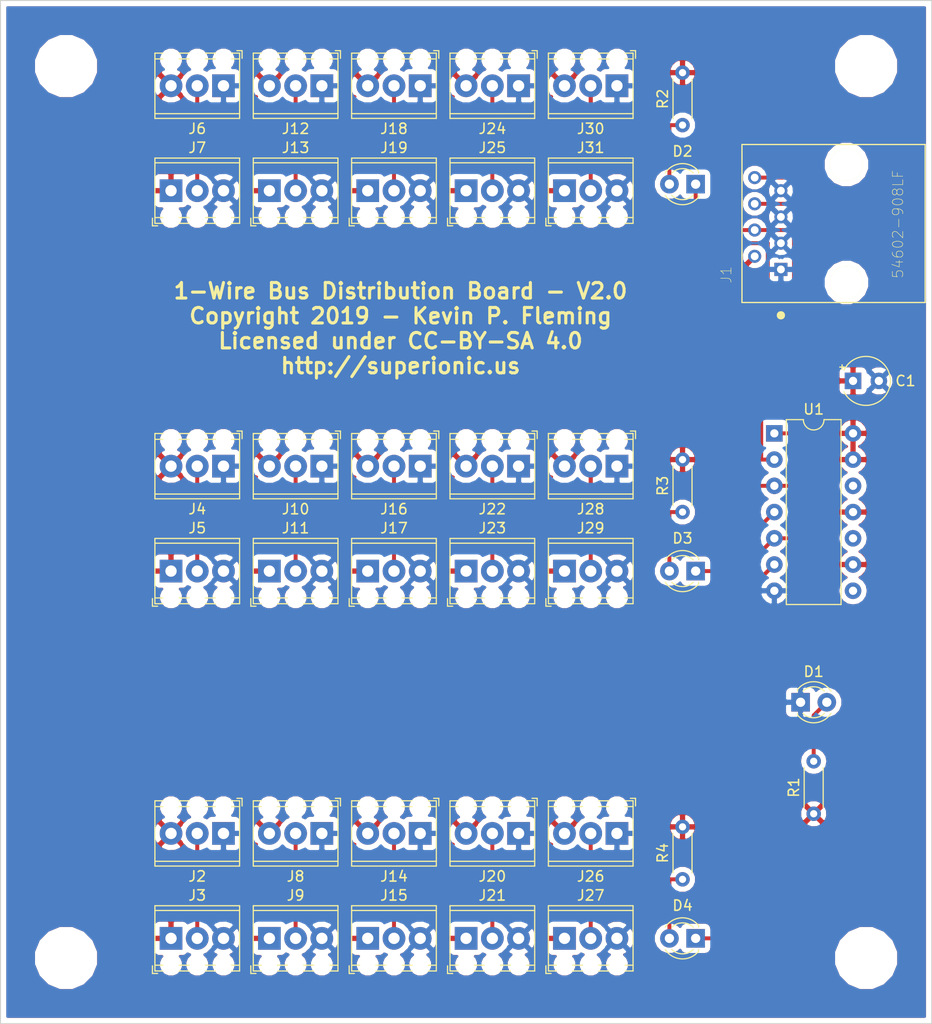
<source format=kicad_pcb>
(kicad_pcb (version 20171130) (host pcbnew 5.0.2-5.fc29)

  (general
    (thickness 1.6)
    (drawings 5)
    (tracks 103)
    (zones 0)
    (modules 45)
    (nets 16)
  )

  (page USLetter portrait)
  (title_block
    (title "1-wire Distribution Board")
    (date 2019-01-26)
    (rev 12)
  )

  (layers
    (0 F.Cu signal)
    (31 B.Cu signal)
    (32 B.Adhes user)
    (33 F.Adhes user)
    (34 B.Paste user)
    (35 F.Paste user)
    (36 B.SilkS user)
    (37 F.SilkS user)
    (38 B.Mask user)
    (39 F.Mask user)
    (40 Dwgs.User user)
    (41 Cmts.User user)
    (42 Eco1.User user)
    (43 Eco2.User user)
    (44 Edge.Cuts user)
    (45 Margin user)
    (46 B.CrtYd user)
    (47 F.CrtYd user)
    (48 B.Fab user)
    (49 F.Fab user)
  )

  (setup
    (last_trace_width 0.381)
    (trace_clearance 0.254)
    (zone_clearance 0.508)
    (zone_45_only no)
    (trace_min 0.381)
    (segment_width 0.2)
    (edge_width 0.1)
    (via_size 0.6)
    (via_drill 0.3)
    (via_min_size 0.6)
    (via_min_drill 0.3)
    (uvia_size 0.3)
    (uvia_drill 0.1)
    (uvias_allowed no)
    (uvia_min_size 0.2)
    (uvia_min_drill 0.1)
    (pcb_text_width 0.3)
    (pcb_text_size 1.5 1.5)
    (mod_edge_width 0.15)
    (mod_text_size 1 1)
    (mod_text_width 0.15)
    (pad_size 1.5 1.5)
    (pad_drill 0.6)
    (pad_to_mask_clearance 0)
    (solder_mask_min_width 0.25)
    (aux_axis_origin 0 0)
    (visible_elements FEFFF86F)
    (pcbplotparams
      (layerselection 0x010f0_ffffffff)
      (usegerberextensions false)
      (usegerberattributes false)
      (usegerberadvancedattributes false)
      (creategerberjobfile false)
      (excludeedgelayer true)
      (linewidth 0.100000)
      (plotframeref false)
      (viasonmask false)
      (mode 1)
      (useauxorigin false)
      (hpglpennumber 1)
      (hpglpenspeed 20)
      (hpglpendiameter 15.000000)
      (psnegative false)
      (psa4output false)
      (plotreference true)
      (plotvalue true)
      (plotinvisibletext false)
      (padsonsilk false)
      (subtractmaskfromsilk false)
      (outputformat 1)
      (mirror false)
      (drillshape 0)
      (scaleselection 1)
      (outputdirectory "gerber/"))
  )

  (net 0 "")
  (net 1 "Net-(D1-Pad2)")
  (net 2 GND)
  (net 3 "Net-(D2-Pad1)")
  (net 4 "Net-(D2-Pad2)")
  (net 5 "Net-(D3-Pad2)")
  (net 6 "Net-(D3-Pad1)")
  (net 7 "Net-(D4-Pad1)")
  (net 8 "Net-(D4-Pad2)")
  (net 9 +5V)
  (net 10 /BUS3)
  (net 11 /BUS2)
  (net 12 /BUS1)
  (net 13 "Net-(U1-Pad8)")
  (net 14 "Net-(U1-Pad10)")
  (net 15 "Net-(U1-Pad12)")

  (net_class Default "This is the default net class."
    (clearance 0.254)
    (trace_width 0.381)
    (via_dia 0.6)
    (via_drill 0.3)
    (uvia_dia 0.3)
    (uvia_drill 0.1)
    (diff_pair_gap 0.25)
    (diff_pair_width 0.508)
    (add_net +5V)
    (add_net /BUS1)
    (add_net /BUS2)
    (add_net /BUS3)
    (add_net GND)
    (add_net "Net-(D1-Pad2)")
    (add_net "Net-(D2-Pad1)")
    (add_net "Net-(D2-Pad2)")
    (add_net "Net-(D3-Pad1)")
    (add_net "Net-(D3-Pad2)")
    (add_net "Net-(D4-Pad1)")
    (add_net "Net-(D4-Pad2)")
    (add_net "Net-(U1-Pad10)")
    (add_net "Net-(U1-Pad12)")
    (add_net "Net-(U1-Pad8)")
  )

  (module 54602-908LF:AMPHENOL_54602-908LF (layer F.Cu) (tedit 0) (tstamp 5C56632B)
    (at 192.405 63.5 90)
    (path /5C4976A7)
    (fp_text reference J1 (at -4.96784 -11.6463 90) (layer F.SilkS)
      (effects (font (size 1.0016 1.0016) (thickness 0.05)))
    )
    (fp_text value 54602-908LF (at -0.075 4.985 90) (layer F.SilkS)
      (effects (font (size 1.00194 1.00194) (thickness 0.05)))
    )
    (fp_line (start -7.65 7.62) (end -7.65 -10.12) (layer F.SilkS) (width 0.127))
    (fp_line (start -7.65 -10.12) (end 7.65 -10.12) (layer F.SilkS) (width 0.127))
    (fp_line (start 7.65 -10.12) (end 7.65 7.62) (layer F.SilkS) (width 0.127))
    (fp_line (start 7.65 7.62) (end -7.65 7.62) (layer F.SilkS) (width 0.127))
    (fp_line (start -7.65 -10.12) (end -7.65 7.62) (layer Dwgs.User) (width 0.127))
    (fp_line (start -7.65 7.62) (end 7.65 7.62) (layer Dwgs.User) (width 0.127))
    (fp_line (start 7.65 7.62) (end 7.65 -10.12) (layer Dwgs.User) (width 0.127))
    (fp_line (start 7.65 -10.12) (end -7.65 -10.12) (layer Dwgs.User) (width 0.127))
    (fp_line (start -7.9 -10.37) (end -7.9 7.87) (layer Eco1.User) (width 0.05))
    (fp_line (start -7.9 7.87) (end 7.9 7.87) (layer Eco1.User) (width 0.05))
    (fp_line (start 7.9 7.87) (end 7.9 -10.37) (layer Eco1.User) (width 0.05))
    (fp_line (start 7.9 -10.37) (end -7.9 -10.37) (layer Eco1.User) (width 0.05))
    (fp_circle (center -8.89 -6.35) (end -8.69 -6.35) (layer F.SilkS) (width 0.4))
    (pad 1 thru_hole rect (at -4.445 -6.35 270) (size 1.268 1.268) (drill 0.76) (layers *.Cu *.Mask)
      (net 2 GND))
    (pad 2 thru_hole circle (at -3.175 -8.89 270) (size 1.268 1.268) (drill 0.76) (layers *.Cu *.Mask)
      (net 9 +5V))
    (pad 3 thru_hole circle (at -1.905 -6.35 270) (size 1.268 1.268) (drill 0.76) (layers *.Cu *.Mask)
      (net 2 GND))
    (pad 4 thru_hole circle (at -0.635 -8.89 270) (size 1.268 1.268) (drill 0.76) (layers *.Cu *.Mask)
      (net 10 /BUS3))
    (pad 5 thru_hole circle (at 0.635 -6.35 270) (size 1.268 1.268) (drill 0.76) (layers *.Cu *.Mask)
      (net 2 GND))
    (pad 6 thru_hole circle (at 1.905 -8.89 270) (size 1.268 1.268) (drill 0.76) (layers *.Cu *.Mask)
      (net 11 /BUS2))
    (pad 7 thru_hole circle (at 3.175 -6.35 270) (size 1.268 1.268) (drill 0.76) (layers *.Cu *.Mask)
      (net 2 GND))
    (pad 8 thru_hole circle (at 4.445 -8.89 270) (size 1.268 1.268) (drill 0.76) (layers *.Cu *.Mask)
      (net 12 /BUS1))
    (pad Hole np_thru_hole circle (at -5.715 0 90) (size 3.2 3.2) (drill 3.2) (layers *.Cu *.Mask F.SilkS))
    (pad Hole np_thru_hole circle (at 5.715 0 90) (size 3.2 3.2) (drill 3.2) (layers *.Cu *.Mask F.SilkS))
  )

  (module LED_THT:LED_D3.0mm_Clear (layer F.Cu) (tedit 5A6C9BC0) (tstamp 5C56991B)
    (at 187.96 109.855)
    (descr "IR-LED, diameter 3.0mm, 2 pins, color: clear")
    (tags "IR infrared LED diameter 3.0mm 2 pins clear")
    (path /5C5021DB)
    (fp_text reference D1 (at 1.27 -2.96) (layer F.SilkS)
      (effects (font (size 1 1) (thickness 0.15)))
    )
    (fp_text value PWR (at 1.27 2.96) (layer F.Fab)
      (effects (font (size 1 1) (thickness 0.15)))
    )
    (fp_arc (start 1.27 0) (end 0.229039 1.08) (angle -87.9) (layer F.SilkS) (width 0.12))
    (fp_arc (start 1.27 0) (end 0.229039 -1.08) (angle 87.9) (layer F.SilkS) (width 0.12))
    (fp_arc (start 1.27 0) (end -0.29 1.235516) (angle -108.8) (layer F.SilkS) (width 0.12))
    (fp_arc (start 1.27 0) (end -0.29 -1.235516) (angle 108.8) (layer F.SilkS) (width 0.12))
    (fp_arc (start 1.27 0) (end -0.23 -1.16619) (angle 284.3) (layer F.Fab) (width 0.1))
    (fp_circle (center 1.27 0) (end 2.77 0) (layer F.Fab) (width 0.1))
    (fp_line (start 3.7 -2.25) (end -1.15 -2.25) (layer F.CrtYd) (width 0.05))
    (fp_line (start 3.7 2.25) (end 3.7 -2.25) (layer F.CrtYd) (width 0.05))
    (fp_line (start -1.15 2.25) (end 3.7 2.25) (layer F.CrtYd) (width 0.05))
    (fp_line (start -1.15 -2.25) (end -1.15 2.25) (layer F.CrtYd) (width 0.05))
    (fp_line (start -0.29 1.08) (end -0.29 1.236) (layer F.SilkS) (width 0.12))
    (fp_line (start -0.29 -1.236) (end -0.29 -1.08) (layer F.SilkS) (width 0.12))
    (fp_line (start -0.23 -1.16619) (end -0.23 1.16619) (layer F.Fab) (width 0.1))
    (fp_text user %R (at 1.47 0) (layer F.Fab)
      (effects (font (size 0.8 0.8) (thickness 0.12)))
    )
    (pad 2 thru_hole circle (at 2.54 0) (size 1.8 1.8) (drill 0.9) (layers *.Cu *.Mask)
      (net 1 "Net-(D1-Pad2)"))
    (pad 1 thru_hole rect (at 0 0) (size 1.8 1.8) (drill 0.9) (layers *.Cu *.Mask)
      (net 2 GND))
    (model ${KISYS3DMOD}/LED_THT.3dshapes/LED_D3.0mm_Clear.wrl
      (at (xyz 0 0 0))
      (scale (xyz 1 1 1))
      (rotate (xyz 0 0 0))
    )
  )

  (module LED_THT:LED_D3.0mm_Clear (layer F.Cu) (tedit 5A6C9BC0) (tstamp 5C805588)
    (at 177.8 59.69 180)
    (descr "IR-LED, diameter 3.0mm, 2 pins, color: clear")
    (tags "IR infrared LED diameter 3.0mm 2 pins clear")
    (path /5C4E430E)
    (fp_text reference D2 (at 1.27 3.175 180) (layer F.SilkS)
      (effects (font (size 1 1) (thickness 0.15)))
    )
    (fp_text value BUS3ACT (at 1.27 -3.175 180) (layer F.Fab)
      (effects (font (size 1 1) (thickness 0.15)))
    )
    (fp_text user %R (at 1.47 0 180) (layer F.Fab)
      (effects (font (size 0.8 0.8) (thickness 0.12)))
    )
    (fp_line (start -0.23 -1.16619) (end -0.23 1.16619) (layer F.Fab) (width 0.1))
    (fp_line (start -0.29 -1.236) (end -0.29 -1.08) (layer F.SilkS) (width 0.12))
    (fp_line (start -0.29 1.08) (end -0.29 1.236) (layer F.SilkS) (width 0.12))
    (fp_line (start -1.15 -2.25) (end -1.15 2.25) (layer F.CrtYd) (width 0.05))
    (fp_line (start -1.15 2.25) (end 3.7 2.25) (layer F.CrtYd) (width 0.05))
    (fp_line (start 3.7 2.25) (end 3.7 -2.25) (layer F.CrtYd) (width 0.05))
    (fp_line (start 3.7 -2.25) (end -1.15 -2.25) (layer F.CrtYd) (width 0.05))
    (fp_circle (center 1.27 0) (end 2.77 0) (layer F.Fab) (width 0.1))
    (fp_arc (start 1.27 0) (end -0.23 -1.16619) (angle 284.3) (layer F.Fab) (width 0.1))
    (fp_arc (start 1.27 0) (end -0.29 -1.235516) (angle 108.8) (layer F.SilkS) (width 0.12))
    (fp_arc (start 1.27 0) (end -0.29 1.235516) (angle -108.8) (layer F.SilkS) (width 0.12))
    (fp_arc (start 1.27 0) (end 0.229039 -1.08) (angle 87.9) (layer F.SilkS) (width 0.12))
    (fp_arc (start 1.27 0) (end 0.229039 1.08) (angle -87.9) (layer F.SilkS) (width 0.12))
    (pad 1 thru_hole rect (at 0 0 180) (size 1.8 1.8) (drill 0.9) (layers *.Cu *.Mask)
      (net 3 "Net-(D2-Pad1)"))
    (pad 2 thru_hole circle (at 2.54 0 180) (size 1.8 1.8) (drill 0.9) (layers *.Cu *.Mask)
      (net 4 "Net-(D2-Pad2)"))
    (model ${KISYS3DMOD}/LED_THT.3dshapes/LED_D3.0mm_Clear.wrl
      (at (xyz 0 0 0))
      (scale (xyz 1 1 1))
      (rotate (xyz 0 0 0))
    )
  )

  (module LED_THT:LED_D3.0mm_Clear (layer F.Cu) (tedit 5A6C9BC0) (tstamp 5C5662DC)
    (at 177.8 97.155 180)
    (descr "IR-LED, diameter 3.0mm, 2 pins, color: clear")
    (tags "IR infrared LED diameter 3.0mm 2 pins clear")
    (path /5C4EA207)
    (fp_text reference D3 (at 1.27 3.175 180) (layer F.SilkS)
      (effects (font (size 1 1) (thickness 0.15)))
    )
    (fp_text value BUS2ACT (at 1.27 -3.175 180) (layer F.Fab)
      (effects (font (size 1 1) (thickness 0.15)))
    )
    (fp_arc (start 1.27 0) (end 0.229039 1.08) (angle -87.9) (layer F.SilkS) (width 0.12))
    (fp_arc (start 1.27 0) (end 0.229039 -1.08) (angle 87.9) (layer F.SilkS) (width 0.12))
    (fp_arc (start 1.27 0) (end -0.29 1.235516) (angle -108.8) (layer F.SilkS) (width 0.12))
    (fp_arc (start 1.27 0) (end -0.29 -1.235516) (angle 108.8) (layer F.SilkS) (width 0.12))
    (fp_arc (start 1.27 0) (end -0.23 -1.16619) (angle 284.3) (layer F.Fab) (width 0.1))
    (fp_circle (center 1.27 0) (end 2.77 0) (layer F.Fab) (width 0.1))
    (fp_line (start 3.7 -2.25) (end -1.15 -2.25) (layer F.CrtYd) (width 0.05))
    (fp_line (start 3.7 2.25) (end 3.7 -2.25) (layer F.CrtYd) (width 0.05))
    (fp_line (start -1.15 2.25) (end 3.7 2.25) (layer F.CrtYd) (width 0.05))
    (fp_line (start -1.15 -2.25) (end -1.15 2.25) (layer F.CrtYd) (width 0.05))
    (fp_line (start -0.29 1.08) (end -0.29 1.236) (layer F.SilkS) (width 0.12))
    (fp_line (start -0.29 -1.236) (end -0.29 -1.08) (layer F.SilkS) (width 0.12))
    (fp_line (start -0.23 -1.16619) (end -0.23 1.16619) (layer F.Fab) (width 0.1))
    (fp_text user %R (at 1.47 0 180) (layer F.Fab)
      (effects (font (size 0.8 0.8) (thickness 0.12)))
    )
    (pad 2 thru_hole circle (at 2.54 0 180) (size 1.8 1.8) (drill 0.9) (layers *.Cu *.Mask)
      (net 5 "Net-(D3-Pad2)"))
    (pad 1 thru_hole rect (at 0 0 180) (size 1.8 1.8) (drill 0.9) (layers *.Cu *.Mask)
      (net 6 "Net-(D3-Pad1)"))
    (model ${KISYS3DMOD}/LED_THT.3dshapes/LED_D3.0mm_Clear.wrl
      (at (xyz 0 0 0))
      (scale (xyz 1 1 1))
      (rotate (xyz 0 0 0))
    )
  )

  (module LED_THT:LED_D3.0mm_Clear (layer F.Cu) (tedit 5C8051A9) (tstamp 5C5662F0)
    (at 177.8 132.715 180)
    (descr "IR-LED, diameter 3.0mm, 2 pins, color: clear")
    (tags "IR infrared LED diameter 3.0mm 2 pins clear")
    (path /5C4EA27B)
    (fp_text reference D4 (at 1.27 3.175 180) (layer F.SilkS)
      (effects (font (size 1 1) (thickness 0.15)))
    )
    (fp_text value BUS1ACT (at 1.27 -3.175 180) (layer F.Fab)
      (effects (font (size 1 1) (thickness 0.15)))
    )
    (fp_text user %R (at 1.27 0 180) (layer F.Fab)
      (effects (font (size 0.8 0.8) (thickness 0.12)))
    )
    (fp_line (start -0.23 -1.16619) (end -0.23 1.16619) (layer F.Fab) (width 0.1))
    (fp_line (start -0.29 -1.236) (end -0.29 -1.08) (layer F.SilkS) (width 0.12))
    (fp_line (start -0.29 1.08) (end -0.29 1.236) (layer F.SilkS) (width 0.12))
    (fp_line (start -1.15 -2.25) (end -1.15 2.25) (layer F.CrtYd) (width 0.05))
    (fp_line (start -1.15 2.25) (end 3.7 2.25) (layer F.CrtYd) (width 0.05))
    (fp_line (start 3.7 2.25) (end 3.7 -2.25) (layer F.CrtYd) (width 0.05))
    (fp_line (start 3.7 -2.25) (end -1.15 -2.25) (layer F.CrtYd) (width 0.05))
    (fp_circle (center 1.27 0) (end 2.77 0) (layer F.Fab) (width 0.1))
    (fp_arc (start 1.27 0) (end -0.23 -1.16619) (angle 284.3) (layer F.Fab) (width 0.1))
    (fp_arc (start 1.27 0) (end -0.29 -1.235516) (angle 108.8) (layer F.SilkS) (width 0.12))
    (fp_arc (start 1.27 0) (end -0.29 1.235516) (angle -108.8) (layer F.SilkS) (width 0.12))
    (fp_arc (start 1.27 0) (end 0.229039 -1.08) (angle 87.9) (layer F.SilkS) (width 0.12))
    (fp_arc (start 1.27 0) (end 0.229039 1.08) (angle -87.9) (layer F.SilkS) (width 0.12))
    (pad 1 thru_hole rect (at 0 0 180) (size 1.8 1.8) (drill 0.9) (layers *.Cu *.Mask)
      (net 7 "Net-(D4-Pad1)"))
    (pad 2 thru_hole circle (at 2.54 0 180) (size 1.8 1.8) (drill 0.9) (layers *.Cu *.Mask)
      (net 8 "Net-(D4-Pad2)"))
    (model ${KISYS3DMOD}/LED_THT.3dshapes/LED_D3.0mm_Clear.wrl
      (at (xyz 0 0 0))
      (scale (xyz 1 1 1))
      (rotate (xyz 0 0 0))
    )
  )

  (module MountingHole:MountingHole_5mm (layer F.Cu) (tedit 5C81126F) (tstamp 5C5662F8)
    (at 194.31 134.62)
    (descr "Mounting Hole 5mm, no annular")
    (tags "mounting hole 5mm no annular")
    (path /5C5DCC85)
    (attr virtual)
    (fp_text reference H1 (at 0 -6) (layer F.SilkS) hide
      (effects (font (size 1 1) (thickness 0.15)))
    )
    (fp_text value MountingHole (at 0 6) (layer F.Fab) hide
      (effects (font (size 1 1) (thickness 0.15)))
    )
    (fp_text user %R (at 0.31 -0.65) (layer F.Fab) hide
      (effects (font (size 1 1) (thickness 0.15)))
    )
    (fp_circle (center 0 0) (end 5 0) (layer Cmts.User) (width 0.15))
    (fp_circle (center 0 0) (end 5.25 0) (layer F.CrtYd) (width 0.05))
    (pad 1 np_thru_hole circle (at 0 0) (size 5 5) (drill 5) (layers *.Cu *.Mask))
  )

  (module MountingHole:MountingHole_5mm (layer F.Cu) (tedit 5C811262) (tstamp 5C566300)
    (at 194.31 48.26 180)
    (descr "Mounting Hole 5mm, no annular")
    (tags "mounting hole 5mm no annular")
    (path /5C5DCD31)
    (attr virtual)
    (fp_text reference H2 (at 0 -6 180) (layer F.SilkS) hide
      (effects (font (size 1 1) (thickness 0.15)))
    )
    (fp_text value MountingHole (at 0 6 180) (layer F.Fab) hide
      (effects (font (size 1 1) (thickness 0.15)))
    )
    (fp_circle (center 0 0) (end 5.25 0) (layer F.CrtYd) (width 0.05))
    (fp_circle (center 0 0) (end 5 0) (layer Cmts.User) (width 0.15))
    (fp_text user %R (at 0.3 0 180) (layer F.Fab) hide
      (effects (font (size 1 1) (thickness 0.15)))
    )
    (pad 1 np_thru_hole circle (at 0 0 180) (size 5 5) (drill 5) (layers *.Cu *.Mask))
  )

  (module MountingHole:MountingHole_5mm (layer F.Cu) (tedit 5C811275) (tstamp 5C805A82)
    (at 116.84 134.62)
    (descr "Mounting Hole 5mm, no annular")
    (tags "mounting hole 5mm no annular")
    (path /5C5DCDA9)
    (attr virtual)
    (fp_text reference H3 (at 0 -6) (layer F.SilkS) hide
      (effects (font (size 1 1) (thickness 0.15)))
    )
    (fp_text value MountingHole (at 0 6) (layer F.Fab) hide
      (effects (font (size 1 1) (thickness 0.15)))
    )
    (fp_circle (center 0 0) (end 5.25 0) (layer F.CrtYd) (width 0.05))
    (fp_circle (center 0 0) (end 5 0) (layer Cmts.User) (width 0.15))
    (fp_text user %R (at 0.3 0) (layer F.Fab) hide
      (effects (font (size 1 1) (thickness 0.15)))
    )
    (pad 1 np_thru_hole circle (at 0 0) (size 5 5) (drill 5) (layers *.Cu *.Mask))
  )

  (module MountingHole:MountingHole_5mm (layer F.Cu) (tedit 5C811269) (tstamp 5C566310)
    (at 116.84 48.26 180)
    (descr "Mounting Hole 5mm, no annular")
    (tags "mounting hole 5mm no annular")
    (path /5C5DCE23)
    (attr virtual)
    (fp_text reference H4 (at 0 -6 180) (layer F.SilkS) hide
      (effects (font (size 1 1) (thickness 0.15)))
    )
    (fp_text value MountingHole (at 0 6 180) (layer F.Fab) hide
      (effects (font (size 1 1) (thickness 0.15)))
    )
    (fp_text user %R (at 0.3 0 270) (layer F.Fab) hide
      (effects (font (size 1 1) (thickness 0.15)))
    )
    (fp_circle (center 0 0) (end 5 0) (layer Cmts.User) (width 0.15))
    (fp_circle (center 0 0) (end 5.25 0) (layer F.CrtYd) (width 0.05))
    (pad 1 np_thru_hole circle (at 0 0 180) (size 5 5) (drill 5) (layers *.Cu *.Mask))
  )

  (module TerminalBlock_Phoenix:TerminalBlock_Phoenix_MPT-0,5-3-2.54_1x03_P2.54mm_Horizontal (layer F.Cu) (tedit 5B294F98) (tstamp 5C566358)
    (at 132.08 122.555 180)
    (descr "Terminal Block Phoenix MPT-0,5-3-2.54, 3 pins, pitch 2.54mm, size 8.08x6.2mm^2, drill diamater 1.1mm, pad diameter 2.2mm, see http://www.mouser.com/ds/2/324/ItemDetail_1725656-920552.pdf, script-generated using https://github.com/pointhi/kicad-footprint-generator/scripts/TerminalBlock_Phoenix")
    (tags "THT Terminal Block Phoenix MPT-0,5-3-2.54 pitch 2.54mm size 8.08x6.2mm^2 drill 1.1mm pad 2.2mm")
    (path /5C49209F)
    (fp_text reference J2 (at 2.54 -4.16 180) (layer F.SilkS)
      (effects (font (size 1 1) (thickness 0.15)))
    )
    (fp_text value A1-R (at 2.54 4.16 180) (layer F.Fab)
      (effects (font (size 1 1) (thickness 0.15)))
    )
    (fp_text user %R (at 2.54 2 180) (layer F.Fab)
      (effects (font (size 1 1) (thickness 0.15)))
    )
    (fp_line (start 7.08 -3.6) (end -2 -3.6) (layer F.CrtYd) (width 0.05))
    (fp_line (start 7.08 3.6) (end 7.08 -3.6) (layer F.CrtYd) (width 0.05))
    (fp_line (start -2 3.6) (end 7.08 3.6) (layer F.CrtYd) (width 0.05))
    (fp_line (start -2 -3.6) (end -2 3.6) (layer F.CrtYd) (width 0.05))
    (fp_line (start -1.8 3.4) (end -1.3 3.4) (layer F.SilkS) (width 0.12))
    (fp_line (start -1.8 2.66) (end -1.8 3.4) (layer F.SilkS) (width 0.12))
    (fp_line (start 5.781 -0.835) (end 4.246 0.7) (layer F.Fab) (width 0.1))
    (fp_line (start 5.915 -0.7) (end 4.38 0.835) (layer F.Fab) (width 0.1))
    (fp_line (start 3.241 -0.835) (end 1.706 0.7) (layer F.Fab) (width 0.1))
    (fp_line (start 3.375 -0.7) (end 1.84 0.835) (layer F.Fab) (width 0.1))
    (fp_line (start 0.701 -0.835) (end -0.835 0.7) (layer F.Fab) (width 0.1))
    (fp_line (start 0.835 -0.7) (end -0.701 0.835) (layer F.Fab) (width 0.1))
    (fp_line (start 6.64 -3.16) (end 6.64 3.16) (layer F.SilkS) (width 0.12))
    (fp_line (start -1.56 -3.16) (end -1.56 3.16) (layer F.SilkS) (width 0.12))
    (fp_line (start 5.87 3.16) (end 6.64 3.16) (layer F.SilkS) (width 0.12))
    (fp_line (start 3.33 3.16) (end 4.29 3.16) (layer F.SilkS) (width 0.12))
    (fp_line (start 0.79 3.16) (end 1.75 3.16) (layer F.SilkS) (width 0.12))
    (fp_line (start -1.56 3.16) (end -0.79 3.16) (layer F.SilkS) (width 0.12))
    (fp_line (start -1.56 -3.16) (end 6.64 -3.16) (layer F.SilkS) (width 0.12))
    (fp_line (start -1.56 -2.7) (end 6.64 -2.7) (layer F.SilkS) (width 0.12))
    (fp_line (start -1.5 -2.7) (end 6.58 -2.7) (layer F.Fab) (width 0.1))
    (fp_line (start 5.87 2.6) (end 6.64 2.6) (layer F.SilkS) (width 0.12))
    (fp_line (start 3.33 2.6) (end 4.29 2.6) (layer F.SilkS) (width 0.12))
    (fp_line (start 0.79 2.6) (end 1.75 2.6) (layer F.SilkS) (width 0.12))
    (fp_line (start -1.56 2.6) (end -0.79 2.6) (layer F.SilkS) (width 0.12))
    (fp_line (start -1.5 2.6) (end 6.58 2.6) (layer F.Fab) (width 0.1))
    (fp_line (start -1.5 2.6) (end -1.5 -3.1) (layer F.Fab) (width 0.1))
    (fp_line (start -1 3.1) (end -1.5 2.6) (layer F.Fab) (width 0.1))
    (fp_line (start 6.58 3.1) (end -1 3.1) (layer F.Fab) (width 0.1))
    (fp_line (start 6.58 -3.1) (end 6.58 3.1) (layer F.Fab) (width 0.1))
    (fp_line (start -1.5 -3.1) (end 6.58 -3.1) (layer F.Fab) (width 0.1))
    (fp_circle (center 5.08 0) (end 6.18 0) (layer F.Fab) (width 0.1))
    (fp_circle (center 2.54 0) (end 3.64 0) (layer F.Fab) (width 0.1))
    (fp_circle (center 0 0) (end 1.1 0) (layer F.Fab) (width 0.1))
    (pad "" np_thru_hole circle (at 5.08 2.54 180) (size 1.1 1.1) (drill 1.1) (layers *.Cu *.Mask))
    (pad 3 thru_hole circle (at 5.08 0 180) (size 2.2 2.2) (drill 1.1) (layers *.Cu *.Mask)
      (net 9 +5V))
    (pad "" np_thru_hole circle (at 2.54 2.54 180) (size 1.1 1.1) (drill 1.1) (layers *.Cu *.Mask))
    (pad 2 thru_hole circle (at 2.54 0 180) (size 2.2 2.2) (drill 1.1) (layers *.Cu *.Mask)
      (net 12 /BUS1))
    (pad "" np_thru_hole circle (at 0 2.54 180) (size 1.1 1.1) (drill 1.1) (layers *.Cu *.Mask))
    (pad 1 thru_hole rect (at 0 0 180) (size 2.2 2.2) (drill 1.1) (layers *.Cu *.Mask)
      (net 2 GND))
    (model ${KISYS3DMOD}/TerminalBlock_Phoenix.3dshapes/TerminalBlock_Phoenix_MPT-0,5-3-2.54_1x03_P2.54mm_Horizontal.wrl
      (at (xyz 0 0 0))
      (scale (xyz 1 1 1))
      (rotate (xyz 0 0 0))
    )
  )

  (module TerminalBlock_Phoenix:TerminalBlock_Phoenix_MPT-0,5-3-2.54_1x03_P2.54mm_Horizontal (layer F.Cu) (tedit 5B294F98) (tstamp 5C566385)
    (at 127 132.715)
    (descr "Terminal Block Phoenix MPT-0,5-3-2.54, 3 pins, pitch 2.54mm, size 8.08x6.2mm^2, drill diamater 1.1mm, pad diameter 2.2mm, see http://www.mouser.com/ds/2/324/ItemDetail_1725656-920552.pdf, script-generated using https://github.com/pointhi/kicad-footprint-generator/scripts/TerminalBlock_Phoenix")
    (tags "THT Terminal Block Phoenix MPT-0,5-3-2.54 pitch 2.54mm size 8.08x6.2mm^2 drill 1.1mm pad 2.2mm")
    (path /5C49181C)
    (fp_text reference J3 (at 2.54 -4.16) (layer F.SilkS)
      (effects (font (size 1 1) (thickness 0.15)))
    )
    (fp_text value A1-S (at 2.54 4.16) (layer F.Fab)
      (effects (font (size 1 1) (thickness 0.15)))
    )
    (fp_text user %R (at 2.54 2) (layer F.Fab)
      (effects (font (size 1 1) (thickness 0.15)))
    )
    (fp_line (start 7.08 -3.6) (end -2 -3.6) (layer F.CrtYd) (width 0.05))
    (fp_line (start 7.08 3.6) (end 7.08 -3.6) (layer F.CrtYd) (width 0.05))
    (fp_line (start -2 3.6) (end 7.08 3.6) (layer F.CrtYd) (width 0.05))
    (fp_line (start -2 -3.6) (end -2 3.6) (layer F.CrtYd) (width 0.05))
    (fp_line (start -1.8 3.4) (end -1.3 3.4) (layer F.SilkS) (width 0.12))
    (fp_line (start -1.8 2.66) (end -1.8 3.4) (layer F.SilkS) (width 0.12))
    (fp_line (start 5.781 -0.835) (end 4.246 0.7) (layer F.Fab) (width 0.1))
    (fp_line (start 5.915 -0.7) (end 4.38 0.835) (layer F.Fab) (width 0.1))
    (fp_line (start 3.241 -0.835) (end 1.706 0.7) (layer F.Fab) (width 0.1))
    (fp_line (start 3.375 -0.7) (end 1.84 0.835) (layer F.Fab) (width 0.1))
    (fp_line (start 0.701 -0.835) (end -0.835 0.7) (layer F.Fab) (width 0.1))
    (fp_line (start 0.835 -0.7) (end -0.701 0.835) (layer F.Fab) (width 0.1))
    (fp_line (start 6.64 -3.16) (end 6.64 3.16) (layer F.SilkS) (width 0.12))
    (fp_line (start -1.56 -3.16) (end -1.56 3.16) (layer F.SilkS) (width 0.12))
    (fp_line (start 5.87 3.16) (end 6.64 3.16) (layer F.SilkS) (width 0.12))
    (fp_line (start 3.33 3.16) (end 4.29 3.16) (layer F.SilkS) (width 0.12))
    (fp_line (start 0.79 3.16) (end 1.75 3.16) (layer F.SilkS) (width 0.12))
    (fp_line (start -1.56 3.16) (end -0.79 3.16) (layer F.SilkS) (width 0.12))
    (fp_line (start -1.56 -3.16) (end 6.64 -3.16) (layer F.SilkS) (width 0.12))
    (fp_line (start -1.56 -2.7) (end 6.64 -2.7) (layer F.SilkS) (width 0.12))
    (fp_line (start -1.5 -2.7) (end 6.58 -2.7) (layer F.Fab) (width 0.1))
    (fp_line (start 5.87 2.6) (end 6.64 2.6) (layer F.SilkS) (width 0.12))
    (fp_line (start 3.33 2.6) (end 4.29 2.6) (layer F.SilkS) (width 0.12))
    (fp_line (start 0.79 2.6) (end 1.75 2.6) (layer F.SilkS) (width 0.12))
    (fp_line (start -1.56 2.6) (end -0.79 2.6) (layer F.SilkS) (width 0.12))
    (fp_line (start -1.5 2.6) (end 6.58 2.6) (layer F.Fab) (width 0.1))
    (fp_line (start -1.5 2.6) (end -1.5 -3.1) (layer F.Fab) (width 0.1))
    (fp_line (start -1 3.1) (end -1.5 2.6) (layer F.Fab) (width 0.1))
    (fp_line (start 6.58 3.1) (end -1 3.1) (layer F.Fab) (width 0.1))
    (fp_line (start 6.58 -3.1) (end 6.58 3.1) (layer F.Fab) (width 0.1))
    (fp_line (start -1.5 -3.1) (end 6.58 -3.1) (layer F.Fab) (width 0.1))
    (fp_circle (center 5.08 0) (end 6.18 0) (layer F.Fab) (width 0.1))
    (fp_circle (center 2.54 0) (end 3.64 0) (layer F.Fab) (width 0.1))
    (fp_circle (center 0 0) (end 1.1 0) (layer F.Fab) (width 0.1))
    (pad "" np_thru_hole circle (at 5.08 2.54) (size 1.1 1.1) (drill 1.1) (layers *.Cu *.Mask))
    (pad 3 thru_hole circle (at 5.08 0) (size 2.2 2.2) (drill 1.1) (layers *.Cu *.Mask)
      (net 2 GND))
    (pad "" np_thru_hole circle (at 2.54 2.54) (size 1.1 1.1) (drill 1.1) (layers *.Cu *.Mask))
    (pad 2 thru_hole circle (at 2.54 0) (size 2.2 2.2) (drill 1.1) (layers *.Cu *.Mask)
      (net 12 /BUS1))
    (pad "" np_thru_hole circle (at 0 2.54) (size 1.1 1.1) (drill 1.1) (layers *.Cu *.Mask))
    (pad 1 thru_hole rect (at 0 0) (size 2.2 2.2) (drill 1.1) (layers *.Cu *.Mask)
      (net 9 +5V))
    (model ${KISYS3DMOD}/TerminalBlock_Phoenix.3dshapes/TerminalBlock_Phoenix_MPT-0,5-3-2.54_1x03_P2.54mm_Horizontal.wrl
      (at (xyz 0 0 0))
      (scale (xyz 1 1 1))
      (rotate (xyz 0 0 0))
    )
  )

  (module TerminalBlock_Phoenix:TerminalBlock_Phoenix_MPT-0,5-3-2.54_1x03_P2.54mm_Horizontal (layer F.Cu) (tedit 5B294F98) (tstamp 5C5663B2)
    (at 132.08 86.995 180)
    (descr "Terminal Block Phoenix MPT-0,5-3-2.54, 3 pins, pitch 2.54mm, size 8.08x6.2mm^2, drill diamater 1.1mm, pad diameter 2.2mm, see http://www.mouser.com/ds/2/324/ItemDetail_1725656-920552.pdf, script-generated using https://github.com/pointhi/kicad-footprint-generator/scripts/TerminalBlock_Phoenix")
    (tags "THT Terminal Block Phoenix MPT-0,5-3-2.54 pitch 2.54mm size 8.08x6.2mm^2 drill 1.1mm pad 2.2mm")
    (path /5C4A02E5)
    (fp_text reference J4 (at 2.54 -4.16 180) (layer F.SilkS)
      (effects (font (size 1 1) (thickness 0.15)))
    )
    (fp_text value B1-R (at 2.54 4.16 180) (layer F.Fab)
      (effects (font (size 1 1) (thickness 0.15)))
    )
    (fp_text user %R (at 2.54 2 180) (layer F.Fab)
      (effects (font (size 1 1) (thickness 0.15)))
    )
    (fp_line (start 7.08 -3.6) (end -2 -3.6) (layer F.CrtYd) (width 0.05))
    (fp_line (start 7.08 3.6) (end 7.08 -3.6) (layer F.CrtYd) (width 0.05))
    (fp_line (start -2 3.6) (end 7.08 3.6) (layer F.CrtYd) (width 0.05))
    (fp_line (start -2 -3.6) (end -2 3.6) (layer F.CrtYd) (width 0.05))
    (fp_line (start -1.8 3.4) (end -1.3 3.4) (layer F.SilkS) (width 0.12))
    (fp_line (start -1.8 2.66) (end -1.8 3.4) (layer F.SilkS) (width 0.12))
    (fp_line (start 5.781 -0.835) (end 4.246 0.7) (layer F.Fab) (width 0.1))
    (fp_line (start 5.915 -0.7) (end 4.38 0.835) (layer F.Fab) (width 0.1))
    (fp_line (start 3.241 -0.835) (end 1.706 0.7) (layer F.Fab) (width 0.1))
    (fp_line (start 3.375 -0.7) (end 1.84 0.835) (layer F.Fab) (width 0.1))
    (fp_line (start 0.701 -0.835) (end -0.835 0.7) (layer F.Fab) (width 0.1))
    (fp_line (start 0.835 -0.7) (end -0.701 0.835) (layer F.Fab) (width 0.1))
    (fp_line (start 6.64 -3.16) (end 6.64 3.16) (layer F.SilkS) (width 0.12))
    (fp_line (start -1.56 -3.16) (end -1.56 3.16) (layer F.SilkS) (width 0.12))
    (fp_line (start 5.87 3.16) (end 6.64 3.16) (layer F.SilkS) (width 0.12))
    (fp_line (start 3.33 3.16) (end 4.29 3.16) (layer F.SilkS) (width 0.12))
    (fp_line (start 0.79 3.16) (end 1.75 3.16) (layer F.SilkS) (width 0.12))
    (fp_line (start -1.56 3.16) (end -0.79 3.16) (layer F.SilkS) (width 0.12))
    (fp_line (start -1.56 -3.16) (end 6.64 -3.16) (layer F.SilkS) (width 0.12))
    (fp_line (start -1.56 -2.7) (end 6.64 -2.7) (layer F.SilkS) (width 0.12))
    (fp_line (start -1.5 -2.7) (end 6.58 -2.7) (layer F.Fab) (width 0.1))
    (fp_line (start 5.87 2.6) (end 6.64 2.6) (layer F.SilkS) (width 0.12))
    (fp_line (start 3.33 2.6) (end 4.29 2.6) (layer F.SilkS) (width 0.12))
    (fp_line (start 0.79 2.6) (end 1.75 2.6) (layer F.SilkS) (width 0.12))
    (fp_line (start -1.56 2.6) (end -0.79 2.6) (layer F.SilkS) (width 0.12))
    (fp_line (start -1.5 2.6) (end 6.58 2.6) (layer F.Fab) (width 0.1))
    (fp_line (start -1.5 2.6) (end -1.5 -3.1) (layer F.Fab) (width 0.1))
    (fp_line (start -1 3.1) (end -1.5 2.6) (layer F.Fab) (width 0.1))
    (fp_line (start 6.58 3.1) (end -1 3.1) (layer F.Fab) (width 0.1))
    (fp_line (start 6.58 -3.1) (end 6.58 3.1) (layer F.Fab) (width 0.1))
    (fp_line (start -1.5 -3.1) (end 6.58 -3.1) (layer F.Fab) (width 0.1))
    (fp_circle (center 5.08 0) (end 6.18 0) (layer F.Fab) (width 0.1))
    (fp_circle (center 2.54 0) (end 3.64 0) (layer F.Fab) (width 0.1))
    (fp_circle (center 0 0) (end 1.1 0) (layer F.Fab) (width 0.1))
    (pad "" np_thru_hole circle (at 5.08 2.54 180) (size 1.1 1.1) (drill 1.1) (layers *.Cu *.Mask))
    (pad 3 thru_hole circle (at 5.08 0 180) (size 2.2 2.2) (drill 1.1) (layers *.Cu *.Mask)
      (net 9 +5V))
    (pad "" np_thru_hole circle (at 2.54 2.54 180) (size 1.1 1.1) (drill 1.1) (layers *.Cu *.Mask))
    (pad 2 thru_hole circle (at 2.54 0 180) (size 2.2 2.2) (drill 1.1) (layers *.Cu *.Mask)
      (net 11 /BUS2))
    (pad "" np_thru_hole circle (at 0 2.54 180) (size 1.1 1.1) (drill 1.1) (layers *.Cu *.Mask))
    (pad 1 thru_hole rect (at 0 0 180) (size 2.2 2.2) (drill 1.1) (layers *.Cu *.Mask)
      (net 2 GND))
    (model ${KISYS3DMOD}/TerminalBlock_Phoenix.3dshapes/TerminalBlock_Phoenix_MPT-0,5-3-2.54_1x03_P2.54mm_Horizontal.wrl
      (at (xyz 0 0 0))
      (scale (xyz 1 1 1))
      (rotate (xyz 0 0 0))
    )
  )

  (module TerminalBlock_Phoenix:TerminalBlock_Phoenix_MPT-0,5-3-2.54_1x03_P2.54mm_Horizontal (layer F.Cu) (tedit 5B294F98) (tstamp 5C5683DE)
    (at 127 97.155)
    (descr "Terminal Block Phoenix MPT-0,5-3-2.54, 3 pins, pitch 2.54mm, size 8.08x6.2mm^2, drill diamater 1.1mm, pad diameter 2.2mm, see http://www.mouser.com/ds/2/324/ItemDetail_1725656-920552.pdf, script-generated using https://github.com/pointhi/kicad-footprint-generator/scripts/TerminalBlock_Phoenix")
    (tags "THT Terminal Block Phoenix MPT-0,5-3-2.54 pitch 2.54mm size 8.08x6.2mm^2 drill 1.1mm pad 2.2mm")
    (path /5C4A02C7)
    (fp_text reference J5 (at 2.54 -4.16) (layer F.SilkS)
      (effects (font (size 1 1) (thickness 0.15)))
    )
    (fp_text value B1-S (at 2.54 4.16) (layer F.Fab)
      (effects (font (size 1 1) (thickness 0.15)))
    )
    (fp_circle (center 0 0) (end 1.1 0) (layer F.Fab) (width 0.1))
    (fp_circle (center 2.54 0) (end 3.64 0) (layer F.Fab) (width 0.1))
    (fp_circle (center 5.08 0) (end 6.18 0) (layer F.Fab) (width 0.1))
    (fp_line (start -1.5 -3.1) (end 6.58 -3.1) (layer F.Fab) (width 0.1))
    (fp_line (start 6.58 -3.1) (end 6.58 3.1) (layer F.Fab) (width 0.1))
    (fp_line (start 6.58 3.1) (end -1 3.1) (layer F.Fab) (width 0.1))
    (fp_line (start -1 3.1) (end -1.5 2.6) (layer F.Fab) (width 0.1))
    (fp_line (start -1.5 2.6) (end -1.5 -3.1) (layer F.Fab) (width 0.1))
    (fp_line (start -1.5 2.6) (end 6.58 2.6) (layer F.Fab) (width 0.1))
    (fp_line (start -1.56 2.6) (end -0.79 2.6) (layer F.SilkS) (width 0.12))
    (fp_line (start 0.79 2.6) (end 1.75 2.6) (layer F.SilkS) (width 0.12))
    (fp_line (start 3.33 2.6) (end 4.29 2.6) (layer F.SilkS) (width 0.12))
    (fp_line (start 5.87 2.6) (end 6.64 2.6) (layer F.SilkS) (width 0.12))
    (fp_line (start -1.5 -2.7) (end 6.58 -2.7) (layer F.Fab) (width 0.1))
    (fp_line (start -1.56 -2.7) (end 6.64 -2.7) (layer F.SilkS) (width 0.12))
    (fp_line (start -1.56 -3.16) (end 6.64 -3.16) (layer F.SilkS) (width 0.12))
    (fp_line (start -1.56 3.16) (end -0.79 3.16) (layer F.SilkS) (width 0.12))
    (fp_line (start 0.79 3.16) (end 1.75 3.16) (layer F.SilkS) (width 0.12))
    (fp_line (start 3.33 3.16) (end 4.29 3.16) (layer F.SilkS) (width 0.12))
    (fp_line (start 5.87 3.16) (end 6.64 3.16) (layer F.SilkS) (width 0.12))
    (fp_line (start -1.56 -3.16) (end -1.56 3.16) (layer F.SilkS) (width 0.12))
    (fp_line (start 6.64 -3.16) (end 6.64 3.16) (layer F.SilkS) (width 0.12))
    (fp_line (start 0.835 -0.7) (end -0.701 0.835) (layer F.Fab) (width 0.1))
    (fp_line (start 0.701 -0.835) (end -0.835 0.7) (layer F.Fab) (width 0.1))
    (fp_line (start 3.375 -0.7) (end 1.84 0.835) (layer F.Fab) (width 0.1))
    (fp_line (start 3.241 -0.835) (end 1.706 0.7) (layer F.Fab) (width 0.1))
    (fp_line (start 5.915 -0.7) (end 4.38 0.835) (layer F.Fab) (width 0.1))
    (fp_line (start 5.781 -0.835) (end 4.246 0.7) (layer F.Fab) (width 0.1))
    (fp_line (start -1.8 2.66) (end -1.8 3.4) (layer F.SilkS) (width 0.12))
    (fp_line (start -1.8 3.4) (end -1.3 3.4) (layer F.SilkS) (width 0.12))
    (fp_line (start -2 -3.6) (end -2 3.6) (layer F.CrtYd) (width 0.05))
    (fp_line (start -2 3.6) (end 7.08 3.6) (layer F.CrtYd) (width 0.05))
    (fp_line (start 7.08 3.6) (end 7.08 -3.6) (layer F.CrtYd) (width 0.05))
    (fp_line (start 7.08 -3.6) (end -2 -3.6) (layer F.CrtYd) (width 0.05))
    (fp_text user %R (at 2.54 2) (layer F.Fab)
      (effects (font (size 1 1) (thickness 0.15)))
    )
    (pad 1 thru_hole rect (at 0 0) (size 2.2 2.2) (drill 1.1) (layers *.Cu *.Mask)
      (net 9 +5V))
    (pad "" np_thru_hole circle (at 0 2.54) (size 1.1 1.1) (drill 1.1) (layers *.Cu *.Mask))
    (pad 2 thru_hole circle (at 2.54 0) (size 2.2 2.2) (drill 1.1) (layers *.Cu *.Mask)
      (net 11 /BUS2))
    (pad "" np_thru_hole circle (at 2.54 2.54) (size 1.1 1.1) (drill 1.1) (layers *.Cu *.Mask))
    (pad 3 thru_hole circle (at 5.08 0) (size 2.2 2.2) (drill 1.1) (layers *.Cu *.Mask)
      (net 2 GND))
    (pad "" np_thru_hole circle (at 5.08 2.54) (size 1.1 1.1) (drill 1.1) (layers *.Cu *.Mask))
    (model ${KISYS3DMOD}/TerminalBlock_Phoenix.3dshapes/TerminalBlock_Phoenix_MPT-0,5-3-2.54_1x03_P2.54mm_Horizontal.wrl
      (at (xyz 0 0 0))
      (scale (xyz 1 1 1))
      (rotate (xyz 0 0 0))
    )
  )

  (module TerminalBlock_Phoenix:TerminalBlock_Phoenix_MPT-0,5-3-2.54_1x03_P2.54mm_Horizontal (layer F.Cu) (tedit 5B294F98) (tstamp 5C56640C)
    (at 132.08 50.165 180)
    (descr "Terminal Block Phoenix MPT-0,5-3-2.54, 3 pins, pitch 2.54mm, size 8.08x6.2mm^2, drill diamater 1.1mm, pad diameter 2.2mm, see http://www.mouser.com/ds/2/324/ItemDetail_1725656-920552.pdf, script-generated using https://github.com/pointhi/kicad-footprint-generator/scripts/TerminalBlock_Phoenix")
    (tags "THT Terminal Block Phoenix MPT-0,5-3-2.54 pitch 2.54mm size 8.08x6.2mm^2 drill 1.1mm pad 2.2mm")
    (path /5C49D689)
    (fp_text reference J6 (at 2.54 -4.16 180) (layer F.SilkS)
      (effects (font (size 1 1) (thickness 0.15)))
    )
    (fp_text value C1-R (at 2.54 4.16 180) (layer F.Fab)
      (effects (font (size 1 1) (thickness 0.15)))
    )
    (fp_circle (center 0 0) (end 1.1 0) (layer F.Fab) (width 0.1))
    (fp_circle (center 2.54 0) (end 3.64 0) (layer F.Fab) (width 0.1))
    (fp_circle (center 5.08 0) (end 6.18 0) (layer F.Fab) (width 0.1))
    (fp_line (start -1.5 -3.1) (end 6.58 -3.1) (layer F.Fab) (width 0.1))
    (fp_line (start 6.58 -3.1) (end 6.58 3.1) (layer F.Fab) (width 0.1))
    (fp_line (start 6.58 3.1) (end -1 3.1) (layer F.Fab) (width 0.1))
    (fp_line (start -1 3.1) (end -1.5 2.6) (layer F.Fab) (width 0.1))
    (fp_line (start -1.5 2.6) (end -1.5 -3.1) (layer F.Fab) (width 0.1))
    (fp_line (start -1.5 2.6) (end 6.58 2.6) (layer F.Fab) (width 0.1))
    (fp_line (start -1.56 2.6) (end -0.79 2.6) (layer F.SilkS) (width 0.12))
    (fp_line (start 0.79 2.6) (end 1.75 2.6) (layer F.SilkS) (width 0.12))
    (fp_line (start 3.33 2.6) (end 4.29 2.6) (layer F.SilkS) (width 0.12))
    (fp_line (start 5.87 2.6) (end 6.64 2.6) (layer F.SilkS) (width 0.12))
    (fp_line (start -1.5 -2.7) (end 6.58 -2.7) (layer F.Fab) (width 0.1))
    (fp_line (start -1.56 -2.7) (end 6.64 -2.7) (layer F.SilkS) (width 0.12))
    (fp_line (start -1.56 -3.16) (end 6.64 -3.16) (layer F.SilkS) (width 0.12))
    (fp_line (start -1.56 3.16) (end -0.79 3.16) (layer F.SilkS) (width 0.12))
    (fp_line (start 0.79 3.16) (end 1.75 3.16) (layer F.SilkS) (width 0.12))
    (fp_line (start 3.33 3.16) (end 4.29 3.16) (layer F.SilkS) (width 0.12))
    (fp_line (start 5.87 3.16) (end 6.64 3.16) (layer F.SilkS) (width 0.12))
    (fp_line (start -1.56 -3.16) (end -1.56 3.16) (layer F.SilkS) (width 0.12))
    (fp_line (start 6.64 -3.16) (end 6.64 3.16) (layer F.SilkS) (width 0.12))
    (fp_line (start 0.835 -0.7) (end -0.701 0.835) (layer F.Fab) (width 0.1))
    (fp_line (start 0.701 -0.835) (end -0.835 0.7) (layer F.Fab) (width 0.1))
    (fp_line (start 3.375 -0.7) (end 1.84 0.835) (layer F.Fab) (width 0.1))
    (fp_line (start 3.241 -0.835) (end 1.706 0.7) (layer F.Fab) (width 0.1))
    (fp_line (start 5.915 -0.7) (end 4.38 0.835) (layer F.Fab) (width 0.1))
    (fp_line (start 5.781 -0.835) (end 4.246 0.7) (layer F.Fab) (width 0.1))
    (fp_line (start -1.8 2.66) (end -1.8 3.4) (layer F.SilkS) (width 0.12))
    (fp_line (start -1.8 3.4) (end -1.3 3.4) (layer F.SilkS) (width 0.12))
    (fp_line (start -2 -3.6) (end -2 3.6) (layer F.CrtYd) (width 0.05))
    (fp_line (start -2 3.6) (end 7.08 3.6) (layer F.CrtYd) (width 0.05))
    (fp_line (start 7.08 3.6) (end 7.08 -3.6) (layer F.CrtYd) (width 0.05))
    (fp_line (start 7.08 -3.6) (end -2 -3.6) (layer F.CrtYd) (width 0.05))
    (fp_text user %R (at 2.54 2 180) (layer F.Fab)
      (effects (font (size 1 1) (thickness 0.15)))
    )
    (pad 1 thru_hole rect (at 0 0 180) (size 2.2 2.2) (drill 1.1) (layers *.Cu *.Mask)
      (net 2 GND))
    (pad "" np_thru_hole circle (at 0 2.54 180) (size 1.1 1.1) (drill 1.1) (layers *.Cu *.Mask))
    (pad 2 thru_hole circle (at 2.54 0 180) (size 2.2 2.2) (drill 1.1) (layers *.Cu *.Mask)
      (net 10 /BUS3))
    (pad "" np_thru_hole circle (at 2.54 2.54 180) (size 1.1 1.1) (drill 1.1) (layers *.Cu *.Mask))
    (pad 3 thru_hole circle (at 5.08 0 180) (size 2.2 2.2) (drill 1.1) (layers *.Cu *.Mask)
      (net 9 +5V))
    (pad "" np_thru_hole circle (at 5.08 2.54 180) (size 1.1 1.1) (drill 1.1) (layers *.Cu *.Mask))
    (model ${KISYS3DMOD}/TerminalBlock_Phoenix.3dshapes/TerminalBlock_Phoenix_MPT-0,5-3-2.54_1x03_P2.54mm_Horizontal.wrl
      (at (xyz 0 0 0))
      (scale (xyz 1 1 1))
      (rotate (xyz 0 0 0))
    )
  )

  (module TerminalBlock_Phoenix:TerminalBlock_Phoenix_MPT-0,5-3-2.54_1x03_P2.54mm_Horizontal (layer F.Cu) (tedit 5B294F98) (tstamp 5C566439)
    (at 127 60.325)
    (descr "Terminal Block Phoenix MPT-0,5-3-2.54, 3 pins, pitch 2.54mm, size 8.08x6.2mm^2, drill diamater 1.1mm, pad diameter 2.2mm, see http://www.mouser.com/ds/2/324/ItemDetail_1725656-920552.pdf, script-generated using https://github.com/pointhi/kicad-footprint-generator/scripts/TerminalBlock_Phoenix")
    (tags "THT Terminal Block Phoenix MPT-0,5-3-2.54 pitch 2.54mm size 8.08x6.2mm^2 drill 1.1mm pad 2.2mm")
    (path /5C49D66B)
    (fp_text reference J7 (at 2.54 -4.16) (layer F.SilkS)
      (effects (font (size 1 1) (thickness 0.15)))
    )
    (fp_text value C1-S (at 2.54 4.16) (layer F.Fab)
      (effects (font (size 1 1) (thickness 0.15)))
    )
    (fp_circle (center 0 0) (end 1.1 0) (layer F.Fab) (width 0.1))
    (fp_circle (center 2.54 0) (end 3.64 0) (layer F.Fab) (width 0.1))
    (fp_circle (center 5.08 0) (end 6.18 0) (layer F.Fab) (width 0.1))
    (fp_line (start -1.5 -3.1) (end 6.58 -3.1) (layer F.Fab) (width 0.1))
    (fp_line (start 6.58 -3.1) (end 6.58 3.1) (layer F.Fab) (width 0.1))
    (fp_line (start 6.58 3.1) (end -1 3.1) (layer F.Fab) (width 0.1))
    (fp_line (start -1 3.1) (end -1.5 2.6) (layer F.Fab) (width 0.1))
    (fp_line (start -1.5 2.6) (end -1.5 -3.1) (layer F.Fab) (width 0.1))
    (fp_line (start -1.5 2.6) (end 6.58 2.6) (layer F.Fab) (width 0.1))
    (fp_line (start -1.56 2.6) (end -0.79 2.6) (layer F.SilkS) (width 0.12))
    (fp_line (start 0.79 2.6) (end 1.75 2.6) (layer F.SilkS) (width 0.12))
    (fp_line (start 3.33 2.6) (end 4.29 2.6) (layer F.SilkS) (width 0.12))
    (fp_line (start 5.87 2.6) (end 6.64 2.6) (layer F.SilkS) (width 0.12))
    (fp_line (start -1.5 -2.7) (end 6.58 -2.7) (layer F.Fab) (width 0.1))
    (fp_line (start -1.56 -2.7) (end 6.64 -2.7) (layer F.SilkS) (width 0.12))
    (fp_line (start -1.56 -3.16) (end 6.64 -3.16) (layer F.SilkS) (width 0.12))
    (fp_line (start -1.56 3.16) (end -0.79 3.16) (layer F.SilkS) (width 0.12))
    (fp_line (start 0.79 3.16) (end 1.75 3.16) (layer F.SilkS) (width 0.12))
    (fp_line (start 3.33 3.16) (end 4.29 3.16) (layer F.SilkS) (width 0.12))
    (fp_line (start 5.87 3.16) (end 6.64 3.16) (layer F.SilkS) (width 0.12))
    (fp_line (start -1.56 -3.16) (end -1.56 3.16) (layer F.SilkS) (width 0.12))
    (fp_line (start 6.64 -3.16) (end 6.64 3.16) (layer F.SilkS) (width 0.12))
    (fp_line (start 0.835 -0.7) (end -0.701 0.835) (layer F.Fab) (width 0.1))
    (fp_line (start 0.701 -0.835) (end -0.835 0.7) (layer F.Fab) (width 0.1))
    (fp_line (start 3.375 -0.7) (end 1.84 0.835) (layer F.Fab) (width 0.1))
    (fp_line (start 3.241 -0.835) (end 1.706 0.7) (layer F.Fab) (width 0.1))
    (fp_line (start 5.915 -0.7) (end 4.38 0.835) (layer F.Fab) (width 0.1))
    (fp_line (start 5.781 -0.835) (end 4.246 0.7) (layer F.Fab) (width 0.1))
    (fp_line (start -1.8 2.66) (end -1.8 3.4) (layer F.SilkS) (width 0.12))
    (fp_line (start -1.8 3.4) (end -1.3 3.4) (layer F.SilkS) (width 0.12))
    (fp_line (start -2 -3.6) (end -2 3.6) (layer F.CrtYd) (width 0.05))
    (fp_line (start -2 3.6) (end 7.08 3.6) (layer F.CrtYd) (width 0.05))
    (fp_line (start 7.08 3.6) (end 7.08 -3.6) (layer F.CrtYd) (width 0.05))
    (fp_line (start 7.08 -3.6) (end -2 -3.6) (layer F.CrtYd) (width 0.05))
    (fp_text user %R (at 2.54 2) (layer F.Fab)
      (effects (font (size 1 1) (thickness 0.15)))
    )
    (pad 1 thru_hole rect (at 0 0) (size 2.2 2.2) (drill 1.1) (layers *.Cu *.Mask)
      (net 9 +5V))
    (pad "" np_thru_hole circle (at 0 2.54) (size 1.1 1.1) (drill 1.1) (layers *.Cu *.Mask))
    (pad 2 thru_hole circle (at 2.54 0) (size 2.2 2.2) (drill 1.1) (layers *.Cu *.Mask)
      (net 10 /BUS3))
    (pad "" np_thru_hole circle (at 2.54 2.54) (size 1.1 1.1) (drill 1.1) (layers *.Cu *.Mask))
    (pad 3 thru_hole circle (at 5.08 0) (size 2.2 2.2) (drill 1.1) (layers *.Cu *.Mask)
      (net 2 GND))
    (pad "" np_thru_hole circle (at 5.08 2.54) (size 1.1 1.1) (drill 1.1) (layers *.Cu *.Mask))
    (model ${KISYS3DMOD}/TerminalBlock_Phoenix.3dshapes/TerminalBlock_Phoenix_MPT-0,5-3-2.54_1x03_P2.54mm_Horizontal.wrl
      (at (xyz 0 0 0))
      (scale (xyz 1 1 1))
      (rotate (xyz 0 0 0))
    )
  )

  (module TerminalBlock_Phoenix:TerminalBlock_Phoenix_MPT-0,5-3-2.54_1x03_P2.54mm_Horizontal (layer F.Cu) (tedit 5B294F98) (tstamp 5C566466)
    (at 141.605 122.555 180)
    (descr "Terminal Block Phoenix MPT-0,5-3-2.54, 3 pins, pitch 2.54mm, size 8.08x6.2mm^2, drill diamater 1.1mm, pad diameter 2.2mm, see http://www.mouser.com/ds/2/324/ItemDetail_1725656-920552.pdf, script-generated using https://github.com/pointhi/kicad-footprint-generator/scripts/TerminalBlock_Phoenix")
    (tags "THT Terminal Block Phoenix MPT-0,5-3-2.54 pitch 2.54mm size 8.08x6.2mm^2 drill 1.1mm pad 2.2mm")
    (path /5C4920A5)
    (fp_text reference J8 (at 2.54 -4.16 180) (layer F.SilkS)
      (effects (font (size 1 1) (thickness 0.15)))
    )
    (fp_text value A2-R (at 2.54 4.16 180) (layer F.Fab)
      (effects (font (size 1 1) (thickness 0.15)))
    )
    (fp_circle (center 0 0) (end 1.1 0) (layer F.Fab) (width 0.1))
    (fp_circle (center 2.54 0) (end 3.64 0) (layer F.Fab) (width 0.1))
    (fp_circle (center 5.08 0) (end 6.18 0) (layer F.Fab) (width 0.1))
    (fp_line (start -1.5 -3.1) (end 6.58 -3.1) (layer F.Fab) (width 0.1))
    (fp_line (start 6.58 -3.1) (end 6.58 3.1) (layer F.Fab) (width 0.1))
    (fp_line (start 6.58 3.1) (end -1 3.1) (layer F.Fab) (width 0.1))
    (fp_line (start -1 3.1) (end -1.5 2.6) (layer F.Fab) (width 0.1))
    (fp_line (start -1.5 2.6) (end -1.5 -3.1) (layer F.Fab) (width 0.1))
    (fp_line (start -1.5 2.6) (end 6.58 2.6) (layer F.Fab) (width 0.1))
    (fp_line (start -1.56 2.6) (end -0.79 2.6) (layer F.SilkS) (width 0.12))
    (fp_line (start 0.79 2.6) (end 1.75 2.6) (layer F.SilkS) (width 0.12))
    (fp_line (start 3.33 2.6) (end 4.29 2.6) (layer F.SilkS) (width 0.12))
    (fp_line (start 5.87 2.6) (end 6.64 2.6) (layer F.SilkS) (width 0.12))
    (fp_line (start -1.5 -2.7) (end 6.58 -2.7) (layer F.Fab) (width 0.1))
    (fp_line (start -1.56 -2.7) (end 6.64 -2.7) (layer F.SilkS) (width 0.12))
    (fp_line (start -1.56 -3.16) (end 6.64 -3.16) (layer F.SilkS) (width 0.12))
    (fp_line (start -1.56 3.16) (end -0.79 3.16) (layer F.SilkS) (width 0.12))
    (fp_line (start 0.79 3.16) (end 1.75 3.16) (layer F.SilkS) (width 0.12))
    (fp_line (start 3.33 3.16) (end 4.29 3.16) (layer F.SilkS) (width 0.12))
    (fp_line (start 5.87 3.16) (end 6.64 3.16) (layer F.SilkS) (width 0.12))
    (fp_line (start -1.56 -3.16) (end -1.56 3.16) (layer F.SilkS) (width 0.12))
    (fp_line (start 6.64 -3.16) (end 6.64 3.16) (layer F.SilkS) (width 0.12))
    (fp_line (start 0.835 -0.7) (end -0.701 0.835) (layer F.Fab) (width 0.1))
    (fp_line (start 0.701 -0.835) (end -0.835 0.7) (layer F.Fab) (width 0.1))
    (fp_line (start 3.375 -0.7) (end 1.84 0.835) (layer F.Fab) (width 0.1))
    (fp_line (start 3.241 -0.835) (end 1.706 0.7) (layer F.Fab) (width 0.1))
    (fp_line (start 5.915 -0.7) (end 4.38 0.835) (layer F.Fab) (width 0.1))
    (fp_line (start 5.781 -0.835) (end 4.246 0.7) (layer F.Fab) (width 0.1))
    (fp_line (start -1.8 2.66) (end -1.8 3.4) (layer F.SilkS) (width 0.12))
    (fp_line (start -1.8 3.4) (end -1.3 3.4) (layer F.SilkS) (width 0.12))
    (fp_line (start -2 -3.6) (end -2 3.6) (layer F.CrtYd) (width 0.05))
    (fp_line (start -2 3.6) (end 7.08 3.6) (layer F.CrtYd) (width 0.05))
    (fp_line (start 7.08 3.6) (end 7.08 -3.6) (layer F.CrtYd) (width 0.05))
    (fp_line (start 7.08 -3.6) (end -2 -3.6) (layer F.CrtYd) (width 0.05))
    (fp_text user %R (at 2.54 2 180) (layer F.Fab)
      (effects (font (size 1 1) (thickness 0.15)))
    )
    (pad 1 thru_hole rect (at 0 0 180) (size 2.2 2.2) (drill 1.1) (layers *.Cu *.Mask)
      (net 2 GND))
    (pad "" np_thru_hole circle (at 0 2.54 180) (size 1.1 1.1) (drill 1.1) (layers *.Cu *.Mask))
    (pad 2 thru_hole circle (at 2.54 0 180) (size 2.2 2.2) (drill 1.1) (layers *.Cu *.Mask)
      (net 12 /BUS1))
    (pad "" np_thru_hole circle (at 2.54 2.54 180) (size 1.1 1.1) (drill 1.1) (layers *.Cu *.Mask))
    (pad 3 thru_hole circle (at 5.08 0 180) (size 2.2 2.2) (drill 1.1) (layers *.Cu *.Mask)
      (net 9 +5V))
    (pad "" np_thru_hole circle (at 5.08 2.54 180) (size 1.1 1.1) (drill 1.1) (layers *.Cu *.Mask))
    (model ${KISYS3DMOD}/TerminalBlock_Phoenix.3dshapes/TerminalBlock_Phoenix_MPT-0,5-3-2.54_1x03_P2.54mm_Horizontal.wrl
      (at (xyz 0 0 0))
      (scale (xyz 1 1 1))
      (rotate (xyz 0 0 0))
    )
  )

  (module TerminalBlock_Phoenix:TerminalBlock_Phoenix_MPT-0,5-3-2.54_1x03_P2.54mm_Horizontal (layer F.Cu) (tedit 5B294F98) (tstamp 5C567C18)
    (at 136.525 132.715)
    (descr "Terminal Block Phoenix MPT-0,5-3-2.54, 3 pins, pitch 2.54mm, size 8.08x6.2mm^2, drill diamater 1.1mm, pad diameter 2.2mm, see http://www.mouser.com/ds/2/324/ItemDetail_1725656-920552.pdf, script-generated using https://github.com/pointhi/kicad-footprint-generator/scripts/TerminalBlock_Phoenix")
    (tags "THT Terminal Block Phoenix MPT-0,5-3-2.54 pitch 2.54mm size 8.08x6.2mm^2 drill 1.1mm pad 2.2mm")
    (path /5C4918AC)
    (fp_text reference J9 (at 2.54 -4.16) (layer F.SilkS)
      (effects (font (size 1 1) (thickness 0.15)))
    )
    (fp_text value A2-S (at 2.54 4.16) (layer F.Fab)
      (effects (font (size 1 1) (thickness 0.15)))
    )
    (fp_circle (center 0 0) (end 1.1 0) (layer F.Fab) (width 0.1))
    (fp_circle (center 2.54 0) (end 3.64 0) (layer F.Fab) (width 0.1))
    (fp_circle (center 5.08 0) (end 6.18 0) (layer F.Fab) (width 0.1))
    (fp_line (start -1.5 -3.1) (end 6.58 -3.1) (layer F.Fab) (width 0.1))
    (fp_line (start 6.58 -3.1) (end 6.58 3.1) (layer F.Fab) (width 0.1))
    (fp_line (start 6.58 3.1) (end -1 3.1) (layer F.Fab) (width 0.1))
    (fp_line (start -1 3.1) (end -1.5 2.6) (layer F.Fab) (width 0.1))
    (fp_line (start -1.5 2.6) (end -1.5 -3.1) (layer F.Fab) (width 0.1))
    (fp_line (start -1.5 2.6) (end 6.58 2.6) (layer F.Fab) (width 0.1))
    (fp_line (start -1.56 2.6) (end -0.79 2.6) (layer F.SilkS) (width 0.12))
    (fp_line (start 0.79 2.6) (end 1.75 2.6) (layer F.SilkS) (width 0.12))
    (fp_line (start 3.33 2.6) (end 4.29 2.6) (layer F.SilkS) (width 0.12))
    (fp_line (start 5.87 2.6) (end 6.64 2.6) (layer F.SilkS) (width 0.12))
    (fp_line (start -1.5 -2.7) (end 6.58 -2.7) (layer F.Fab) (width 0.1))
    (fp_line (start -1.56 -2.7) (end 6.64 -2.7) (layer F.SilkS) (width 0.12))
    (fp_line (start -1.56 -3.16) (end 6.64 -3.16) (layer F.SilkS) (width 0.12))
    (fp_line (start -1.56 3.16) (end -0.79 3.16) (layer F.SilkS) (width 0.12))
    (fp_line (start 0.79 3.16) (end 1.75 3.16) (layer F.SilkS) (width 0.12))
    (fp_line (start 3.33 3.16) (end 4.29 3.16) (layer F.SilkS) (width 0.12))
    (fp_line (start 5.87 3.16) (end 6.64 3.16) (layer F.SilkS) (width 0.12))
    (fp_line (start -1.56 -3.16) (end -1.56 3.16) (layer F.SilkS) (width 0.12))
    (fp_line (start 6.64 -3.16) (end 6.64 3.16) (layer F.SilkS) (width 0.12))
    (fp_line (start 0.835 -0.7) (end -0.701 0.835) (layer F.Fab) (width 0.1))
    (fp_line (start 0.701 -0.835) (end -0.835 0.7) (layer F.Fab) (width 0.1))
    (fp_line (start 3.375 -0.7) (end 1.84 0.835) (layer F.Fab) (width 0.1))
    (fp_line (start 3.241 -0.835) (end 1.706 0.7) (layer F.Fab) (width 0.1))
    (fp_line (start 5.915 -0.7) (end 4.38 0.835) (layer F.Fab) (width 0.1))
    (fp_line (start 5.781 -0.835) (end 4.246 0.7) (layer F.Fab) (width 0.1))
    (fp_line (start -1.8 2.66) (end -1.8 3.4) (layer F.SilkS) (width 0.12))
    (fp_line (start -1.8 3.4) (end -1.3 3.4) (layer F.SilkS) (width 0.12))
    (fp_line (start -2 -3.6) (end -2 3.6) (layer F.CrtYd) (width 0.05))
    (fp_line (start -2 3.6) (end 7.08 3.6) (layer F.CrtYd) (width 0.05))
    (fp_line (start 7.08 3.6) (end 7.08 -3.6) (layer F.CrtYd) (width 0.05))
    (fp_line (start 7.08 -3.6) (end -2 -3.6) (layer F.CrtYd) (width 0.05))
    (fp_text user %R (at 2.54 2) (layer F.Fab)
      (effects (font (size 1 1) (thickness 0.15)))
    )
    (pad 1 thru_hole rect (at 0 0) (size 2.2 2.2) (drill 1.1) (layers *.Cu *.Mask)
      (net 9 +5V))
    (pad "" np_thru_hole circle (at 0 2.54) (size 1.1 1.1) (drill 1.1) (layers *.Cu *.Mask))
    (pad 2 thru_hole circle (at 2.54 0) (size 2.2 2.2) (drill 1.1) (layers *.Cu *.Mask)
      (net 12 /BUS1))
    (pad "" np_thru_hole circle (at 2.54 2.54) (size 1.1 1.1) (drill 1.1) (layers *.Cu *.Mask))
    (pad 3 thru_hole circle (at 5.08 0) (size 2.2 2.2) (drill 1.1) (layers *.Cu *.Mask)
      (net 2 GND))
    (pad "" np_thru_hole circle (at 5.08 2.54) (size 1.1 1.1) (drill 1.1) (layers *.Cu *.Mask))
    (model ${KISYS3DMOD}/TerminalBlock_Phoenix.3dshapes/TerminalBlock_Phoenix_MPT-0,5-3-2.54_1x03_P2.54mm_Horizontal.wrl
      (at (xyz 0 0 0))
      (scale (xyz 1 1 1))
      (rotate (xyz 0 0 0))
    )
  )

  (module TerminalBlock_Phoenix:TerminalBlock_Phoenix_MPT-0,5-3-2.54_1x03_P2.54mm_Horizontal (layer F.Cu) (tedit 5B294F98) (tstamp 5C5664C0)
    (at 141.605 86.995 180)
    (descr "Terminal Block Phoenix MPT-0,5-3-2.54, 3 pins, pitch 2.54mm, size 8.08x6.2mm^2, drill diamater 1.1mm, pad diameter 2.2mm, see http://www.mouser.com/ds/2/324/ItemDetail_1725656-920552.pdf, script-generated using https://github.com/pointhi/kicad-footprint-generator/scripts/TerminalBlock_Phoenix")
    (tags "THT Terminal Block Phoenix MPT-0,5-3-2.54 pitch 2.54mm size 8.08x6.2mm^2 drill 1.1mm pad 2.2mm")
    (path /5C4A02EB)
    (fp_text reference J10 (at 2.54 -4.16 180) (layer F.SilkS)
      (effects (font (size 1 1) (thickness 0.15)))
    )
    (fp_text value B2-R (at 2.54 4.16 180) (layer F.Fab)
      (effects (font (size 1 1) (thickness 0.15)))
    )
    (fp_circle (center 0 0) (end 1.1 0) (layer F.Fab) (width 0.1))
    (fp_circle (center 2.54 0) (end 3.64 0) (layer F.Fab) (width 0.1))
    (fp_circle (center 5.08 0) (end 6.18 0) (layer F.Fab) (width 0.1))
    (fp_line (start -1.5 -3.1) (end 6.58 -3.1) (layer F.Fab) (width 0.1))
    (fp_line (start 6.58 -3.1) (end 6.58 3.1) (layer F.Fab) (width 0.1))
    (fp_line (start 6.58 3.1) (end -1 3.1) (layer F.Fab) (width 0.1))
    (fp_line (start -1 3.1) (end -1.5 2.6) (layer F.Fab) (width 0.1))
    (fp_line (start -1.5 2.6) (end -1.5 -3.1) (layer F.Fab) (width 0.1))
    (fp_line (start -1.5 2.6) (end 6.58 2.6) (layer F.Fab) (width 0.1))
    (fp_line (start -1.56 2.6) (end -0.79 2.6) (layer F.SilkS) (width 0.12))
    (fp_line (start 0.79 2.6) (end 1.75 2.6) (layer F.SilkS) (width 0.12))
    (fp_line (start 3.33 2.6) (end 4.29 2.6) (layer F.SilkS) (width 0.12))
    (fp_line (start 5.87 2.6) (end 6.64 2.6) (layer F.SilkS) (width 0.12))
    (fp_line (start -1.5 -2.7) (end 6.58 -2.7) (layer F.Fab) (width 0.1))
    (fp_line (start -1.56 -2.7) (end 6.64 -2.7) (layer F.SilkS) (width 0.12))
    (fp_line (start -1.56 -3.16) (end 6.64 -3.16) (layer F.SilkS) (width 0.12))
    (fp_line (start -1.56 3.16) (end -0.79 3.16) (layer F.SilkS) (width 0.12))
    (fp_line (start 0.79 3.16) (end 1.75 3.16) (layer F.SilkS) (width 0.12))
    (fp_line (start 3.33 3.16) (end 4.29 3.16) (layer F.SilkS) (width 0.12))
    (fp_line (start 5.87 3.16) (end 6.64 3.16) (layer F.SilkS) (width 0.12))
    (fp_line (start -1.56 -3.16) (end -1.56 3.16) (layer F.SilkS) (width 0.12))
    (fp_line (start 6.64 -3.16) (end 6.64 3.16) (layer F.SilkS) (width 0.12))
    (fp_line (start 0.835 -0.7) (end -0.701 0.835) (layer F.Fab) (width 0.1))
    (fp_line (start 0.701 -0.835) (end -0.835 0.7) (layer F.Fab) (width 0.1))
    (fp_line (start 3.375 -0.7) (end 1.84 0.835) (layer F.Fab) (width 0.1))
    (fp_line (start 3.241 -0.835) (end 1.706 0.7) (layer F.Fab) (width 0.1))
    (fp_line (start 5.915 -0.7) (end 4.38 0.835) (layer F.Fab) (width 0.1))
    (fp_line (start 5.781 -0.835) (end 4.246 0.7) (layer F.Fab) (width 0.1))
    (fp_line (start -1.8 2.66) (end -1.8 3.4) (layer F.SilkS) (width 0.12))
    (fp_line (start -1.8 3.4) (end -1.3 3.4) (layer F.SilkS) (width 0.12))
    (fp_line (start -2 -3.6) (end -2 3.6) (layer F.CrtYd) (width 0.05))
    (fp_line (start -2 3.6) (end 7.08 3.6) (layer F.CrtYd) (width 0.05))
    (fp_line (start 7.08 3.6) (end 7.08 -3.6) (layer F.CrtYd) (width 0.05))
    (fp_line (start 7.08 -3.6) (end -2 -3.6) (layer F.CrtYd) (width 0.05))
    (fp_text user %R (at 2.54 2 180) (layer F.Fab)
      (effects (font (size 1 1) (thickness 0.15)))
    )
    (pad 1 thru_hole rect (at 0 0 180) (size 2.2 2.2) (drill 1.1) (layers *.Cu *.Mask)
      (net 2 GND))
    (pad "" np_thru_hole circle (at 0 2.54 180) (size 1.1 1.1) (drill 1.1) (layers *.Cu *.Mask))
    (pad 2 thru_hole circle (at 2.54 0 180) (size 2.2 2.2) (drill 1.1) (layers *.Cu *.Mask)
      (net 11 /BUS2))
    (pad "" np_thru_hole circle (at 2.54 2.54 180) (size 1.1 1.1) (drill 1.1) (layers *.Cu *.Mask))
    (pad 3 thru_hole circle (at 5.08 0 180) (size 2.2 2.2) (drill 1.1) (layers *.Cu *.Mask)
      (net 9 +5V))
    (pad "" np_thru_hole circle (at 5.08 2.54 180) (size 1.1 1.1) (drill 1.1) (layers *.Cu *.Mask))
    (model ${KISYS3DMOD}/TerminalBlock_Phoenix.3dshapes/TerminalBlock_Phoenix_MPT-0,5-3-2.54_1x03_P2.54mm_Horizontal.wrl
      (at (xyz 0 0 0))
      (scale (xyz 1 1 1))
      (rotate (xyz 0 0 0))
    )
  )

  (module TerminalBlock_Phoenix:TerminalBlock_Phoenix_MPT-0,5-3-2.54_1x03_P2.54mm_Horizontal (layer F.Cu) (tedit 5B294F98) (tstamp 5C5664ED)
    (at 136.525 97.155)
    (descr "Terminal Block Phoenix MPT-0,5-3-2.54, 3 pins, pitch 2.54mm, size 8.08x6.2mm^2, drill diamater 1.1mm, pad diameter 2.2mm, see http://www.mouser.com/ds/2/324/ItemDetail_1725656-920552.pdf, script-generated using https://github.com/pointhi/kicad-footprint-generator/scripts/TerminalBlock_Phoenix")
    (tags "THT Terminal Block Phoenix MPT-0,5-3-2.54 pitch 2.54mm size 8.08x6.2mm^2 drill 1.1mm pad 2.2mm")
    (path /5C4A02CD)
    (fp_text reference J11 (at 2.54 -4.16) (layer F.SilkS)
      (effects (font (size 1 1) (thickness 0.15)))
    )
    (fp_text value B2-S (at 2.54 4.16) (layer F.Fab)
      (effects (font (size 1 1) (thickness 0.15)))
    )
    (fp_text user %R (at 2.54 2) (layer F.Fab)
      (effects (font (size 1 1) (thickness 0.15)))
    )
    (fp_line (start 7.08 -3.6) (end -2 -3.6) (layer F.CrtYd) (width 0.05))
    (fp_line (start 7.08 3.6) (end 7.08 -3.6) (layer F.CrtYd) (width 0.05))
    (fp_line (start -2 3.6) (end 7.08 3.6) (layer F.CrtYd) (width 0.05))
    (fp_line (start -2 -3.6) (end -2 3.6) (layer F.CrtYd) (width 0.05))
    (fp_line (start -1.8 3.4) (end -1.3 3.4) (layer F.SilkS) (width 0.12))
    (fp_line (start -1.8 2.66) (end -1.8 3.4) (layer F.SilkS) (width 0.12))
    (fp_line (start 5.781 -0.835) (end 4.246 0.7) (layer F.Fab) (width 0.1))
    (fp_line (start 5.915 -0.7) (end 4.38 0.835) (layer F.Fab) (width 0.1))
    (fp_line (start 3.241 -0.835) (end 1.706 0.7) (layer F.Fab) (width 0.1))
    (fp_line (start 3.375 -0.7) (end 1.84 0.835) (layer F.Fab) (width 0.1))
    (fp_line (start 0.701 -0.835) (end -0.835 0.7) (layer F.Fab) (width 0.1))
    (fp_line (start 0.835 -0.7) (end -0.701 0.835) (layer F.Fab) (width 0.1))
    (fp_line (start 6.64 -3.16) (end 6.64 3.16) (layer F.SilkS) (width 0.12))
    (fp_line (start -1.56 -3.16) (end -1.56 3.16) (layer F.SilkS) (width 0.12))
    (fp_line (start 5.87 3.16) (end 6.64 3.16) (layer F.SilkS) (width 0.12))
    (fp_line (start 3.33 3.16) (end 4.29 3.16) (layer F.SilkS) (width 0.12))
    (fp_line (start 0.79 3.16) (end 1.75 3.16) (layer F.SilkS) (width 0.12))
    (fp_line (start -1.56 3.16) (end -0.79 3.16) (layer F.SilkS) (width 0.12))
    (fp_line (start -1.56 -3.16) (end 6.64 -3.16) (layer F.SilkS) (width 0.12))
    (fp_line (start -1.56 -2.7) (end 6.64 -2.7) (layer F.SilkS) (width 0.12))
    (fp_line (start -1.5 -2.7) (end 6.58 -2.7) (layer F.Fab) (width 0.1))
    (fp_line (start 5.87 2.6) (end 6.64 2.6) (layer F.SilkS) (width 0.12))
    (fp_line (start 3.33 2.6) (end 4.29 2.6) (layer F.SilkS) (width 0.12))
    (fp_line (start 0.79 2.6) (end 1.75 2.6) (layer F.SilkS) (width 0.12))
    (fp_line (start -1.56 2.6) (end -0.79 2.6) (layer F.SilkS) (width 0.12))
    (fp_line (start -1.5 2.6) (end 6.58 2.6) (layer F.Fab) (width 0.1))
    (fp_line (start -1.5 2.6) (end -1.5 -3.1) (layer F.Fab) (width 0.1))
    (fp_line (start -1 3.1) (end -1.5 2.6) (layer F.Fab) (width 0.1))
    (fp_line (start 6.58 3.1) (end -1 3.1) (layer F.Fab) (width 0.1))
    (fp_line (start 6.58 -3.1) (end 6.58 3.1) (layer F.Fab) (width 0.1))
    (fp_line (start -1.5 -3.1) (end 6.58 -3.1) (layer F.Fab) (width 0.1))
    (fp_circle (center 5.08 0) (end 6.18 0) (layer F.Fab) (width 0.1))
    (fp_circle (center 2.54 0) (end 3.64 0) (layer F.Fab) (width 0.1))
    (fp_circle (center 0 0) (end 1.1 0) (layer F.Fab) (width 0.1))
    (pad "" np_thru_hole circle (at 5.08 2.54) (size 1.1 1.1) (drill 1.1) (layers *.Cu *.Mask))
    (pad 3 thru_hole circle (at 5.08 0) (size 2.2 2.2) (drill 1.1) (layers *.Cu *.Mask)
      (net 2 GND))
    (pad "" np_thru_hole circle (at 2.54 2.54) (size 1.1 1.1) (drill 1.1) (layers *.Cu *.Mask))
    (pad 2 thru_hole circle (at 2.54 0) (size 2.2 2.2) (drill 1.1) (layers *.Cu *.Mask)
      (net 11 /BUS2))
    (pad "" np_thru_hole circle (at 0 2.54) (size 1.1 1.1) (drill 1.1) (layers *.Cu *.Mask))
    (pad 1 thru_hole rect (at 0 0) (size 2.2 2.2) (drill 1.1) (layers *.Cu *.Mask)
      (net 9 +5V))
    (model ${KISYS3DMOD}/TerminalBlock_Phoenix.3dshapes/TerminalBlock_Phoenix_MPT-0,5-3-2.54_1x03_P2.54mm_Horizontal.wrl
      (at (xyz 0 0 0))
      (scale (xyz 1 1 1))
      (rotate (xyz 0 0 0))
    )
  )

  (module TerminalBlock_Phoenix:TerminalBlock_Phoenix_MPT-0,5-3-2.54_1x03_P2.54mm_Horizontal (layer F.Cu) (tedit 5B294F98) (tstamp 5C56651A)
    (at 141.605 50.165 180)
    (descr "Terminal Block Phoenix MPT-0,5-3-2.54, 3 pins, pitch 2.54mm, size 8.08x6.2mm^2, drill diamater 1.1mm, pad diameter 2.2mm, see http://www.mouser.com/ds/2/324/ItemDetail_1725656-920552.pdf, script-generated using https://github.com/pointhi/kicad-footprint-generator/scripts/TerminalBlock_Phoenix")
    (tags "THT Terminal Block Phoenix MPT-0,5-3-2.54 pitch 2.54mm size 8.08x6.2mm^2 drill 1.1mm pad 2.2mm")
    (path /5C49D68F)
    (fp_text reference J12 (at 2.54 -4.16 180) (layer F.SilkS)
      (effects (font (size 1 1) (thickness 0.15)))
    )
    (fp_text value C2-R (at 2.54 4.16 180) (layer F.Fab)
      (effects (font (size 1 1) (thickness 0.15)))
    )
    (fp_circle (center 0 0) (end 1.1 0) (layer F.Fab) (width 0.1))
    (fp_circle (center 2.54 0) (end 3.64 0) (layer F.Fab) (width 0.1))
    (fp_circle (center 5.08 0) (end 6.18 0) (layer F.Fab) (width 0.1))
    (fp_line (start -1.5 -3.1) (end 6.58 -3.1) (layer F.Fab) (width 0.1))
    (fp_line (start 6.58 -3.1) (end 6.58 3.1) (layer F.Fab) (width 0.1))
    (fp_line (start 6.58 3.1) (end -1 3.1) (layer F.Fab) (width 0.1))
    (fp_line (start -1 3.1) (end -1.5 2.6) (layer F.Fab) (width 0.1))
    (fp_line (start -1.5 2.6) (end -1.5 -3.1) (layer F.Fab) (width 0.1))
    (fp_line (start -1.5 2.6) (end 6.58 2.6) (layer F.Fab) (width 0.1))
    (fp_line (start -1.56 2.6) (end -0.79 2.6) (layer F.SilkS) (width 0.12))
    (fp_line (start 0.79 2.6) (end 1.75 2.6) (layer F.SilkS) (width 0.12))
    (fp_line (start 3.33 2.6) (end 4.29 2.6) (layer F.SilkS) (width 0.12))
    (fp_line (start 5.87 2.6) (end 6.64 2.6) (layer F.SilkS) (width 0.12))
    (fp_line (start -1.5 -2.7) (end 6.58 -2.7) (layer F.Fab) (width 0.1))
    (fp_line (start -1.56 -2.7) (end 6.64 -2.7) (layer F.SilkS) (width 0.12))
    (fp_line (start -1.56 -3.16) (end 6.64 -3.16) (layer F.SilkS) (width 0.12))
    (fp_line (start -1.56 3.16) (end -0.79 3.16) (layer F.SilkS) (width 0.12))
    (fp_line (start 0.79 3.16) (end 1.75 3.16) (layer F.SilkS) (width 0.12))
    (fp_line (start 3.33 3.16) (end 4.29 3.16) (layer F.SilkS) (width 0.12))
    (fp_line (start 5.87 3.16) (end 6.64 3.16) (layer F.SilkS) (width 0.12))
    (fp_line (start -1.56 -3.16) (end -1.56 3.16) (layer F.SilkS) (width 0.12))
    (fp_line (start 6.64 -3.16) (end 6.64 3.16) (layer F.SilkS) (width 0.12))
    (fp_line (start 0.835 -0.7) (end -0.701 0.835) (layer F.Fab) (width 0.1))
    (fp_line (start 0.701 -0.835) (end -0.835 0.7) (layer F.Fab) (width 0.1))
    (fp_line (start 3.375 -0.7) (end 1.84 0.835) (layer F.Fab) (width 0.1))
    (fp_line (start 3.241 -0.835) (end 1.706 0.7) (layer F.Fab) (width 0.1))
    (fp_line (start 5.915 -0.7) (end 4.38 0.835) (layer F.Fab) (width 0.1))
    (fp_line (start 5.781 -0.835) (end 4.246 0.7) (layer F.Fab) (width 0.1))
    (fp_line (start -1.8 2.66) (end -1.8 3.4) (layer F.SilkS) (width 0.12))
    (fp_line (start -1.8 3.4) (end -1.3 3.4) (layer F.SilkS) (width 0.12))
    (fp_line (start -2 -3.6) (end -2 3.6) (layer F.CrtYd) (width 0.05))
    (fp_line (start -2 3.6) (end 7.08 3.6) (layer F.CrtYd) (width 0.05))
    (fp_line (start 7.08 3.6) (end 7.08 -3.6) (layer F.CrtYd) (width 0.05))
    (fp_line (start 7.08 -3.6) (end -2 -3.6) (layer F.CrtYd) (width 0.05))
    (fp_text user %R (at 2.54 2 180) (layer F.Fab)
      (effects (font (size 1 1) (thickness 0.15)))
    )
    (pad 1 thru_hole rect (at 0 0 180) (size 2.2 2.2) (drill 1.1) (layers *.Cu *.Mask)
      (net 2 GND))
    (pad "" np_thru_hole circle (at 0 2.54 180) (size 1.1 1.1) (drill 1.1) (layers *.Cu *.Mask))
    (pad 2 thru_hole circle (at 2.54 0 180) (size 2.2 2.2) (drill 1.1) (layers *.Cu *.Mask)
      (net 10 /BUS3))
    (pad "" np_thru_hole circle (at 2.54 2.54 180) (size 1.1 1.1) (drill 1.1) (layers *.Cu *.Mask))
    (pad 3 thru_hole circle (at 5.08 0 180) (size 2.2 2.2) (drill 1.1) (layers *.Cu *.Mask)
      (net 9 +5V))
    (pad "" np_thru_hole circle (at 5.08 2.54 180) (size 1.1 1.1) (drill 1.1) (layers *.Cu *.Mask))
    (model ${KISYS3DMOD}/TerminalBlock_Phoenix.3dshapes/TerminalBlock_Phoenix_MPT-0,5-3-2.54_1x03_P2.54mm_Horizontal.wrl
      (at (xyz 0 0 0))
      (scale (xyz 1 1 1))
      (rotate (xyz 0 0 0))
    )
  )

  (module TerminalBlock_Phoenix:TerminalBlock_Phoenix_MPT-0,5-3-2.54_1x03_P2.54mm_Horizontal (layer F.Cu) (tedit 5B294F98) (tstamp 5C566547)
    (at 136.525 60.325)
    (descr "Terminal Block Phoenix MPT-0,5-3-2.54, 3 pins, pitch 2.54mm, size 8.08x6.2mm^2, drill diamater 1.1mm, pad diameter 2.2mm, see http://www.mouser.com/ds/2/324/ItemDetail_1725656-920552.pdf, script-generated using https://github.com/pointhi/kicad-footprint-generator/scripts/TerminalBlock_Phoenix")
    (tags "THT Terminal Block Phoenix MPT-0,5-3-2.54 pitch 2.54mm size 8.08x6.2mm^2 drill 1.1mm pad 2.2mm")
    (path /5C49D671)
    (fp_text reference J13 (at 2.54 -4.16) (layer F.SilkS)
      (effects (font (size 1 1) (thickness 0.15)))
    )
    (fp_text value C2-S (at 2.54 4.16) (layer F.Fab)
      (effects (font (size 1 1) (thickness 0.15)))
    )
    (fp_text user %R (at 2.54 2) (layer F.Fab)
      (effects (font (size 1 1) (thickness 0.15)))
    )
    (fp_line (start 7.08 -3.6) (end -2 -3.6) (layer F.CrtYd) (width 0.05))
    (fp_line (start 7.08 3.6) (end 7.08 -3.6) (layer F.CrtYd) (width 0.05))
    (fp_line (start -2 3.6) (end 7.08 3.6) (layer F.CrtYd) (width 0.05))
    (fp_line (start -2 -3.6) (end -2 3.6) (layer F.CrtYd) (width 0.05))
    (fp_line (start -1.8 3.4) (end -1.3 3.4) (layer F.SilkS) (width 0.12))
    (fp_line (start -1.8 2.66) (end -1.8 3.4) (layer F.SilkS) (width 0.12))
    (fp_line (start 5.781 -0.835) (end 4.246 0.7) (layer F.Fab) (width 0.1))
    (fp_line (start 5.915 -0.7) (end 4.38 0.835) (layer F.Fab) (width 0.1))
    (fp_line (start 3.241 -0.835) (end 1.706 0.7) (layer F.Fab) (width 0.1))
    (fp_line (start 3.375 -0.7) (end 1.84 0.835) (layer F.Fab) (width 0.1))
    (fp_line (start 0.701 -0.835) (end -0.835 0.7) (layer F.Fab) (width 0.1))
    (fp_line (start 0.835 -0.7) (end -0.701 0.835) (layer F.Fab) (width 0.1))
    (fp_line (start 6.64 -3.16) (end 6.64 3.16) (layer F.SilkS) (width 0.12))
    (fp_line (start -1.56 -3.16) (end -1.56 3.16) (layer F.SilkS) (width 0.12))
    (fp_line (start 5.87 3.16) (end 6.64 3.16) (layer F.SilkS) (width 0.12))
    (fp_line (start 3.33 3.16) (end 4.29 3.16) (layer F.SilkS) (width 0.12))
    (fp_line (start 0.79 3.16) (end 1.75 3.16) (layer F.SilkS) (width 0.12))
    (fp_line (start -1.56 3.16) (end -0.79 3.16) (layer F.SilkS) (width 0.12))
    (fp_line (start -1.56 -3.16) (end 6.64 -3.16) (layer F.SilkS) (width 0.12))
    (fp_line (start -1.56 -2.7) (end 6.64 -2.7) (layer F.SilkS) (width 0.12))
    (fp_line (start -1.5 -2.7) (end 6.58 -2.7) (layer F.Fab) (width 0.1))
    (fp_line (start 5.87 2.6) (end 6.64 2.6) (layer F.SilkS) (width 0.12))
    (fp_line (start 3.33 2.6) (end 4.29 2.6) (layer F.SilkS) (width 0.12))
    (fp_line (start 0.79 2.6) (end 1.75 2.6) (layer F.SilkS) (width 0.12))
    (fp_line (start -1.56 2.6) (end -0.79 2.6) (layer F.SilkS) (width 0.12))
    (fp_line (start -1.5 2.6) (end 6.58 2.6) (layer F.Fab) (width 0.1))
    (fp_line (start -1.5 2.6) (end -1.5 -3.1) (layer F.Fab) (width 0.1))
    (fp_line (start -1 3.1) (end -1.5 2.6) (layer F.Fab) (width 0.1))
    (fp_line (start 6.58 3.1) (end -1 3.1) (layer F.Fab) (width 0.1))
    (fp_line (start 6.58 -3.1) (end 6.58 3.1) (layer F.Fab) (width 0.1))
    (fp_line (start -1.5 -3.1) (end 6.58 -3.1) (layer F.Fab) (width 0.1))
    (fp_circle (center 5.08 0) (end 6.18 0) (layer F.Fab) (width 0.1))
    (fp_circle (center 2.54 0) (end 3.64 0) (layer F.Fab) (width 0.1))
    (fp_circle (center 0 0) (end 1.1 0) (layer F.Fab) (width 0.1))
    (pad "" np_thru_hole circle (at 5.08 2.54) (size 1.1 1.1) (drill 1.1) (layers *.Cu *.Mask))
    (pad 3 thru_hole circle (at 5.08 0) (size 2.2 2.2) (drill 1.1) (layers *.Cu *.Mask)
      (net 2 GND))
    (pad "" np_thru_hole circle (at 2.54 2.54) (size 1.1 1.1) (drill 1.1) (layers *.Cu *.Mask))
    (pad 2 thru_hole circle (at 2.54 0) (size 2.2 2.2) (drill 1.1) (layers *.Cu *.Mask)
      (net 10 /BUS3))
    (pad "" np_thru_hole circle (at 0 2.54) (size 1.1 1.1) (drill 1.1) (layers *.Cu *.Mask))
    (pad 1 thru_hole rect (at 0 0) (size 2.2 2.2) (drill 1.1) (layers *.Cu *.Mask)
      (net 9 +5V))
    (model ${KISYS3DMOD}/TerminalBlock_Phoenix.3dshapes/TerminalBlock_Phoenix_MPT-0,5-3-2.54_1x03_P2.54mm_Horizontal.wrl
      (at (xyz 0 0 0))
      (scale (xyz 1 1 1))
      (rotate (xyz 0 0 0))
    )
  )

  (module TerminalBlock_Phoenix:TerminalBlock_Phoenix_MPT-0,5-3-2.54_1x03_P2.54mm_Horizontal (layer F.Cu) (tedit 5B294F98) (tstamp 5C566574)
    (at 151.13 122.555 180)
    (descr "Terminal Block Phoenix MPT-0,5-3-2.54, 3 pins, pitch 2.54mm, size 8.08x6.2mm^2, drill diamater 1.1mm, pad diameter 2.2mm, see http://www.mouser.com/ds/2/324/ItemDetail_1725656-920552.pdf, script-generated using https://github.com/pointhi/kicad-footprint-generator/scripts/TerminalBlock_Phoenix")
    (tags "THT Terminal Block Phoenix MPT-0,5-3-2.54 pitch 2.54mm size 8.08x6.2mm^2 drill 1.1mm pad 2.2mm")
    (path /5C4920AB)
    (fp_text reference J14 (at 2.54 -4.16 180) (layer F.SilkS)
      (effects (font (size 1 1) (thickness 0.15)))
    )
    (fp_text value A3-R (at 2.54 4.16 180) (layer F.Fab)
      (effects (font (size 1 1) (thickness 0.15)))
    )
    (fp_text user %R (at 2.54 2 180) (layer F.Fab)
      (effects (font (size 1 1) (thickness 0.15)))
    )
    (fp_line (start 7.08 -3.6) (end -2 -3.6) (layer F.CrtYd) (width 0.05))
    (fp_line (start 7.08 3.6) (end 7.08 -3.6) (layer F.CrtYd) (width 0.05))
    (fp_line (start -2 3.6) (end 7.08 3.6) (layer F.CrtYd) (width 0.05))
    (fp_line (start -2 -3.6) (end -2 3.6) (layer F.CrtYd) (width 0.05))
    (fp_line (start -1.8 3.4) (end -1.3 3.4) (layer F.SilkS) (width 0.12))
    (fp_line (start -1.8 2.66) (end -1.8 3.4) (layer F.SilkS) (width 0.12))
    (fp_line (start 5.781 -0.835) (end 4.246 0.7) (layer F.Fab) (width 0.1))
    (fp_line (start 5.915 -0.7) (end 4.38 0.835) (layer F.Fab) (width 0.1))
    (fp_line (start 3.241 -0.835) (end 1.706 0.7) (layer F.Fab) (width 0.1))
    (fp_line (start 3.375 -0.7) (end 1.84 0.835) (layer F.Fab) (width 0.1))
    (fp_line (start 0.701 -0.835) (end -0.835 0.7) (layer F.Fab) (width 0.1))
    (fp_line (start 0.835 -0.7) (end -0.701 0.835) (layer F.Fab) (width 0.1))
    (fp_line (start 6.64 -3.16) (end 6.64 3.16) (layer F.SilkS) (width 0.12))
    (fp_line (start -1.56 -3.16) (end -1.56 3.16) (layer F.SilkS) (width 0.12))
    (fp_line (start 5.87 3.16) (end 6.64 3.16) (layer F.SilkS) (width 0.12))
    (fp_line (start 3.33 3.16) (end 4.29 3.16) (layer F.SilkS) (width 0.12))
    (fp_line (start 0.79 3.16) (end 1.75 3.16) (layer F.SilkS) (width 0.12))
    (fp_line (start -1.56 3.16) (end -0.79 3.16) (layer F.SilkS) (width 0.12))
    (fp_line (start -1.56 -3.16) (end 6.64 -3.16) (layer F.SilkS) (width 0.12))
    (fp_line (start -1.56 -2.7) (end 6.64 -2.7) (layer F.SilkS) (width 0.12))
    (fp_line (start -1.5 -2.7) (end 6.58 -2.7) (layer F.Fab) (width 0.1))
    (fp_line (start 5.87 2.6) (end 6.64 2.6) (layer F.SilkS) (width 0.12))
    (fp_line (start 3.33 2.6) (end 4.29 2.6) (layer F.SilkS) (width 0.12))
    (fp_line (start 0.79 2.6) (end 1.75 2.6) (layer F.SilkS) (width 0.12))
    (fp_line (start -1.56 2.6) (end -0.79 2.6) (layer F.SilkS) (width 0.12))
    (fp_line (start -1.5 2.6) (end 6.58 2.6) (layer F.Fab) (width 0.1))
    (fp_line (start -1.5 2.6) (end -1.5 -3.1) (layer F.Fab) (width 0.1))
    (fp_line (start -1 3.1) (end -1.5 2.6) (layer F.Fab) (width 0.1))
    (fp_line (start 6.58 3.1) (end -1 3.1) (layer F.Fab) (width 0.1))
    (fp_line (start 6.58 -3.1) (end 6.58 3.1) (layer F.Fab) (width 0.1))
    (fp_line (start -1.5 -3.1) (end 6.58 -3.1) (layer F.Fab) (width 0.1))
    (fp_circle (center 5.08 0) (end 6.18 0) (layer F.Fab) (width 0.1))
    (fp_circle (center 2.54 0) (end 3.64 0) (layer F.Fab) (width 0.1))
    (fp_circle (center 0 0) (end 1.1 0) (layer F.Fab) (width 0.1))
    (pad "" np_thru_hole circle (at 5.08 2.54 180) (size 1.1 1.1) (drill 1.1) (layers *.Cu *.Mask))
    (pad 3 thru_hole circle (at 5.08 0 180) (size 2.2 2.2) (drill 1.1) (layers *.Cu *.Mask)
      (net 9 +5V))
    (pad "" np_thru_hole circle (at 2.54 2.54 180) (size 1.1 1.1) (drill 1.1) (layers *.Cu *.Mask))
    (pad 2 thru_hole circle (at 2.54 0 180) (size 2.2 2.2) (drill 1.1) (layers *.Cu *.Mask)
      (net 12 /BUS1))
    (pad "" np_thru_hole circle (at 0 2.54 180) (size 1.1 1.1) (drill 1.1) (layers *.Cu *.Mask))
    (pad 1 thru_hole rect (at 0 0 180) (size 2.2 2.2) (drill 1.1) (layers *.Cu *.Mask)
      (net 2 GND))
    (model ${KISYS3DMOD}/TerminalBlock_Phoenix.3dshapes/TerminalBlock_Phoenix_MPT-0,5-3-2.54_1x03_P2.54mm_Horizontal.wrl
      (at (xyz 0 0 0))
      (scale (xyz 1 1 1))
      (rotate (xyz 0 0 0))
    )
  )

  (module TerminalBlock_Phoenix:TerminalBlock_Phoenix_MPT-0,5-3-2.54_1x03_P2.54mm_Horizontal (layer F.Cu) (tedit 5B294F98) (tstamp 5C5665A1)
    (at 146.05 132.715)
    (descr "Terminal Block Phoenix MPT-0,5-3-2.54, 3 pins, pitch 2.54mm, size 8.08x6.2mm^2, drill diamater 1.1mm, pad diameter 2.2mm, see http://www.mouser.com/ds/2/324/ItemDetail_1725656-920552.pdf, script-generated using https://github.com/pointhi/kicad-footprint-generator/scripts/TerminalBlock_Phoenix")
    (tags "THT Terminal Block Phoenix MPT-0,5-3-2.54 pitch 2.54mm size 8.08x6.2mm^2 drill 1.1mm pad 2.2mm")
    (path /5C4918DA)
    (fp_text reference J15 (at 2.54 -4.16) (layer F.SilkS)
      (effects (font (size 1 1) (thickness 0.15)))
    )
    (fp_text value A3-S (at 2.54 4.16) (layer F.Fab)
      (effects (font (size 1 1) (thickness 0.15)))
    )
    (fp_circle (center 0 0) (end 1.1 0) (layer F.Fab) (width 0.1))
    (fp_circle (center 2.54 0) (end 3.64 0) (layer F.Fab) (width 0.1))
    (fp_circle (center 5.08 0) (end 6.18 0) (layer F.Fab) (width 0.1))
    (fp_line (start -1.5 -3.1) (end 6.58 -3.1) (layer F.Fab) (width 0.1))
    (fp_line (start 6.58 -3.1) (end 6.58 3.1) (layer F.Fab) (width 0.1))
    (fp_line (start 6.58 3.1) (end -1 3.1) (layer F.Fab) (width 0.1))
    (fp_line (start -1 3.1) (end -1.5 2.6) (layer F.Fab) (width 0.1))
    (fp_line (start -1.5 2.6) (end -1.5 -3.1) (layer F.Fab) (width 0.1))
    (fp_line (start -1.5 2.6) (end 6.58 2.6) (layer F.Fab) (width 0.1))
    (fp_line (start -1.56 2.6) (end -0.79 2.6) (layer F.SilkS) (width 0.12))
    (fp_line (start 0.79 2.6) (end 1.75 2.6) (layer F.SilkS) (width 0.12))
    (fp_line (start 3.33 2.6) (end 4.29 2.6) (layer F.SilkS) (width 0.12))
    (fp_line (start 5.87 2.6) (end 6.64 2.6) (layer F.SilkS) (width 0.12))
    (fp_line (start -1.5 -2.7) (end 6.58 -2.7) (layer F.Fab) (width 0.1))
    (fp_line (start -1.56 -2.7) (end 6.64 -2.7) (layer F.SilkS) (width 0.12))
    (fp_line (start -1.56 -3.16) (end 6.64 -3.16) (layer F.SilkS) (width 0.12))
    (fp_line (start -1.56 3.16) (end -0.79 3.16) (layer F.SilkS) (width 0.12))
    (fp_line (start 0.79 3.16) (end 1.75 3.16) (layer F.SilkS) (width 0.12))
    (fp_line (start 3.33 3.16) (end 4.29 3.16) (layer F.SilkS) (width 0.12))
    (fp_line (start 5.87 3.16) (end 6.64 3.16) (layer F.SilkS) (width 0.12))
    (fp_line (start -1.56 -3.16) (end -1.56 3.16) (layer F.SilkS) (width 0.12))
    (fp_line (start 6.64 -3.16) (end 6.64 3.16) (layer F.SilkS) (width 0.12))
    (fp_line (start 0.835 -0.7) (end -0.701 0.835) (layer F.Fab) (width 0.1))
    (fp_line (start 0.701 -0.835) (end -0.835 0.7) (layer F.Fab) (width 0.1))
    (fp_line (start 3.375 -0.7) (end 1.84 0.835) (layer F.Fab) (width 0.1))
    (fp_line (start 3.241 -0.835) (end 1.706 0.7) (layer F.Fab) (width 0.1))
    (fp_line (start 5.915 -0.7) (end 4.38 0.835) (layer F.Fab) (width 0.1))
    (fp_line (start 5.781 -0.835) (end 4.246 0.7) (layer F.Fab) (width 0.1))
    (fp_line (start -1.8 2.66) (end -1.8 3.4) (layer F.SilkS) (width 0.12))
    (fp_line (start -1.8 3.4) (end -1.3 3.4) (layer F.SilkS) (width 0.12))
    (fp_line (start -2 -3.6) (end -2 3.6) (layer F.CrtYd) (width 0.05))
    (fp_line (start -2 3.6) (end 7.08 3.6) (layer F.CrtYd) (width 0.05))
    (fp_line (start 7.08 3.6) (end 7.08 -3.6) (layer F.CrtYd) (width 0.05))
    (fp_line (start 7.08 -3.6) (end -2 -3.6) (layer F.CrtYd) (width 0.05))
    (fp_text user %R (at 2.54 2) (layer F.Fab)
      (effects (font (size 1 1) (thickness 0.15)))
    )
    (pad 1 thru_hole rect (at 0 0) (size 2.2 2.2) (drill 1.1) (layers *.Cu *.Mask)
      (net 9 +5V))
    (pad "" np_thru_hole circle (at 0 2.54) (size 1.1 1.1) (drill 1.1) (layers *.Cu *.Mask))
    (pad 2 thru_hole circle (at 2.54 0) (size 2.2 2.2) (drill 1.1) (layers *.Cu *.Mask)
      (net 12 /BUS1))
    (pad "" np_thru_hole circle (at 2.54 2.54) (size 1.1 1.1) (drill 1.1) (layers *.Cu *.Mask))
    (pad 3 thru_hole circle (at 5.08 0) (size 2.2 2.2) (drill 1.1) (layers *.Cu *.Mask)
      (net 2 GND))
    (pad "" np_thru_hole circle (at 5.08 2.54) (size 1.1 1.1) (drill 1.1) (layers *.Cu *.Mask))
    (model ${KISYS3DMOD}/TerminalBlock_Phoenix.3dshapes/TerminalBlock_Phoenix_MPT-0,5-3-2.54_1x03_P2.54mm_Horizontal.wrl
      (at (xyz 0 0 0))
      (scale (xyz 1 1 1))
      (rotate (xyz 0 0 0))
    )
  )

  (module TerminalBlock_Phoenix:TerminalBlock_Phoenix_MPT-0,5-3-2.54_1x03_P2.54mm_Horizontal (layer F.Cu) (tedit 5B294F98) (tstamp 5C5665CE)
    (at 151.13 86.995 180)
    (descr "Terminal Block Phoenix MPT-0,5-3-2.54, 3 pins, pitch 2.54mm, size 8.08x6.2mm^2, drill diamater 1.1mm, pad diameter 2.2mm, see http://www.mouser.com/ds/2/324/ItemDetail_1725656-920552.pdf, script-generated using https://github.com/pointhi/kicad-footprint-generator/scripts/TerminalBlock_Phoenix")
    (tags "THT Terminal Block Phoenix MPT-0,5-3-2.54 pitch 2.54mm size 8.08x6.2mm^2 drill 1.1mm pad 2.2mm")
    (path /5C4A02F1)
    (fp_text reference J16 (at 2.54 -4.16 180) (layer F.SilkS)
      (effects (font (size 1 1) (thickness 0.15)))
    )
    (fp_text value B3-R (at 2.54 4.16 180) (layer F.Fab)
      (effects (font (size 1 1) (thickness 0.15)))
    )
    (fp_text user %R (at 2.54 2 180) (layer F.Fab)
      (effects (font (size 1 1) (thickness 0.15)))
    )
    (fp_line (start 7.08 -3.6) (end -2 -3.6) (layer F.CrtYd) (width 0.05))
    (fp_line (start 7.08 3.6) (end 7.08 -3.6) (layer F.CrtYd) (width 0.05))
    (fp_line (start -2 3.6) (end 7.08 3.6) (layer F.CrtYd) (width 0.05))
    (fp_line (start -2 -3.6) (end -2 3.6) (layer F.CrtYd) (width 0.05))
    (fp_line (start -1.8 3.4) (end -1.3 3.4) (layer F.SilkS) (width 0.12))
    (fp_line (start -1.8 2.66) (end -1.8 3.4) (layer F.SilkS) (width 0.12))
    (fp_line (start 5.781 -0.835) (end 4.246 0.7) (layer F.Fab) (width 0.1))
    (fp_line (start 5.915 -0.7) (end 4.38 0.835) (layer F.Fab) (width 0.1))
    (fp_line (start 3.241 -0.835) (end 1.706 0.7) (layer F.Fab) (width 0.1))
    (fp_line (start 3.375 -0.7) (end 1.84 0.835) (layer F.Fab) (width 0.1))
    (fp_line (start 0.701 -0.835) (end -0.835 0.7) (layer F.Fab) (width 0.1))
    (fp_line (start 0.835 -0.7) (end -0.701 0.835) (layer F.Fab) (width 0.1))
    (fp_line (start 6.64 -3.16) (end 6.64 3.16) (layer F.SilkS) (width 0.12))
    (fp_line (start -1.56 -3.16) (end -1.56 3.16) (layer F.SilkS) (width 0.12))
    (fp_line (start 5.87 3.16) (end 6.64 3.16) (layer F.SilkS) (width 0.12))
    (fp_line (start 3.33 3.16) (end 4.29 3.16) (layer F.SilkS) (width 0.12))
    (fp_line (start 0.79 3.16) (end 1.75 3.16) (layer F.SilkS) (width 0.12))
    (fp_line (start -1.56 3.16) (end -0.79 3.16) (layer F.SilkS) (width 0.12))
    (fp_line (start -1.56 -3.16) (end 6.64 -3.16) (layer F.SilkS) (width 0.12))
    (fp_line (start -1.56 -2.7) (end 6.64 -2.7) (layer F.SilkS) (width 0.12))
    (fp_line (start -1.5 -2.7) (end 6.58 -2.7) (layer F.Fab) (width 0.1))
    (fp_line (start 5.87 2.6) (end 6.64 2.6) (layer F.SilkS) (width 0.12))
    (fp_line (start 3.33 2.6) (end 4.29 2.6) (layer F.SilkS) (width 0.12))
    (fp_line (start 0.79 2.6) (end 1.75 2.6) (layer F.SilkS) (width 0.12))
    (fp_line (start -1.56 2.6) (end -0.79 2.6) (layer F.SilkS) (width 0.12))
    (fp_line (start -1.5 2.6) (end 6.58 2.6) (layer F.Fab) (width 0.1))
    (fp_line (start -1.5 2.6) (end -1.5 -3.1) (layer F.Fab) (width 0.1))
    (fp_line (start -1 3.1) (end -1.5 2.6) (layer F.Fab) (width 0.1))
    (fp_line (start 6.58 3.1) (end -1 3.1) (layer F.Fab) (width 0.1))
    (fp_line (start 6.58 -3.1) (end 6.58 3.1) (layer F.Fab) (width 0.1))
    (fp_line (start -1.5 -3.1) (end 6.58 -3.1) (layer F.Fab) (width 0.1))
    (fp_circle (center 5.08 0) (end 6.18 0) (layer F.Fab) (width 0.1))
    (fp_circle (center 2.54 0) (end 3.64 0) (layer F.Fab) (width 0.1))
    (fp_circle (center 0 0) (end 1.1 0) (layer F.Fab) (width 0.1))
    (pad "" np_thru_hole circle (at 5.08 2.54 180) (size 1.1 1.1) (drill 1.1) (layers *.Cu *.Mask))
    (pad 3 thru_hole circle (at 5.08 0 180) (size 2.2 2.2) (drill 1.1) (layers *.Cu *.Mask)
      (net 9 +5V))
    (pad "" np_thru_hole circle (at 2.54 2.54 180) (size 1.1 1.1) (drill 1.1) (layers *.Cu *.Mask))
    (pad 2 thru_hole circle (at 2.54 0 180) (size 2.2 2.2) (drill 1.1) (layers *.Cu *.Mask)
      (net 11 /BUS2))
    (pad "" np_thru_hole circle (at 0 2.54 180) (size 1.1 1.1) (drill 1.1) (layers *.Cu *.Mask))
    (pad 1 thru_hole rect (at 0 0 180) (size 2.2 2.2) (drill 1.1) (layers *.Cu *.Mask)
      (net 2 GND))
    (model ${KISYS3DMOD}/TerminalBlock_Phoenix.3dshapes/TerminalBlock_Phoenix_MPT-0,5-3-2.54_1x03_P2.54mm_Horizontal.wrl
      (at (xyz 0 0 0))
      (scale (xyz 1 1 1))
      (rotate (xyz 0 0 0))
    )
  )

  (module TerminalBlock_Phoenix:TerminalBlock_Phoenix_MPT-0,5-3-2.54_1x03_P2.54mm_Horizontal (layer F.Cu) (tedit 5B294F98) (tstamp 5C5665FB)
    (at 146.05 97.155)
    (descr "Terminal Block Phoenix MPT-0,5-3-2.54, 3 pins, pitch 2.54mm, size 8.08x6.2mm^2, drill diamater 1.1mm, pad diameter 2.2mm, see http://www.mouser.com/ds/2/324/ItemDetail_1725656-920552.pdf, script-generated using https://github.com/pointhi/kicad-footprint-generator/scripts/TerminalBlock_Phoenix")
    (tags "THT Terminal Block Phoenix MPT-0,5-3-2.54 pitch 2.54mm size 8.08x6.2mm^2 drill 1.1mm pad 2.2mm")
    (path /5C4A02D3)
    (fp_text reference J17 (at 2.54 -4.16) (layer F.SilkS)
      (effects (font (size 1 1) (thickness 0.15)))
    )
    (fp_text value B3-S (at 2.54 4.16) (layer F.Fab)
      (effects (font (size 1 1) (thickness 0.15)))
    )
    (fp_circle (center 0 0) (end 1.1 0) (layer F.Fab) (width 0.1))
    (fp_circle (center 2.54 0) (end 3.64 0) (layer F.Fab) (width 0.1))
    (fp_circle (center 5.08 0) (end 6.18 0) (layer F.Fab) (width 0.1))
    (fp_line (start -1.5 -3.1) (end 6.58 -3.1) (layer F.Fab) (width 0.1))
    (fp_line (start 6.58 -3.1) (end 6.58 3.1) (layer F.Fab) (width 0.1))
    (fp_line (start 6.58 3.1) (end -1 3.1) (layer F.Fab) (width 0.1))
    (fp_line (start -1 3.1) (end -1.5 2.6) (layer F.Fab) (width 0.1))
    (fp_line (start -1.5 2.6) (end -1.5 -3.1) (layer F.Fab) (width 0.1))
    (fp_line (start -1.5 2.6) (end 6.58 2.6) (layer F.Fab) (width 0.1))
    (fp_line (start -1.56 2.6) (end -0.79 2.6) (layer F.SilkS) (width 0.12))
    (fp_line (start 0.79 2.6) (end 1.75 2.6) (layer F.SilkS) (width 0.12))
    (fp_line (start 3.33 2.6) (end 4.29 2.6) (layer F.SilkS) (width 0.12))
    (fp_line (start 5.87 2.6) (end 6.64 2.6) (layer F.SilkS) (width 0.12))
    (fp_line (start -1.5 -2.7) (end 6.58 -2.7) (layer F.Fab) (width 0.1))
    (fp_line (start -1.56 -2.7) (end 6.64 -2.7) (layer F.SilkS) (width 0.12))
    (fp_line (start -1.56 -3.16) (end 6.64 -3.16) (layer F.SilkS) (width 0.12))
    (fp_line (start -1.56 3.16) (end -0.79 3.16) (layer F.SilkS) (width 0.12))
    (fp_line (start 0.79 3.16) (end 1.75 3.16) (layer F.SilkS) (width 0.12))
    (fp_line (start 3.33 3.16) (end 4.29 3.16) (layer F.SilkS) (width 0.12))
    (fp_line (start 5.87 3.16) (end 6.64 3.16) (layer F.SilkS) (width 0.12))
    (fp_line (start -1.56 -3.16) (end -1.56 3.16) (layer F.SilkS) (width 0.12))
    (fp_line (start 6.64 -3.16) (end 6.64 3.16) (layer F.SilkS) (width 0.12))
    (fp_line (start 0.835 -0.7) (end -0.701 0.835) (layer F.Fab) (width 0.1))
    (fp_line (start 0.701 -0.835) (end -0.835 0.7) (layer F.Fab) (width 0.1))
    (fp_line (start 3.375 -0.7) (end 1.84 0.835) (layer F.Fab) (width 0.1))
    (fp_line (start 3.241 -0.835) (end 1.706 0.7) (layer F.Fab) (width 0.1))
    (fp_line (start 5.915 -0.7) (end 4.38 0.835) (layer F.Fab) (width 0.1))
    (fp_line (start 5.781 -0.835) (end 4.246 0.7) (layer F.Fab) (width 0.1))
    (fp_line (start -1.8 2.66) (end -1.8 3.4) (layer F.SilkS) (width 0.12))
    (fp_line (start -1.8 3.4) (end -1.3 3.4) (layer F.SilkS) (width 0.12))
    (fp_line (start -2 -3.6) (end -2 3.6) (layer F.CrtYd) (width 0.05))
    (fp_line (start -2 3.6) (end 7.08 3.6) (layer F.CrtYd) (width 0.05))
    (fp_line (start 7.08 3.6) (end 7.08 -3.6) (layer F.CrtYd) (width 0.05))
    (fp_line (start 7.08 -3.6) (end -2 -3.6) (layer F.CrtYd) (width 0.05))
    (fp_text user %R (at 2.54 2) (layer F.Fab)
      (effects (font (size 1 1) (thickness 0.15)))
    )
    (pad 1 thru_hole rect (at 0 0) (size 2.2 2.2) (drill 1.1) (layers *.Cu *.Mask)
      (net 9 +5V))
    (pad "" np_thru_hole circle (at 0 2.54) (size 1.1 1.1) (drill 1.1) (layers *.Cu *.Mask))
    (pad 2 thru_hole circle (at 2.54 0) (size 2.2 2.2) (drill 1.1) (layers *.Cu *.Mask)
      (net 11 /BUS2))
    (pad "" np_thru_hole circle (at 2.54 2.54) (size 1.1 1.1) (drill 1.1) (layers *.Cu *.Mask))
    (pad 3 thru_hole circle (at 5.08 0) (size 2.2 2.2) (drill 1.1) (layers *.Cu *.Mask)
      (net 2 GND))
    (pad "" np_thru_hole circle (at 5.08 2.54) (size 1.1 1.1) (drill 1.1) (layers *.Cu *.Mask))
    (model ${KISYS3DMOD}/TerminalBlock_Phoenix.3dshapes/TerminalBlock_Phoenix_MPT-0,5-3-2.54_1x03_P2.54mm_Horizontal.wrl
      (at (xyz 0 0 0))
      (scale (xyz 1 1 1))
      (rotate (xyz 0 0 0))
    )
  )

  (module TerminalBlock_Phoenix:TerminalBlock_Phoenix_MPT-0,5-3-2.54_1x03_P2.54mm_Horizontal (layer F.Cu) (tedit 5B294F98) (tstamp 5C566628)
    (at 151.13 50.165 180)
    (descr "Terminal Block Phoenix MPT-0,5-3-2.54, 3 pins, pitch 2.54mm, size 8.08x6.2mm^2, drill diamater 1.1mm, pad diameter 2.2mm, see http://www.mouser.com/ds/2/324/ItemDetail_1725656-920552.pdf, script-generated using https://github.com/pointhi/kicad-footprint-generator/scripts/TerminalBlock_Phoenix")
    (tags "THT Terminal Block Phoenix MPT-0,5-3-2.54 pitch 2.54mm size 8.08x6.2mm^2 drill 1.1mm pad 2.2mm")
    (path /5C49D695)
    (fp_text reference J18 (at 2.54 -4.16 180) (layer F.SilkS)
      (effects (font (size 1 1) (thickness 0.15)))
    )
    (fp_text value C3-R (at 2.54 4.16 180) (layer F.Fab)
      (effects (font (size 1 1) (thickness 0.15)))
    )
    (fp_text user %R (at 2.54 2 180) (layer F.Fab)
      (effects (font (size 1 1) (thickness 0.15)))
    )
    (fp_line (start 7.08 -3.6) (end -2 -3.6) (layer F.CrtYd) (width 0.05))
    (fp_line (start 7.08 3.6) (end 7.08 -3.6) (layer F.CrtYd) (width 0.05))
    (fp_line (start -2 3.6) (end 7.08 3.6) (layer F.CrtYd) (width 0.05))
    (fp_line (start -2 -3.6) (end -2 3.6) (layer F.CrtYd) (width 0.05))
    (fp_line (start -1.8 3.4) (end -1.3 3.4) (layer F.SilkS) (width 0.12))
    (fp_line (start -1.8 2.66) (end -1.8 3.4) (layer F.SilkS) (width 0.12))
    (fp_line (start 5.781 -0.835) (end 4.246 0.7) (layer F.Fab) (width 0.1))
    (fp_line (start 5.915 -0.7) (end 4.38 0.835) (layer F.Fab) (width 0.1))
    (fp_line (start 3.241 -0.835) (end 1.706 0.7) (layer F.Fab) (width 0.1))
    (fp_line (start 3.375 -0.7) (end 1.84 0.835) (layer F.Fab) (width 0.1))
    (fp_line (start 0.701 -0.835) (end -0.835 0.7) (layer F.Fab) (width 0.1))
    (fp_line (start 0.835 -0.7) (end -0.701 0.835) (layer F.Fab) (width 0.1))
    (fp_line (start 6.64 -3.16) (end 6.64 3.16) (layer F.SilkS) (width 0.12))
    (fp_line (start -1.56 -3.16) (end -1.56 3.16) (layer F.SilkS) (width 0.12))
    (fp_line (start 5.87 3.16) (end 6.64 3.16) (layer F.SilkS) (width 0.12))
    (fp_line (start 3.33 3.16) (end 4.29 3.16) (layer F.SilkS) (width 0.12))
    (fp_line (start 0.79 3.16) (end 1.75 3.16) (layer F.SilkS) (width 0.12))
    (fp_line (start -1.56 3.16) (end -0.79 3.16) (layer F.SilkS) (width 0.12))
    (fp_line (start -1.56 -3.16) (end 6.64 -3.16) (layer F.SilkS) (width 0.12))
    (fp_line (start -1.56 -2.7) (end 6.64 -2.7) (layer F.SilkS) (width 0.12))
    (fp_line (start -1.5 -2.7) (end 6.58 -2.7) (layer F.Fab) (width 0.1))
    (fp_line (start 5.87 2.6) (end 6.64 2.6) (layer F.SilkS) (width 0.12))
    (fp_line (start 3.33 2.6) (end 4.29 2.6) (layer F.SilkS) (width 0.12))
    (fp_line (start 0.79 2.6) (end 1.75 2.6) (layer F.SilkS) (width 0.12))
    (fp_line (start -1.56 2.6) (end -0.79 2.6) (layer F.SilkS) (width 0.12))
    (fp_line (start -1.5 2.6) (end 6.58 2.6) (layer F.Fab) (width 0.1))
    (fp_line (start -1.5 2.6) (end -1.5 -3.1) (layer F.Fab) (width 0.1))
    (fp_line (start -1 3.1) (end -1.5 2.6) (layer F.Fab) (width 0.1))
    (fp_line (start 6.58 3.1) (end -1 3.1) (layer F.Fab) (width 0.1))
    (fp_line (start 6.58 -3.1) (end 6.58 3.1) (layer F.Fab) (width 0.1))
    (fp_line (start -1.5 -3.1) (end 6.58 -3.1) (layer F.Fab) (width 0.1))
    (fp_circle (center 5.08 0) (end 6.18 0) (layer F.Fab) (width 0.1))
    (fp_circle (center 2.54 0) (end 3.64 0) (layer F.Fab) (width 0.1))
    (fp_circle (center 0 0) (end 1.1 0) (layer F.Fab) (width 0.1))
    (pad "" np_thru_hole circle (at 5.08 2.54 180) (size 1.1 1.1) (drill 1.1) (layers *.Cu *.Mask))
    (pad 3 thru_hole circle (at 5.08 0 180) (size 2.2 2.2) (drill 1.1) (layers *.Cu *.Mask)
      (net 9 +5V))
    (pad "" np_thru_hole circle (at 2.54 2.54 180) (size 1.1 1.1) (drill 1.1) (layers *.Cu *.Mask))
    (pad 2 thru_hole circle (at 2.54 0 180) (size 2.2 2.2) (drill 1.1) (layers *.Cu *.Mask)
      (net 10 /BUS3))
    (pad "" np_thru_hole circle (at 0 2.54 180) (size 1.1 1.1) (drill 1.1) (layers *.Cu *.Mask))
    (pad 1 thru_hole rect (at 0 0 180) (size 2.2 2.2) (drill 1.1) (layers *.Cu *.Mask)
      (net 2 GND))
    (model ${KISYS3DMOD}/TerminalBlock_Phoenix.3dshapes/TerminalBlock_Phoenix_MPT-0,5-3-2.54_1x03_P2.54mm_Horizontal.wrl
      (at (xyz 0 0 0))
      (scale (xyz 1 1 1))
      (rotate (xyz 0 0 0))
    )
  )

  (module TerminalBlock_Phoenix:TerminalBlock_Phoenix_MPT-0,5-3-2.54_1x03_P2.54mm_Horizontal (layer F.Cu) (tedit 5B294F98) (tstamp 5C566655)
    (at 146.05 60.325)
    (descr "Terminal Block Phoenix MPT-0,5-3-2.54, 3 pins, pitch 2.54mm, size 8.08x6.2mm^2, drill diamater 1.1mm, pad diameter 2.2mm, see http://www.mouser.com/ds/2/324/ItemDetail_1725656-920552.pdf, script-generated using https://github.com/pointhi/kicad-footprint-generator/scripts/TerminalBlock_Phoenix")
    (tags "THT Terminal Block Phoenix MPT-0,5-3-2.54 pitch 2.54mm size 8.08x6.2mm^2 drill 1.1mm pad 2.2mm")
    (path /5C49D677)
    (fp_text reference J19 (at 2.54 -4.16) (layer F.SilkS)
      (effects (font (size 1 1) (thickness 0.15)))
    )
    (fp_text value C3-S (at 2.54 4.16) (layer F.Fab)
      (effects (font (size 1 1) (thickness 0.15)))
    )
    (fp_circle (center 0 0) (end 1.1 0) (layer F.Fab) (width 0.1))
    (fp_circle (center 2.54 0) (end 3.64 0) (layer F.Fab) (width 0.1))
    (fp_circle (center 5.08 0) (end 6.18 0) (layer F.Fab) (width 0.1))
    (fp_line (start -1.5 -3.1) (end 6.58 -3.1) (layer F.Fab) (width 0.1))
    (fp_line (start 6.58 -3.1) (end 6.58 3.1) (layer F.Fab) (width 0.1))
    (fp_line (start 6.58 3.1) (end -1 3.1) (layer F.Fab) (width 0.1))
    (fp_line (start -1 3.1) (end -1.5 2.6) (layer F.Fab) (width 0.1))
    (fp_line (start -1.5 2.6) (end -1.5 -3.1) (layer F.Fab) (width 0.1))
    (fp_line (start -1.5 2.6) (end 6.58 2.6) (layer F.Fab) (width 0.1))
    (fp_line (start -1.56 2.6) (end -0.79 2.6) (layer F.SilkS) (width 0.12))
    (fp_line (start 0.79 2.6) (end 1.75 2.6) (layer F.SilkS) (width 0.12))
    (fp_line (start 3.33 2.6) (end 4.29 2.6) (layer F.SilkS) (width 0.12))
    (fp_line (start 5.87 2.6) (end 6.64 2.6) (layer F.SilkS) (width 0.12))
    (fp_line (start -1.5 -2.7) (end 6.58 -2.7) (layer F.Fab) (width 0.1))
    (fp_line (start -1.56 -2.7) (end 6.64 -2.7) (layer F.SilkS) (width 0.12))
    (fp_line (start -1.56 -3.16) (end 6.64 -3.16) (layer F.SilkS) (width 0.12))
    (fp_line (start -1.56 3.16) (end -0.79 3.16) (layer F.SilkS) (width 0.12))
    (fp_line (start 0.79 3.16) (end 1.75 3.16) (layer F.SilkS) (width 0.12))
    (fp_line (start 3.33 3.16) (end 4.29 3.16) (layer F.SilkS) (width 0.12))
    (fp_line (start 5.87 3.16) (end 6.64 3.16) (layer F.SilkS) (width 0.12))
    (fp_line (start -1.56 -3.16) (end -1.56 3.16) (layer F.SilkS) (width 0.12))
    (fp_line (start 6.64 -3.16) (end 6.64 3.16) (layer F.SilkS) (width 0.12))
    (fp_line (start 0.835 -0.7) (end -0.701 0.835) (layer F.Fab) (width 0.1))
    (fp_line (start 0.701 -0.835) (end -0.835 0.7) (layer F.Fab) (width 0.1))
    (fp_line (start 3.375 -0.7) (end 1.84 0.835) (layer F.Fab) (width 0.1))
    (fp_line (start 3.241 -0.835) (end 1.706 0.7) (layer F.Fab) (width 0.1))
    (fp_line (start 5.915 -0.7) (end 4.38 0.835) (layer F.Fab) (width 0.1))
    (fp_line (start 5.781 -0.835) (end 4.246 0.7) (layer F.Fab) (width 0.1))
    (fp_line (start -1.8 2.66) (end -1.8 3.4) (layer F.SilkS) (width 0.12))
    (fp_line (start -1.8 3.4) (end -1.3 3.4) (layer F.SilkS) (width 0.12))
    (fp_line (start -2 -3.6) (end -2 3.6) (layer F.CrtYd) (width 0.05))
    (fp_line (start -2 3.6) (end 7.08 3.6) (layer F.CrtYd) (width 0.05))
    (fp_line (start 7.08 3.6) (end 7.08 -3.6) (layer F.CrtYd) (width 0.05))
    (fp_line (start 7.08 -3.6) (end -2 -3.6) (layer F.CrtYd) (width 0.05))
    (fp_text user %R (at 2.54 2) (layer F.Fab)
      (effects (font (size 1 1) (thickness 0.15)))
    )
    (pad 1 thru_hole rect (at 0 0) (size 2.2 2.2) (drill 1.1) (layers *.Cu *.Mask)
      (net 9 +5V))
    (pad "" np_thru_hole circle (at 0 2.54) (size 1.1 1.1) (drill 1.1) (layers *.Cu *.Mask))
    (pad 2 thru_hole circle (at 2.54 0) (size 2.2 2.2) (drill 1.1) (layers *.Cu *.Mask)
      (net 10 /BUS3))
    (pad "" np_thru_hole circle (at 2.54 2.54) (size 1.1 1.1) (drill 1.1) (layers *.Cu *.Mask))
    (pad 3 thru_hole circle (at 5.08 0) (size 2.2 2.2) (drill 1.1) (layers *.Cu *.Mask)
      (net 2 GND))
    (pad "" np_thru_hole circle (at 5.08 2.54) (size 1.1 1.1) (drill 1.1) (layers *.Cu *.Mask))
    (model ${KISYS3DMOD}/TerminalBlock_Phoenix.3dshapes/TerminalBlock_Phoenix_MPT-0,5-3-2.54_1x03_P2.54mm_Horizontal.wrl
      (at (xyz 0 0 0))
      (scale (xyz 1 1 1))
      (rotate (xyz 0 0 0))
    )
  )

  (module TerminalBlock_Phoenix:TerminalBlock_Phoenix_MPT-0,5-3-2.54_1x03_P2.54mm_Horizontal (layer F.Cu) (tedit 5B294F98) (tstamp 5C566682)
    (at 160.655 122.555 180)
    (descr "Terminal Block Phoenix MPT-0,5-3-2.54, 3 pins, pitch 2.54mm, size 8.08x6.2mm^2, drill diamater 1.1mm, pad diameter 2.2mm, see http://www.mouser.com/ds/2/324/ItemDetail_1725656-920552.pdf, script-generated using https://github.com/pointhi/kicad-footprint-generator/scripts/TerminalBlock_Phoenix")
    (tags "THT Terminal Block Phoenix MPT-0,5-3-2.54 pitch 2.54mm size 8.08x6.2mm^2 drill 1.1mm pad 2.2mm")
    (path /5C4920B1)
    (fp_text reference J20 (at 2.54 -4.16 180) (layer F.SilkS)
      (effects (font (size 1 1) (thickness 0.15)))
    )
    (fp_text value A4-R (at 2.54 4.16 180) (layer F.Fab)
      (effects (font (size 1 1) (thickness 0.15)))
    )
    (fp_circle (center 0 0) (end 1.1 0) (layer F.Fab) (width 0.1))
    (fp_circle (center 2.54 0) (end 3.64 0) (layer F.Fab) (width 0.1))
    (fp_circle (center 5.08 0) (end 6.18 0) (layer F.Fab) (width 0.1))
    (fp_line (start -1.5 -3.1) (end 6.58 -3.1) (layer F.Fab) (width 0.1))
    (fp_line (start 6.58 -3.1) (end 6.58 3.1) (layer F.Fab) (width 0.1))
    (fp_line (start 6.58 3.1) (end -1 3.1) (layer F.Fab) (width 0.1))
    (fp_line (start -1 3.1) (end -1.5 2.6) (layer F.Fab) (width 0.1))
    (fp_line (start -1.5 2.6) (end -1.5 -3.1) (layer F.Fab) (width 0.1))
    (fp_line (start -1.5 2.6) (end 6.58 2.6) (layer F.Fab) (width 0.1))
    (fp_line (start -1.56 2.6) (end -0.79 2.6) (layer F.SilkS) (width 0.12))
    (fp_line (start 0.79 2.6) (end 1.75 2.6) (layer F.SilkS) (width 0.12))
    (fp_line (start 3.33 2.6) (end 4.29 2.6) (layer F.SilkS) (width 0.12))
    (fp_line (start 5.87 2.6) (end 6.64 2.6) (layer F.SilkS) (width 0.12))
    (fp_line (start -1.5 -2.7) (end 6.58 -2.7) (layer F.Fab) (width 0.1))
    (fp_line (start -1.56 -2.7) (end 6.64 -2.7) (layer F.SilkS) (width 0.12))
    (fp_line (start -1.56 -3.16) (end 6.64 -3.16) (layer F.SilkS) (width 0.12))
    (fp_line (start -1.56 3.16) (end -0.79 3.16) (layer F.SilkS) (width 0.12))
    (fp_line (start 0.79 3.16) (end 1.75 3.16) (layer F.SilkS) (width 0.12))
    (fp_line (start 3.33 3.16) (end 4.29 3.16) (layer F.SilkS) (width 0.12))
    (fp_line (start 5.87 3.16) (end 6.64 3.16) (layer F.SilkS) (width 0.12))
    (fp_line (start -1.56 -3.16) (end -1.56 3.16) (layer F.SilkS) (width 0.12))
    (fp_line (start 6.64 -3.16) (end 6.64 3.16) (layer F.SilkS) (width 0.12))
    (fp_line (start 0.835 -0.7) (end -0.701 0.835) (layer F.Fab) (width 0.1))
    (fp_line (start 0.701 -0.835) (end -0.835 0.7) (layer F.Fab) (width 0.1))
    (fp_line (start 3.375 -0.7) (end 1.84 0.835) (layer F.Fab) (width 0.1))
    (fp_line (start 3.241 -0.835) (end 1.706 0.7) (layer F.Fab) (width 0.1))
    (fp_line (start 5.915 -0.7) (end 4.38 0.835) (layer F.Fab) (width 0.1))
    (fp_line (start 5.781 -0.835) (end 4.246 0.7) (layer F.Fab) (width 0.1))
    (fp_line (start -1.8 2.66) (end -1.8 3.4) (layer F.SilkS) (width 0.12))
    (fp_line (start -1.8 3.4) (end -1.3 3.4) (layer F.SilkS) (width 0.12))
    (fp_line (start -2 -3.6) (end -2 3.6) (layer F.CrtYd) (width 0.05))
    (fp_line (start -2 3.6) (end 7.08 3.6) (layer F.CrtYd) (width 0.05))
    (fp_line (start 7.08 3.6) (end 7.08 -3.6) (layer F.CrtYd) (width 0.05))
    (fp_line (start 7.08 -3.6) (end -2 -3.6) (layer F.CrtYd) (width 0.05))
    (fp_text user %R (at 2.54 2 180) (layer F.Fab)
      (effects (font (size 1 1) (thickness 0.15)))
    )
    (pad 1 thru_hole rect (at 0 0 180) (size 2.2 2.2) (drill 1.1) (layers *.Cu *.Mask)
      (net 2 GND))
    (pad "" np_thru_hole circle (at 0 2.54 180) (size 1.1 1.1) (drill 1.1) (layers *.Cu *.Mask))
    (pad 2 thru_hole circle (at 2.54 0 180) (size 2.2 2.2) (drill 1.1) (layers *.Cu *.Mask)
      (net 12 /BUS1))
    (pad "" np_thru_hole circle (at 2.54 2.54 180) (size 1.1 1.1) (drill 1.1) (layers *.Cu *.Mask))
    (pad 3 thru_hole circle (at 5.08 0 180) (size 2.2 2.2) (drill 1.1) (layers *.Cu *.Mask)
      (net 9 +5V))
    (pad "" np_thru_hole circle (at 5.08 2.54 180) (size 1.1 1.1) (drill 1.1) (layers *.Cu *.Mask))
    (model ${KISYS3DMOD}/TerminalBlock_Phoenix.3dshapes/TerminalBlock_Phoenix_MPT-0,5-3-2.54_1x03_P2.54mm_Horizontal.wrl
      (at (xyz 0 0 0))
      (scale (xyz 1 1 1))
      (rotate (xyz 0 0 0))
    )
  )

  (module TerminalBlock_Phoenix:TerminalBlock_Phoenix_MPT-0,5-3-2.54_1x03_P2.54mm_Horizontal (layer F.Cu) (tedit 5B294F98) (tstamp 5C5666AF)
    (at 155.575 132.715)
    (descr "Terminal Block Phoenix MPT-0,5-3-2.54, 3 pins, pitch 2.54mm, size 8.08x6.2mm^2, drill diamater 1.1mm, pad diameter 2.2mm, see http://www.mouser.com/ds/2/324/ItemDetail_1725656-920552.pdf, script-generated using https://github.com/pointhi/kicad-footprint-generator/scripts/TerminalBlock_Phoenix")
    (tags "THT Terminal Block Phoenix MPT-0,5-3-2.54 pitch 2.54mm size 8.08x6.2mm^2 drill 1.1mm pad 2.2mm")
    (path /5C49190A)
    (fp_text reference J21 (at 2.54 -4.16) (layer F.SilkS)
      (effects (font (size 1 1) (thickness 0.15)))
    )
    (fp_text value A4-S (at 2.54 4.16) (layer F.Fab)
      (effects (font (size 1 1) (thickness 0.15)))
    )
    (fp_text user %R (at 2.54 2) (layer F.Fab)
      (effects (font (size 1 1) (thickness 0.15)))
    )
    (fp_line (start 7.08 -3.6) (end -2 -3.6) (layer F.CrtYd) (width 0.05))
    (fp_line (start 7.08 3.6) (end 7.08 -3.6) (layer F.CrtYd) (width 0.05))
    (fp_line (start -2 3.6) (end 7.08 3.6) (layer F.CrtYd) (width 0.05))
    (fp_line (start -2 -3.6) (end -2 3.6) (layer F.CrtYd) (width 0.05))
    (fp_line (start -1.8 3.4) (end -1.3 3.4) (layer F.SilkS) (width 0.12))
    (fp_line (start -1.8 2.66) (end -1.8 3.4) (layer F.SilkS) (width 0.12))
    (fp_line (start 5.781 -0.835) (end 4.246 0.7) (layer F.Fab) (width 0.1))
    (fp_line (start 5.915 -0.7) (end 4.38 0.835) (layer F.Fab) (width 0.1))
    (fp_line (start 3.241 -0.835) (end 1.706 0.7) (layer F.Fab) (width 0.1))
    (fp_line (start 3.375 -0.7) (end 1.84 0.835) (layer F.Fab) (width 0.1))
    (fp_line (start 0.701 -0.835) (end -0.835 0.7) (layer F.Fab) (width 0.1))
    (fp_line (start 0.835 -0.7) (end -0.701 0.835) (layer F.Fab) (width 0.1))
    (fp_line (start 6.64 -3.16) (end 6.64 3.16) (layer F.SilkS) (width 0.12))
    (fp_line (start -1.56 -3.16) (end -1.56 3.16) (layer F.SilkS) (width 0.12))
    (fp_line (start 5.87 3.16) (end 6.64 3.16) (layer F.SilkS) (width 0.12))
    (fp_line (start 3.33 3.16) (end 4.29 3.16) (layer F.SilkS) (width 0.12))
    (fp_line (start 0.79 3.16) (end 1.75 3.16) (layer F.SilkS) (width 0.12))
    (fp_line (start -1.56 3.16) (end -0.79 3.16) (layer F.SilkS) (width 0.12))
    (fp_line (start -1.56 -3.16) (end 6.64 -3.16) (layer F.SilkS) (width 0.12))
    (fp_line (start -1.56 -2.7) (end 6.64 -2.7) (layer F.SilkS) (width 0.12))
    (fp_line (start -1.5 -2.7) (end 6.58 -2.7) (layer F.Fab) (width 0.1))
    (fp_line (start 5.87 2.6) (end 6.64 2.6) (layer F.SilkS) (width 0.12))
    (fp_line (start 3.33 2.6) (end 4.29 2.6) (layer F.SilkS) (width 0.12))
    (fp_line (start 0.79 2.6) (end 1.75 2.6) (layer F.SilkS) (width 0.12))
    (fp_line (start -1.56 2.6) (end -0.79 2.6) (layer F.SilkS) (width 0.12))
    (fp_line (start -1.5 2.6) (end 6.58 2.6) (layer F.Fab) (width 0.1))
    (fp_line (start -1.5 2.6) (end -1.5 -3.1) (layer F.Fab) (width 0.1))
    (fp_line (start -1 3.1) (end -1.5 2.6) (layer F.Fab) (width 0.1))
    (fp_line (start 6.58 3.1) (end -1 3.1) (layer F.Fab) (width 0.1))
    (fp_line (start 6.58 -3.1) (end 6.58 3.1) (layer F.Fab) (width 0.1))
    (fp_line (start -1.5 -3.1) (end 6.58 -3.1) (layer F.Fab) (width 0.1))
    (fp_circle (center 5.08 0) (end 6.18 0) (layer F.Fab) (width 0.1))
    (fp_circle (center 2.54 0) (end 3.64 0) (layer F.Fab) (width 0.1))
    (fp_circle (center 0 0) (end 1.1 0) (layer F.Fab) (width 0.1))
    (pad "" np_thru_hole circle (at 5.08 2.54) (size 1.1 1.1) (drill 1.1) (layers *.Cu *.Mask))
    (pad 3 thru_hole circle (at 5.08 0) (size 2.2 2.2) (drill 1.1) (layers *.Cu *.Mask)
      (net 2 GND))
    (pad "" np_thru_hole circle (at 2.54 2.54) (size 1.1 1.1) (drill 1.1) (layers *.Cu *.Mask))
    (pad 2 thru_hole circle (at 2.54 0) (size 2.2 2.2) (drill 1.1) (layers *.Cu *.Mask)
      (net 12 /BUS1))
    (pad "" np_thru_hole circle (at 0 2.54) (size 1.1 1.1) (drill 1.1) (layers *.Cu *.Mask))
    (pad 1 thru_hole rect (at 0 0) (size 2.2 2.2) (drill 1.1) (layers *.Cu *.Mask)
      (net 9 +5V))
    (model ${KISYS3DMOD}/TerminalBlock_Phoenix.3dshapes/TerminalBlock_Phoenix_MPT-0,5-3-2.54_1x03_P2.54mm_Horizontal.wrl
      (at (xyz 0 0 0))
      (scale (xyz 1 1 1))
      (rotate (xyz 0 0 0))
    )
  )

  (module TerminalBlock_Phoenix:TerminalBlock_Phoenix_MPT-0,5-3-2.54_1x03_P2.54mm_Horizontal (layer F.Cu) (tedit 5B294F98) (tstamp 5C5666DC)
    (at 160.655 86.995 180)
    (descr "Terminal Block Phoenix MPT-0,5-3-2.54, 3 pins, pitch 2.54mm, size 8.08x6.2mm^2, drill diamater 1.1mm, pad diameter 2.2mm, see http://www.mouser.com/ds/2/324/ItemDetail_1725656-920552.pdf, script-generated using https://github.com/pointhi/kicad-footprint-generator/scripts/TerminalBlock_Phoenix")
    (tags "THT Terminal Block Phoenix MPT-0,5-3-2.54 pitch 2.54mm size 8.08x6.2mm^2 drill 1.1mm pad 2.2mm")
    (path /5C4A02F7)
    (fp_text reference J22 (at 2.54 -4.16 180) (layer F.SilkS)
      (effects (font (size 1 1) (thickness 0.15)))
    )
    (fp_text value B4-R (at 2.54 4.16 180) (layer F.Fab)
      (effects (font (size 1 1) (thickness 0.15)))
    )
    (fp_circle (center 0 0) (end 1.1 0) (layer F.Fab) (width 0.1))
    (fp_circle (center 2.54 0) (end 3.64 0) (layer F.Fab) (width 0.1))
    (fp_circle (center 5.08 0) (end 6.18 0) (layer F.Fab) (width 0.1))
    (fp_line (start -1.5 -3.1) (end 6.58 -3.1) (layer F.Fab) (width 0.1))
    (fp_line (start 6.58 -3.1) (end 6.58 3.1) (layer F.Fab) (width 0.1))
    (fp_line (start 6.58 3.1) (end -1 3.1) (layer F.Fab) (width 0.1))
    (fp_line (start -1 3.1) (end -1.5 2.6) (layer F.Fab) (width 0.1))
    (fp_line (start -1.5 2.6) (end -1.5 -3.1) (layer F.Fab) (width 0.1))
    (fp_line (start -1.5 2.6) (end 6.58 2.6) (layer F.Fab) (width 0.1))
    (fp_line (start -1.56 2.6) (end -0.79 2.6) (layer F.SilkS) (width 0.12))
    (fp_line (start 0.79 2.6) (end 1.75 2.6) (layer F.SilkS) (width 0.12))
    (fp_line (start 3.33 2.6) (end 4.29 2.6) (layer F.SilkS) (width 0.12))
    (fp_line (start 5.87 2.6) (end 6.64 2.6) (layer F.SilkS) (width 0.12))
    (fp_line (start -1.5 -2.7) (end 6.58 -2.7) (layer F.Fab) (width 0.1))
    (fp_line (start -1.56 -2.7) (end 6.64 -2.7) (layer F.SilkS) (width 0.12))
    (fp_line (start -1.56 -3.16) (end 6.64 -3.16) (layer F.SilkS) (width 0.12))
    (fp_line (start -1.56 3.16) (end -0.79 3.16) (layer F.SilkS) (width 0.12))
    (fp_line (start 0.79 3.16) (end 1.75 3.16) (layer F.SilkS) (width 0.12))
    (fp_line (start 3.33 3.16) (end 4.29 3.16) (layer F.SilkS) (width 0.12))
    (fp_line (start 5.87 3.16) (end 6.64 3.16) (layer F.SilkS) (width 0.12))
    (fp_line (start -1.56 -3.16) (end -1.56 3.16) (layer F.SilkS) (width 0.12))
    (fp_line (start 6.64 -3.16) (end 6.64 3.16) (layer F.SilkS) (width 0.12))
    (fp_line (start 0.835 -0.7) (end -0.701 0.835) (layer F.Fab) (width 0.1))
    (fp_line (start 0.701 -0.835) (end -0.835 0.7) (layer F.Fab) (width 0.1))
    (fp_line (start 3.375 -0.7) (end 1.84 0.835) (layer F.Fab) (width 0.1))
    (fp_line (start 3.241 -0.835) (end 1.706 0.7) (layer F.Fab) (width 0.1))
    (fp_line (start 5.915 -0.7) (end 4.38 0.835) (layer F.Fab) (width 0.1))
    (fp_line (start 5.781 -0.835) (end 4.246 0.7) (layer F.Fab) (width 0.1))
    (fp_line (start -1.8 2.66) (end -1.8 3.4) (layer F.SilkS) (width 0.12))
    (fp_line (start -1.8 3.4) (end -1.3 3.4) (layer F.SilkS) (width 0.12))
    (fp_line (start -2 -3.6) (end -2 3.6) (layer F.CrtYd) (width 0.05))
    (fp_line (start -2 3.6) (end 7.08 3.6) (layer F.CrtYd) (width 0.05))
    (fp_line (start 7.08 3.6) (end 7.08 -3.6) (layer F.CrtYd) (width 0.05))
    (fp_line (start 7.08 -3.6) (end -2 -3.6) (layer F.CrtYd) (width 0.05))
    (fp_text user %R (at 2.54 2 180) (layer F.Fab)
      (effects (font (size 1 1) (thickness 0.15)))
    )
    (pad 1 thru_hole rect (at 0 0 180) (size 2.2 2.2) (drill 1.1) (layers *.Cu *.Mask)
      (net 2 GND))
    (pad "" np_thru_hole circle (at 0 2.54 180) (size 1.1 1.1) (drill 1.1) (layers *.Cu *.Mask))
    (pad 2 thru_hole circle (at 2.54 0 180) (size 2.2 2.2) (drill 1.1) (layers *.Cu *.Mask)
      (net 11 /BUS2))
    (pad "" np_thru_hole circle (at 2.54 2.54 180) (size 1.1 1.1) (drill 1.1) (layers *.Cu *.Mask))
    (pad 3 thru_hole circle (at 5.08 0 180) (size 2.2 2.2) (drill 1.1) (layers *.Cu *.Mask)
      (net 9 +5V))
    (pad "" np_thru_hole circle (at 5.08 2.54 180) (size 1.1 1.1) (drill 1.1) (layers *.Cu *.Mask))
    (model ${KISYS3DMOD}/TerminalBlock_Phoenix.3dshapes/TerminalBlock_Phoenix_MPT-0,5-3-2.54_1x03_P2.54mm_Horizontal.wrl
      (at (xyz 0 0 0))
      (scale (xyz 1 1 1))
      (rotate (xyz 0 0 0))
    )
  )

  (module TerminalBlock_Phoenix:TerminalBlock_Phoenix_MPT-0,5-3-2.54_1x03_P2.54mm_Horizontal (layer F.Cu) (tedit 5B294F98) (tstamp 5C566709)
    (at 155.575 97.155)
    (descr "Terminal Block Phoenix MPT-0,5-3-2.54, 3 pins, pitch 2.54mm, size 8.08x6.2mm^2, drill diamater 1.1mm, pad diameter 2.2mm, see http://www.mouser.com/ds/2/324/ItemDetail_1725656-920552.pdf, script-generated using https://github.com/pointhi/kicad-footprint-generator/scripts/TerminalBlock_Phoenix")
    (tags "THT Terminal Block Phoenix MPT-0,5-3-2.54 pitch 2.54mm size 8.08x6.2mm^2 drill 1.1mm pad 2.2mm")
    (path /5C4A02D9)
    (fp_text reference J23 (at 2.54 -4.16) (layer F.SilkS)
      (effects (font (size 1 1) (thickness 0.15)))
    )
    (fp_text value B4-S (at 2.54 4.16) (layer F.Fab)
      (effects (font (size 1 1) (thickness 0.15)))
    )
    (fp_text user %R (at 2.54 2) (layer F.Fab)
      (effects (font (size 1 1) (thickness 0.15)))
    )
    (fp_line (start 7.08 -3.6) (end -2 -3.6) (layer F.CrtYd) (width 0.05))
    (fp_line (start 7.08 3.6) (end 7.08 -3.6) (layer F.CrtYd) (width 0.05))
    (fp_line (start -2 3.6) (end 7.08 3.6) (layer F.CrtYd) (width 0.05))
    (fp_line (start -2 -3.6) (end -2 3.6) (layer F.CrtYd) (width 0.05))
    (fp_line (start -1.8 3.4) (end -1.3 3.4) (layer F.SilkS) (width 0.12))
    (fp_line (start -1.8 2.66) (end -1.8 3.4) (layer F.SilkS) (width 0.12))
    (fp_line (start 5.781 -0.835) (end 4.246 0.7) (layer F.Fab) (width 0.1))
    (fp_line (start 5.915 -0.7) (end 4.38 0.835) (layer F.Fab) (width 0.1))
    (fp_line (start 3.241 -0.835) (end 1.706 0.7) (layer F.Fab) (width 0.1))
    (fp_line (start 3.375 -0.7) (end 1.84 0.835) (layer F.Fab) (width 0.1))
    (fp_line (start 0.701 -0.835) (end -0.835 0.7) (layer F.Fab) (width 0.1))
    (fp_line (start 0.835 -0.7) (end -0.701 0.835) (layer F.Fab) (width 0.1))
    (fp_line (start 6.64 -3.16) (end 6.64 3.16) (layer F.SilkS) (width 0.12))
    (fp_line (start -1.56 -3.16) (end -1.56 3.16) (layer F.SilkS) (width 0.12))
    (fp_line (start 5.87 3.16) (end 6.64 3.16) (layer F.SilkS) (width 0.12))
    (fp_line (start 3.33 3.16) (end 4.29 3.16) (layer F.SilkS) (width 0.12))
    (fp_line (start 0.79 3.16) (end 1.75 3.16) (layer F.SilkS) (width 0.12))
    (fp_line (start -1.56 3.16) (end -0.79 3.16) (layer F.SilkS) (width 0.12))
    (fp_line (start -1.56 -3.16) (end 6.64 -3.16) (layer F.SilkS) (width 0.12))
    (fp_line (start -1.56 -2.7) (end 6.64 -2.7) (layer F.SilkS) (width 0.12))
    (fp_line (start -1.5 -2.7) (end 6.58 -2.7) (layer F.Fab) (width 0.1))
    (fp_line (start 5.87 2.6) (end 6.64 2.6) (layer F.SilkS) (width 0.12))
    (fp_line (start 3.33 2.6) (end 4.29 2.6) (layer F.SilkS) (width 0.12))
    (fp_line (start 0.79 2.6) (end 1.75 2.6) (layer F.SilkS) (width 0.12))
    (fp_line (start -1.56 2.6) (end -0.79 2.6) (layer F.SilkS) (width 0.12))
    (fp_line (start -1.5 2.6) (end 6.58 2.6) (layer F.Fab) (width 0.1))
    (fp_line (start -1.5 2.6) (end -1.5 -3.1) (layer F.Fab) (width 0.1))
    (fp_line (start -1 3.1) (end -1.5 2.6) (layer F.Fab) (width 0.1))
    (fp_line (start 6.58 3.1) (end -1 3.1) (layer F.Fab) (width 0.1))
    (fp_line (start 6.58 -3.1) (end 6.58 3.1) (layer F.Fab) (width 0.1))
    (fp_line (start -1.5 -3.1) (end 6.58 -3.1) (layer F.Fab) (width 0.1))
    (fp_circle (center 5.08 0) (end 6.18 0) (layer F.Fab) (width 0.1))
    (fp_circle (center 2.54 0) (end 3.64 0) (layer F.Fab) (width 0.1))
    (fp_circle (center 0 0) (end 1.1 0) (layer F.Fab) (width 0.1))
    (pad "" np_thru_hole circle (at 5.08 2.54) (size 1.1 1.1) (drill 1.1) (layers *.Cu *.Mask))
    (pad 3 thru_hole circle (at 5.08 0) (size 2.2 2.2) (drill 1.1) (layers *.Cu *.Mask)
      (net 2 GND))
    (pad "" np_thru_hole circle (at 2.54 2.54) (size 1.1 1.1) (drill 1.1) (layers *.Cu *.Mask))
    (pad 2 thru_hole circle (at 2.54 0) (size 2.2 2.2) (drill 1.1) (layers *.Cu *.Mask)
      (net 11 /BUS2))
    (pad "" np_thru_hole circle (at 0 2.54) (size 1.1 1.1) (drill 1.1) (layers *.Cu *.Mask))
    (pad 1 thru_hole rect (at 0 0) (size 2.2 2.2) (drill 1.1) (layers *.Cu *.Mask)
      (net 9 +5V))
    (model ${KISYS3DMOD}/TerminalBlock_Phoenix.3dshapes/TerminalBlock_Phoenix_MPT-0,5-3-2.54_1x03_P2.54mm_Horizontal.wrl
      (at (xyz 0 0 0))
      (scale (xyz 1 1 1))
      (rotate (xyz 0 0 0))
    )
  )

  (module TerminalBlock_Phoenix:TerminalBlock_Phoenix_MPT-0,5-3-2.54_1x03_P2.54mm_Horizontal (layer F.Cu) (tedit 5B294F98) (tstamp 5C566736)
    (at 160.655 50.165 180)
    (descr "Terminal Block Phoenix MPT-0,5-3-2.54, 3 pins, pitch 2.54mm, size 8.08x6.2mm^2, drill diamater 1.1mm, pad diameter 2.2mm, see http://www.mouser.com/ds/2/324/ItemDetail_1725656-920552.pdf, script-generated using https://github.com/pointhi/kicad-footprint-generator/scripts/TerminalBlock_Phoenix")
    (tags "THT Terminal Block Phoenix MPT-0,5-3-2.54 pitch 2.54mm size 8.08x6.2mm^2 drill 1.1mm pad 2.2mm")
    (path /5C49D69B)
    (fp_text reference J24 (at 2.54 -4.16 180) (layer F.SilkS)
      (effects (font (size 1 1) (thickness 0.15)))
    )
    (fp_text value C4-R (at 2.54 4.16 180) (layer F.Fab)
      (effects (font (size 1 1) (thickness 0.15)))
    )
    (fp_circle (center 0 0) (end 1.1 0) (layer F.Fab) (width 0.1))
    (fp_circle (center 2.54 0) (end 3.64 0) (layer F.Fab) (width 0.1))
    (fp_circle (center 5.08 0) (end 6.18 0) (layer F.Fab) (width 0.1))
    (fp_line (start -1.5 -3.1) (end 6.58 -3.1) (layer F.Fab) (width 0.1))
    (fp_line (start 6.58 -3.1) (end 6.58 3.1) (layer F.Fab) (width 0.1))
    (fp_line (start 6.58 3.1) (end -1 3.1) (layer F.Fab) (width 0.1))
    (fp_line (start -1 3.1) (end -1.5 2.6) (layer F.Fab) (width 0.1))
    (fp_line (start -1.5 2.6) (end -1.5 -3.1) (layer F.Fab) (width 0.1))
    (fp_line (start -1.5 2.6) (end 6.58 2.6) (layer F.Fab) (width 0.1))
    (fp_line (start -1.56 2.6) (end -0.79 2.6) (layer F.SilkS) (width 0.12))
    (fp_line (start 0.79 2.6) (end 1.75 2.6) (layer F.SilkS) (width 0.12))
    (fp_line (start 3.33 2.6) (end 4.29 2.6) (layer F.SilkS) (width 0.12))
    (fp_line (start 5.87 2.6) (end 6.64 2.6) (layer F.SilkS) (width 0.12))
    (fp_line (start -1.5 -2.7) (end 6.58 -2.7) (layer F.Fab) (width 0.1))
    (fp_line (start -1.56 -2.7) (end 6.64 -2.7) (layer F.SilkS) (width 0.12))
    (fp_line (start -1.56 -3.16) (end 6.64 -3.16) (layer F.SilkS) (width 0.12))
    (fp_line (start -1.56 3.16) (end -0.79 3.16) (layer F.SilkS) (width 0.12))
    (fp_line (start 0.79 3.16) (end 1.75 3.16) (layer F.SilkS) (width 0.12))
    (fp_line (start 3.33 3.16) (end 4.29 3.16) (layer F.SilkS) (width 0.12))
    (fp_line (start 5.87 3.16) (end 6.64 3.16) (layer F.SilkS) (width 0.12))
    (fp_line (start -1.56 -3.16) (end -1.56 3.16) (layer F.SilkS) (width 0.12))
    (fp_line (start 6.64 -3.16) (end 6.64 3.16) (layer F.SilkS) (width 0.12))
    (fp_line (start 0.835 -0.7) (end -0.701 0.835) (layer F.Fab) (width 0.1))
    (fp_line (start 0.701 -0.835) (end -0.835 0.7) (layer F.Fab) (width 0.1))
    (fp_line (start 3.375 -0.7) (end 1.84 0.835) (layer F.Fab) (width 0.1))
    (fp_line (start 3.241 -0.835) (end 1.706 0.7) (layer F.Fab) (width 0.1))
    (fp_line (start 5.915 -0.7) (end 4.38 0.835) (layer F.Fab) (width 0.1))
    (fp_line (start 5.781 -0.835) (end 4.246 0.7) (layer F.Fab) (width 0.1))
    (fp_line (start -1.8 2.66) (end -1.8 3.4) (layer F.SilkS) (width 0.12))
    (fp_line (start -1.8 3.4) (end -1.3 3.4) (layer F.SilkS) (width 0.12))
    (fp_line (start -2 -3.6) (end -2 3.6) (layer F.CrtYd) (width 0.05))
    (fp_line (start -2 3.6) (end 7.08 3.6) (layer F.CrtYd) (width 0.05))
    (fp_line (start 7.08 3.6) (end 7.08 -3.6) (layer F.CrtYd) (width 0.05))
    (fp_line (start 7.08 -3.6) (end -2 -3.6) (layer F.CrtYd) (width 0.05))
    (fp_text user %R (at 2.54 2 180) (layer F.Fab)
      (effects (font (size 1 1) (thickness 0.15)))
    )
    (pad 1 thru_hole rect (at 0 0 180) (size 2.2 2.2) (drill 1.1) (layers *.Cu *.Mask)
      (net 2 GND))
    (pad "" np_thru_hole circle (at 0 2.54 180) (size 1.1 1.1) (drill 1.1) (layers *.Cu *.Mask))
    (pad 2 thru_hole circle (at 2.54 0 180) (size 2.2 2.2) (drill 1.1) (layers *.Cu *.Mask)
      (net 10 /BUS3))
    (pad "" np_thru_hole circle (at 2.54 2.54 180) (size 1.1 1.1) (drill 1.1) (layers *.Cu *.Mask))
    (pad 3 thru_hole circle (at 5.08 0 180) (size 2.2 2.2) (drill 1.1) (layers *.Cu *.Mask)
      (net 9 +5V))
    (pad "" np_thru_hole circle (at 5.08 2.54 180) (size 1.1 1.1) (drill 1.1) (layers *.Cu *.Mask))
    (model ${KISYS3DMOD}/TerminalBlock_Phoenix.3dshapes/TerminalBlock_Phoenix_MPT-0,5-3-2.54_1x03_P2.54mm_Horizontal.wrl
      (at (xyz 0 0 0))
      (scale (xyz 1 1 1))
      (rotate (xyz 0 0 0))
    )
  )

  (module TerminalBlock_Phoenix:TerminalBlock_Phoenix_MPT-0,5-3-2.54_1x03_P2.54mm_Horizontal (layer F.Cu) (tedit 5B294F98) (tstamp 5C566763)
    (at 155.575 60.325)
    (descr "Terminal Block Phoenix MPT-0,5-3-2.54, 3 pins, pitch 2.54mm, size 8.08x6.2mm^2, drill diamater 1.1mm, pad diameter 2.2mm, see http://www.mouser.com/ds/2/324/ItemDetail_1725656-920552.pdf, script-generated using https://github.com/pointhi/kicad-footprint-generator/scripts/TerminalBlock_Phoenix")
    (tags "THT Terminal Block Phoenix MPT-0,5-3-2.54 pitch 2.54mm size 8.08x6.2mm^2 drill 1.1mm pad 2.2mm")
    (path /5C49D67D)
    (fp_text reference J25 (at 2.54 -4.16) (layer F.SilkS)
      (effects (font (size 1 1) (thickness 0.15)))
    )
    (fp_text value C4-S (at 2.54 4.16) (layer F.Fab)
      (effects (font (size 1 1) (thickness 0.15)))
    )
    (fp_text user %R (at 2.54 2) (layer F.Fab)
      (effects (font (size 1 1) (thickness 0.15)))
    )
    (fp_line (start 7.08 -3.6) (end -2 -3.6) (layer F.CrtYd) (width 0.05))
    (fp_line (start 7.08 3.6) (end 7.08 -3.6) (layer F.CrtYd) (width 0.05))
    (fp_line (start -2 3.6) (end 7.08 3.6) (layer F.CrtYd) (width 0.05))
    (fp_line (start -2 -3.6) (end -2 3.6) (layer F.CrtYd) (width 0.05))
    (fp_line (start -1.8 3.4) (end -1.3 3.4) (layer F.SilkS) (width 0.12))
    (fp_line (start -1.8 2.66) (end -1.8 3.4) (layer F.SilkS) (width 0.12))
    (fp_line (start 5.781 -0.835) (end 4.246 0.7) (layer F.Fab) (width 0.1))
    (fp_line (start 5.915 -0.7) (end 4.38 0.835) (layer F.Fab) (width 0.1))
    (fp_line (start 3.241 -0.835) (end 1.706 0.7) (layer F.Fab) (width 0.1))
    (fp_line (start 3.375 -0.7) (end 1.84 0.835) (layer F.Fab) (width 0.1))
    (fp_line (start 0.701 -0.835) (end -0.835 0.7) (layer F.Fab) (width 0.1))
    (fp_line (start 0.835 -0.7) (end -0.701 0.835) (layer F.Fab) (width 0.1))
    (fp_line (start 6.64 -3.16) (end 6.64 3.16) (layer F.SilkS) (width 0.12))
    (fp_line (start -1.56 -3.16) (end -1.56 3.16) (layer F.SilkS) (width 0.12))
    (fp_line (start 5.87 3.16) (end 6.64 3.16) (layer F.SilkS) (width 0.12))
    (fp_line (start 3.33 3.16) (end 4.29 3.16) (layer F.SilkS) (width 0.12))
    (fp_line (start 0.79 3.16) (end 1.75 3.16) (layer F.SilkS) (width 0.12))
    (fp_line (start -1.56 3.16) (end -0.79 3.16) (layer F.SilkS) (width 0.12))
    (fp_line (start -1.56 -3.16) (end 6.64 -3.16) (layer F.SilkS) (width 0.12))
    (fp_line (start -1.56 -2.7) (end 6.64 -2.7) (layer F.SilkS) (width 0.12))
    (fp_line (start -1.5 -2.7) (end 6.58 -2.7) (layer F.Fab) (width 0.1))
    (fp_line (start 5.87 2.6) (end 6.64 2.6) (layer F.SilkS) (width 0.12))
    (fp_line (start 3.33 2.6) (end 4.29 2.6) (layer F.SilkS) (width 0.12))
    (fp_line (start 0.79 2.6) (end 1.75 2.6) (layer F.SilkS) (width 0.12))
    (fp_line (start -1.56 2.6) (end -0.79 2.6) (layer F.SilkS) (width 0.12))
    (fp_line (start -1.5 2.6) (end 6.58 2.6) (layer F.Fab) (width 0.1))
    (fp_line (start -1.5 2.6) (end -1.5 -3.1) (layer F.Fab) (width 0.1))
    (fp_line (start -1 3.1) (end -1.5 2.6) (layer F.Fab) (width 0.1))
    (fp_line (start 6.58 3.1) (end -1 3.1) (layer F.Fab) (width 0.1))
    (fp_line (start 6.58 -3.1) (end 6.58 3.1) (layer F.Fab) (width 0.1))
    (fp_line (start -1.5 -3.1) (end 6.58 -3.1) (layer F.Fab) (width 0.1))
    (fp_circle (center 5.08 0) (end 6.18 0) (layer F.Fab) (width 0.1))
    (fp_circle (center 2.54 0) (end 3.64 0) (layer F.Fab) (width 0.1))
    (fp_circle (center 0 0) (end 1.1 0) (layer F.Fab) (width 0.1))
    (pad "" np_thru_hole circle (at 5.08 2.54) (size 1.1 1.1) (drill 1.1) (layers *.Cu *.Mask))
    (pad 3 thru_hole circle (at 5.08 0) (size 2.2 2.2) (drill 1.1) (layers *.Cu *.Mask)
      (net 2 GND))
    (pad "" np_thru_hole circle (at 2.54 2.54) (size 1.1 1.1) (drill 1.1) (layers *.Cu *.Mask))
    (pad 2 thru_hole circle (at 2.54 0) (size 2.2 2.2) (drill 1.1) (layers *.Cu *.Mask)
      (net 10 /BUS3))
    (pad "" np_thru_hole circle (at 0 2.54) (size 1.1 1.1) (drill 1.1) (layers *.Cu *.Mask))
    (pad 1 thru_hole rect (at 0 0) (size 2.2 2.2) (drill 1.1) (layers *.Cu *.Mask)
      (net 9 +5V))
    (model ${KISYS3DMOD}/TerminalBlock_Phoenix.3dshapes/TerminalBlock_Phoenix_MPT-0,5-3-2.54_1x03_P2.54mm_Horizontal.wrl
      (at (xyz 0 0 0))
      (scale (xyz 1 1 1))
      (rotate (xyz 0 0 0))
    )
  )

  (module TerminalBlock_Phoenix:TerminalBlock_Phoenix_MPT-0,5-3-2.54_1x03_P2.54mm_Horizontal (layer F.Cu) (tedit 5B294F98) (tstamp 5C566790)
    (at 170.18 122.555 180)
    (descr "Terminal Block Phoenix MPT-0,5-3-2.54, 3 pins, pitch 2.54mm, size 8.08x6.2mm^2, drill diamater 1.1mm, pad diameter 2.2mm, see http://www.mouser.com/ds/2/324/ItemDetail_1725656-920552.pdf, script-generated using https://github.com/pointhi/kicad-footprint-generator/scripts/TerminalBlock_Phoenix")
    (tags "THT Terminal Block Phoenix MPT-0,5-3-2.54 pitch 2.54mm size 8.08x6.2mm^2 drill 1.1mm pad 2.2mm")
    (path /5C4920B7)
    (fp_text reference J26 (at 2.54 -4.16 180) (layer F.SilkS)
      (effects (font (size 1 1) (thickness 0.15)))
    )
    (fp_text value A5-R (at 2.54 4.16 180) (layer F.Fab)
      (effects (font (size 1 1) (thickness 0.15)))
    )
    (fp_text user %R (at 2.54 2 180) (layer F.Fab)
      (effects (font (size 1 1) (thickness 0.15)))
    )
    (fp_line (start 7.08 -3.6) (end -2 -3.6) (layer F.CrtYd) (width 0.05))
    (fp_line (start 7.08 3.6) (end 7.08 -3.6) (layer F.CrtYd) (width 0.05))
    (fp_line (start -2 3.6) (end 7.08 3.6) (layer F.CrtYd) (width 0.05))
    (fp_line (start -2 -3.6) (end -2 3.6) (layer F.CrtYd) (width 0.05))
    (fp_line (start -1.8 3.4) (end -1.3 3.4) (layer F.SilkS) (width 0.12))
    (fp_line (start -1.8 2.66) (end -1.8 3.4) (layer F.SilkS) (width 0.12))
    (fp_line (start 5.781 -0.835) (end 4.246 0.7) (layer F.Fab) (width 0.1))
    (fp_line (start 5.915 -0.7) (end 4.38 0.835) (layer F.Fab) (width 0.1))
    (fp_line (start 3.241 -0.835) (end 1.706 0.7) (layer F.Fab) (width 0.1))
    (fp_line (start 3.375 -0.7) (end 1.84 0.835) (layer F.Fab) (width 0.1))
    (fp_line (start 0.701 -0.835) (end -0.835 0.7) (layer F.Fab) (width 0.1))
    (fp_line (start 0.835 -0.7) (end -0.701 0.835) (layer F.Fab) (width 0.1))
    (fp_line (start 6.64 -3.16) (end 6.64 3.16) (layer F.SilkS) (width 0.12))
    (fp_line (start -1.56 -3.16) (end -1.56 3.16) (layer F.SilkS) (width 0.12))
    (fp_line (start 5.87 3.16) (end 6.64 3.16) (layer F.SilkS) (width 0.12))
    (fp_line (start 3.33 3.16) (end 4.29 3.16) (layer F.SilkS) (width 0.12))
    (fp_line (start 0.79 3.16) (end 1.75 3.16) (layer F.SilkS) (width 0.12))
    (fp_line (start -1.56 3.16) (end -0.79 3.16) (layer F.SilkS) (width 0.12))
    (fp_line (start -1.56 -3.16) (end 6.64 -3.16) (layer F.SilkS) (width 0.12))
    (fp_line (start -1.56 -2.7) (end 6.64 -2.7) (layer F.SilkS) (width 0.12))
    (fp_line (start -1.5 -2.7) (end 6.58 -2.7) (layer F.Fab) (width 0.1))
    (fp_line (start 5.87 2.6) (end 6.64 2.6) (layer F.SilkS) (width 0.12))
    (fp_line (start 3.33 2.6) (end 4.29 2.6) (layer F.SilkS) (width 0.12))
    (fp_line (start 0.79 2.6) (end 1.75 2.6) (layer F.SilkS) (width 0.12))
    (fp_line (start -1.56 2.6) (end -0.79 2.6) (layer F.SilkS) (width 0.12))
    (fp_line (start -1.5 2.6) (end 6.58 2.6) (layer F.Fab) (width 0.1))
    (fp_line (start -1.5 2.6) (end -1.5 -3.1) (layer F.Fab) (width 0.1))
    (fp_line (start -1 3.1) (end -1.5 2.6) (layer F.Fab) (width 0.1))
    (fp_line (start 6.58 3.1) (end -1 3.1) (layer F.Fab) (width 0.1))
    (fp_line (start 6.58 -3.1) (end 6.58 3.1) (layer F.Fab) (width 0.1))
    (fp_line (start -1.5 -3.1) (end 6.58 -3.1) (layer F.Fab) (width 0.1))
    (fp_circle (center 5.08 0) (end 6.18 0) (layer F.Fab) (width 0.1))
    (fp_circle (center 2.54 0) (end 3.64 0) (layer F.Fab) (width 0.1))
    (fp_circle (center 0 0) (end 1.1 0) (layer F.Fab) (width 0.1))
    (pad "" np_thru_hole circle (at 5.08 2.54 180) (size 1.1 1.1) (drill 1.1) (layers *.Cu *.Mask))
    (pad 3 thru_hole circle (at 5.08 0 180) (size 2.2 2.2) (drill 1.1) (layers *.Cu *.Mask)
      (net 9 +5V))
    (pad "" np_thru_hole circle (at 2.54 2.54 180) (size 1.1 1.1) (drill 1.1) (layers *.Cu *.Mask))
    (pad 2 thru_hole circle (at 2.54 0 180) (size 2.2 2.2) (drill 1.1) (layers *.Cu *.Mask)
      (net 12 /BUS1))
    (pad "" np_thru_hole circle (at 0 2.54 180) (size 1.1 1.1) (drill 1.1) (layers *.Cu *.Mask))
    (pad 1 thru_hole rect (at 0 0 180) (size 2.2 2.2) (drill 1.1) (layers *.Cu *.Mask)
      (net 2 GND))
    (model ${KISYS3DMOD}/TerminalBlock_Phoenix.3dshapes/TerminalBlock_Phoenix_MPT-0,5-3-2.54_1x03_P2.54mm_Horizontal.wrl
      (at (xyz 0 0 0))
      (scale (xyz 1 1 1))
      (rotate (xyz 0 0 0))
    )
  )

  (module TerminalBlock_Phoenix:TerminalBlock_Phoenix_MPT-0,5-3-2.54_1x03_P2.54mm_Horizontal (layer F.Cu) (tedit 5B294F98) (tstamp 5C5667BD)
    (at 165.1 132.715)
    (descr "Terminal Block Phoenix MPT-0,5-3-2.54, 3 pins, pitch 2.54mm, size 8.08x6.2mm^2, drill diamater 1.1mm, pad diameter 2.2mm, see http://www.mouser.com/ds/2/324/ItemDetail_1725656-920552.pdf, script-generated using https://github.com/pointhi/kicad-footprint-generator/scripts/TerminalBlock_Phoenix")
    (tags "THT Terminal Block Phoenix MPT-0,5-3-2.54 pitch 2.54mm size 8.08x6.2mm^2 drill 1.1mm pad 2.2mm")
    (path /5C491946)
    (fp_text reference J27 (at 2.54 -4.16) (layer F.SilkS)
      (effects (font (size 1 1) (thickness 0.15)))
    )
    (fp_text value A5-S (at 2.54 4.16) (layer F.Fab)
      (effects (font (size 1 1) (thickness 0.15)))
    )
    (fp_circle (center 0 0) (end 1.1 0) (layer F.Fab) (width 0.1))
    (fp_circle (center 2.54 0) (end 3.64 0) (layer F.Fab) (width 0.1))
    (fp_circle (center 5.08 0) (end 6.18 0) (layer F.Fab) (width 0.1))
    (fp_line (start -1.5 -3.1) (end 6.58 -3.1) (layer F.Fab) (width 0.1))
    (fp_line (start 6.58 -3.1) (end 6.58 3.1) (layer F.Fab) (width 0.1))
    (fp_line (start 6.58 3.1) (end -1 3.1) (layer F.Fab) (width 0.1))
    (fp_line (start -1 3.1) (end -1.5 2.6) (layer F.Fab) (width 0.1))
    (fp_line (start -1.5 2.6) (end -1.5 -3.1) (layer F.Fab) (width 0.1))
    (fp_line (start -1.5 2.6) (end 6.58 2.6) (layer F.Fab) (width 0.1))
    (fp_line (start -1.56 2.6) (end -0.79 2.6) (layer F.SilkS) (width 0.12))
    (fp_line (start 0.79 2.6) (end 1.75 2.6) (layer F.SilkS) (width 0.12))
    (fp_line (start 3.33 2.6) (end 4.29 2.6) (layer F.SilkS) (width 0.12))
    (fp_line (start 5.87 2.6) (end 6.64 2.6) (layer F.SilkS) (width 0.12))
    (fp_line (start -1.5 -2.7) (end 6.58 -2.7) (layer F.Fab) (width 0.1))
    (fp_line (start -1.56 -2.7) (end 6.64 -2.7) (layer F.SilkS) (width 0.12))
    (fp_line (start -1.56 -3.16) (end 6.64 -3.16) (layer F.SilkS) (width 0.12))
    (fp_line (start -1.56 3.16) (end -0.79 3.16) (layer F.SilkS) (width 0.12))
    (fp_line (start 0.79 3.16) (end 1.75 3.16) (layer F.SilkS) (width 0.12))
    (fp_line (start 3.33 3.16) (end 4.29 3.16) (layer F.SilkS) (width 0.12))
    (fp_line (start 5.87 3.16) (end 6.64 3.16) (layer F.SilkS) (width 0.12))
    (fp_line (start -1.56 -3.16) (end -1.56 3.16) (layer F.SilkS) (width 0.12))
    (fp_line (start 6.64 -3.16) (end 6.64 3.16) (layer F.SilkS) (width 0.12))
    (fp_line (start 0.835 -0.7) (end -0.701 0.835) (layer F.Fab) (width 0.1))
    (fp_line (start 0.701 -0.835) (end -0.835 0.7) (layer F.Fab) (width 0.1))
    (fp_line (start 3.375 -0.7) (end 1.84 0.835) (layer F.Fab) (width 0.1))
    (fp_line (start 3.241 -0.835) (end 1.706 0.7) (layer F.Fab) (width 0.1))
    (fp_line (start 5.915 -0.7) (end 4.38 0.835) (layer F.Fab) (width 0.1))
    (fp_line (start 5.781 -0.835) (end 4.246 0.7) (layer F.Fab) (width 0.1))
    (fp_line (start -1.8 2.66) (end -1.8 3.4) (layer F.SilkS) (width 0.12))
    (fp_line (start -1.8 3.4) (end -1.3 3.4) (layer F.SilkS) (width 0.12))
    (fp_line (start -2 -3.6) (end -2 3.6) (layer F.CrtYd) (width 0.05))
    (fp_line (start -2 3.6) (end 7.08 3.6) (layer F.CrtYd) (width 0.05))
    (fp_line (start 7.08 3.6) (end 7.08 -3.6) (layer F.CrtYd) (width 0.05))
    (fp_line (start 7.08 -3.6) (end -2 -3.6) (layer F.CrtYd) (width 0.05))
    (fp_text user %R (at 2.54 2) (layer F.Fab)
      (effects (font (size 1 1) (thickness 0.15)))
    )
    (pad 1 thru_hole rect (at 0 0) (size 2.2 2.2) (drill 1.1) (layers *.Cu *.Mask)
      (net 9 +5V))
    (pad "" np_thru_hole circle (at 0 2.54) (size 1.1 1.1) (drill 1.1) (layers *.Cu *.Mask))
    (pad 2 thru_hole circle (at 2.54 0) (size 2.2 2.2) (drill 1.1) (layers *.Cu *.Mask)
      (net 12 /BUS1))
    (pad "" np_thru_hole circle (at 2.54 2.54) (size 1.1 1.1) (drill 1.1) (layers *.Cu *.Mask))
    (pad 3 thru_hole circle (at 5.08 0) (size 2.2 2.2) (drill 1.1) (layers *.Cu *.Mask)
      (net 2 GND))
    (pad "" np_thru_hole circle (at 5.08 2.54) (size 1.1 1.1) (drill 1.1) (layers *.Cu *.Mask))
    (model ${KISYS3DMOD}/TerminalBlock_Phoenix.3dshapes/TerminalBlock_Phoenix_MPT-0,5-3-2.54_1x03_P2.54mm_Horizontal.wrl
      (at (xyz 0 0 0))
      (scale (xyz 1 1 1))
      (rotate (xyz 0 0 0))
    )
  )

  (module TerminalBlock_Phoenix:TerminalBlock_Phoenix_MPT-0,5-3-2.54_1x03_P2.54mm_Horizontal (layer F.Cu) (tedit 5B294F98) (tstamp 5C5667EA)
    (at 170.18 86.995 180)
    (descr "Terminal Block Phoenix MPT-0,5-3-2.54, 3 pins, pitch 2.54mm, size 8.08x6.2mm^2, drill diamater 1.1mm, pad diameter 2.2mm, see http://www.mouser.com/ds/2/324/ItemDetail_1725656-920552.pdf, script-generated using https://github.com/pointhi/kicad-footprint-generator/scripts/TerminalBlock_Phoenix")
    (tags "THT Terminal Block Phoenix MPT-0,5-3-2.54 pitch 2.54mm size 8.08x6.2mm^2 drill 1.1mm pad 2.2mm")
    (path /5C4A02FD)
    (fp_text reference J28 (at 2.54 -4.16 180) (layer F.SilkS)
      (effects (font (size 1 1) (thickness 0.15)))
    )
    (fp_text value B5-R (at 2.54 4.16 180) (layer F.Fab)
      (effects (font (size 1 1) (thickness 0.15)))
    )
    (fp_text user %R (at 2.54 2 180) (layer F.Fab)
      (effects (font (size 1 1) (thickness 0.15)))
    )
    (fp_line (start 7.08 -3.6) (end -2 -3.6) (layer F.CrtYd) (width 0.05))
    (fp_line (start 7.08 3.6) (end 7.08 -3.6) (layer F.CrtYd) (width 0.05))
    (fp_line (start -2 3.6) (end 7.08 3.6) (layer F.CrtYd) (width 0.05))
    (fp_line (start -2 -3.6) (end -2 3.6) (layer F.CrtYd) (width 0.05))
    (fp_line (start -1.8 3.4) (end -1.3 3.4) (layer F.SilkS) (width 0.12))
    (fp_line (start -1.8 2.66) (end -1.8 3.4) (layer F.SilkS) (width 0.12))
    (fp_line (start 5.781 -0.835) (end 4.246 0.7) (layer F.Fab) (width 0.1))
    (fp_line (start 5.915 -0.7) (end 4.38 0.835) (layer F.Fab) (width 0.1))
    (fp_line (start 3.241 -0.835) (end 1.706 0.7) (layer F.Fab) (width 0.1))
    (fp_line (start 3.375 -0.7) (end 1.84 0.835) (layer F.Fab) (width 0.1))
    (fp_line (start 0.701 -0.835) (end -0.835 0.7) (layer F.Fab) (width 0.1))
    (fp_line (start 0.835 -0.7) (end -0.701 0.835) (layer F.Fab) (width 0.1))
    (fp_line (start 6.64 -3.16) (end 6.64 3.16) (layer F.SilkS) (width 0.12))
    (fp_line (start -1.56 -3.16) (end -1.56 3.16) (layer F.SilkS) (width 0.12))
    (fp_line (start 5.87 3.16) (end 6.64 3.16) (layer F.SilkS) (width 0.12))
    (fp_line (start 3.33 3.16) (end 4.29 3.16) (layer F.SilkS) (width 0.12))
    (fp_line (start 0.79 3.16) (end 1.75 3.16) (layer F.SilkS) (width 0.12))
    (fp_line (start -1.56 3.16) (end -0.79 3.16) (layer F.SilkS) (width 0.12))
    (fp_line (start -1.56 -3.16) (end 6.64 -3.16) (layer F.SilkS) (width 0.12))
    (fp_line (start -1.56 -2.7) (end 6.64 -2.7) (layer F.SilkS) (width 0.12))
    (fp_line (start -1.5 -2.7) (end 6.58 -2.7) (layer F.Fab) (width 0.1))
    (fp_line (start 5.87 2.6) (end 6.64 2.6) (layer F.SilkS) (width 0.12))
    (fp_line (start 3.33 2.6) (end 4.29 2.6) (layer F.SilkS) (width 0.12))
    (fp_line (start 0.79 2.6) (end 1.75 2.6) (layer F.SilkS) (width 0.12))
    (fp_line (start -1.56 2.6) (end -0.79 2.6) (layer F.SilkS) (width 0.12))
    (fp_line (start -1.5 2.6) (end 6.58 2.6) (layer F.Fab) (width 0.1))
    (fp_line (start -1.5 2.6) (end -1.5 -3.1) (layer F.Fab) (width 0.1))
    (fp_line (start -1 3.1) (end -1.5 2.6) (layer F.Fab) (width 0.1))
    (fp_line (start 6.58 3.1) (end -1 3.1) (layer F.Fab) (width 0.1))
    (fp_line (start 6.58 -3.1) (end 6.58 3.1) (layer F.Fab) (width 0.1))
    (fp_line (start -1.5 -3.1) (end 6.58 -3.1) (layer F.Fab) (width 0.1))
    (fp_circle (center 5.08 0) (end 6.18 0) (layer F.Fab) (width 0.1))
    (fp_circle (center 2.54 0) (end 3.64 0) (layer F.Fab) (width 0.1))
    (fp_circle (center 0 0) (end 1.1 0) (layer F.Fab) (width 0.1))
    (pad "" np_thru_hole circle (at 5.08 2.54 180) (size 1.1 1.1) (drill 1.1) (layers *.Cu *.Mask))
    (pad 3 thru_hole circle (at 5.08 0 180) (size 2.2 2.2) (drill 1.1) (layers *.Cu *.Mask)
      (net 9 +5V))
    (pad "" np_thru_hole circle (at 2.54 2.54 180) (size 1.1 1.1) (drill 1.1) (layers *.Cu *.Mask))
    (pad 2 thru_hole circle (at 2.54 0 180) (size 2.2 2.2) (drill 1.1) (layers *.Cu *.Mask)
      (net 11 /BUS2))
    (pad "" np_thru_hole circle (at 0 2.54 180) (size 1.1 1.1) (drill 1.1) (layers *.Cu *.Mask))
    (pad 1 thru_hole rect (at 0 0 180) (size 2.2 2.2) (drill 1.1) (layers *.Cu *.Mask)
      (net 2 GND))
    (model ${KISYS3DMOD}/TerminalBlock_Phoenix.3dshapes/TerminalBlock_Phoenix_MPT-0,5-3-2.54_1x03_P2.54mm_Horizontal.wrl
      (at (xyz 0 0 0))
      (scale (xyz 1 1 1))
      (rotate (xyz 0 0 0))
    )
  )

  (module TerminalBlock_Phoenix:TerminalBlock_Phoenix_MPT-0,5-3-2.54_1x03_P2.54mm_Horizontal (layer F.Cu) (tedit 5B294F98) (tstamp 5C566817)
    (at 165.1 97.155)
    (descr "Terminal Block Phoenix MPT-0,5-3-2.54, 3 pins, pitch 2.54mm, size 8.08x6.2mm^2, drill diamater 1.1mm, pad diameter 2.2mm, see http://www.mouser.com/ds/2/324/ItemDetail_1725656-920552.pdf, script-generated using https://github.com/pointhi/kicad-footprint-generator/scripts/TerminalBlock_Phoenix")
    (tags "THT Terminal Block Phoenix MPT-0,5-3-2.54 pitch 2.54mm size 8.08x6.2mm^2 drill 1.1mm pad 2.2mm")
    (path /5C4A02DF)
    (fp_text reference J29 (at 2.54 -4.16) (layer F.SilkS)
      (effects (font (size 1 1) (thickness 0.15)))
    )
    (fp_text value B5-S (at 2.54 4.16) (layer F.Fab)
      (effects (font (size 1 1) (thickness 0.15)))
    )
    (fp_circle (center 0 0) (end 1.1 0) (layer F.Fab) (width 0.1))
    (fp_circle (center 2.54 0) (end 3.64 0) (layer F.Fab) (width 0.1))
    (fp_circle (center 5.08 0) (end 6.18 0) (layer F.Fab) (width 0.1))
    (fp_line (start -1.5 -3.1) (end 6.58 -3.1) (layer F.Fab) (width 0.1))
    (fp_line (start 6.58 -3.1) (end 6.58 3.1) (layer F.Fab) (width 0.1))
    (fp_line (start 6.58 3.1) (end -1 3.1) (layer F.Fab) (width 0.1))
    (fp_line (start -1 3.1) (end -1.5 2.6) (layer F.Fab) (width 0.1))
    (fp_line (start -1.5 2.6) (end -1.5 -3.1) (layer F.Fab) (width 0.1))
    (fp_line (start -1.5 2.6) (end 6.58 2.6) (layer F.Fab) (width 0.1))
    (fp_line (start -1.56 2.6) (end -0.79 2.6) (layer F.SilkS) (width 0.12))
    (fp_line (start 0.79 2.6) (end 1.75 2.6) (layer F.SilkS) (width 0.12))
    (fp_line (start 3.33 2.6) (end 4.29 2.6) (layer F.SilkS) (width 0.12))
    (fp_line (start 5.87 2.6) (end 6.64 2.6) (layer F.SilkS) (width 0.12))
    (fp_line (start -1.5 -2.7) (end 6.58 -2.7) (layer F.Fab) (width 0.1))
    (fp_line (start -1.56 -2.7) (end 6.64 -2.7) (layer F.SilkS) (width 0.12))
    (fp_line (start -1.56 -3.16) (end 6.64 -3.16) (layer F.SilkS) (width 0.12))
    (fp_line (start -1.56 3.16) (end -0.79 3.16) (layer F.SilkS) (width 0.12))
    (fp_line (start 0.79 3.16) (end 1.75 3.16) (layer F.SilkS) (width 0.12))
    (fp_line (start 3.33 3.16) (end 4.29 3.16) (layer F.SilkS) (width 0.12))
    (fp_line (start 5.87 3.16) (end 6.64 3.16) (layer F.SilkS) (width 0.12))
    (fp_line (start -1.56 -3.16) (end -1.56 3.16) (layer F.SilkS) (width 0.12))
    (fp_line (start 6.64 -3.16) (end 6.64 3.16) (layer F.SilkS) (width 0.12))
    (fp_line (start 0.835 -0.7) (end -0.701 0.835) (layer F.Fab) (width 0.1))
    (fp_line (start 0.701 -0.835) (end -0.835 0.7) (layer F.Fab) (width 0.1))
    (fp_line (start 3.375 -0.7) (end 1.84 0.835) (layer F.Fab) (width 0.1))
    (fp_line (start 3.241 -0.835) (end 1.706 0.7) (layer F.Fab) (width 0.1))
    (fp_line (start 5.915 -0.7) (end 4.38 0.835) (layer F.Fab) (width 0.1))
    (fp_line (start 5.781 -0.835) (end 4.246 0.7) (layer F.Fab) (width 0.1))
    (fp_line (start -1.8 2.66) (end -1.8 3.4) (layer F.SilkS) (width 0.12))
    (fp_line (start -1.8 3.4) (end -1.3 3.4) (layer F.SilkS) (width 0.12))
    (fp_line (start -2 -3.6) (end -2 3.6) (layer F.CrtYd) (width 0.05))
    (fp_line (start -2 3.6) (end 7.08 3.6) (layer F.CrtYd) (width 0.05))
    (fp_line (start 7.08 3.6) (end 7.08 -3.6) (layer F.CrtYd) (width 0.05))
    (fp_line (start 7.08 -3.6) (end -2 -3.6) (layer F.CrtYd) (width 0.05))
    (fp_text user %R (at 2.54 2) (layer F.Fab)
      (effects (font (size 1 1) (thickness 0.15)))
    )
    (pad 1 thru_hole rect (at 0 0) (size 2.2 2.2) (drill 1.1) (layers *.Cu *.Mask)
      (net 9 +5V))
    (pad "" np_thru_hole circle (at 0 2.54) (size 1.1 1.1) (drill 1.1) (layers *.Cu *.Mask))
    (pad 2 thru_hole circle (at 2.54 0) (size 2.2 2.2) (drill 1.1) (layers *.Cu *.Mask)
      (net 11 /BUS2))
    (pad "" np_thru_hole circle (at 2.54 2.54) (size 1.1 1.1) (drill 1.1) (layers *.Cu *.Mask))
    (pad 3 thru_hole circle (at 5.08 0) (size 2.2 2.2) (drill 1.1) (layers *.Cu *.Mask)
      (net 2 GND))
    (pad "" np_thru_hole circle (at 5.08 2.54) (size 1.1 1.1) (drill 1.1) (layers *.Cu *.Mask))
    (model ${KISYS3DMOD}/TerminalBlock_Phoenix.3dshapes/TerminalBlock_Phoenix_MPT-0,5-3-2.54_1x03_P2.54mm_Horizontal.wrl
      (at (xyz 0 0 0))
      (scale (xyz 1 1 1))
      (rotate (xyz 0 0 0))
    )
  )

  (module TerminalBlock_Phoenix:TerminalBlock_Phoenix_MPT-0,5-3-2.54_1x03_P2.54mm_Horizontal (layer F.Cu) (tedit 5B294F98) (tstamp 5C566844)
    (at 170.18 50.165 180)
    (descr "Terminal Block Phoenix MPT-0,5-3-2.54, 3 pins, pitch 2.54mm, size 8.08x6.2mm^2, drill diamater 1.1mm, pad diameter 2.2mm, see http://www.mouser.com/ds/2/324/ItemDetail_1725656-920552.pdf, script-generated using https://github.com/pointhi/kicad-footprint-generator/scripts/TerminalBlock_Phoenix")
    (tags "THT Terminal Block Phoenix MPT-0,5-3-2.54 pitch 2.54mm size 8.08x6.2mm^2 drill 1.1mm pad 2.2mm")
    (path /5C49D6A1)
    (fp_text reference J30 (at 2.54 -4.16 180) (layer F.SilkS)
      (effects (font (size 1 1) (thickness 0.15)))
    )
    (fp_text value C5-R (at 2.54 4.16 180) (layer F.Fab)
      (effects (font (size 1 1) (thickness 0.15)))
    )
    (fp_text user %R (at 2.54 2 180) (layer F.Fab)
      (effects (font (size 1 1) (thickness 0.15)))
    )
    (fp_line (start 7.08 -3.6) (end -2 -3.6) (layer F.CrtYd) (width 0.05))
    (fp_line (start 7.08 3.6) (end 7.08 -3.6) (layer F.CrtYd) (width 0.05))
    (fp_line (start -2 3.6) (end 7.08 3.6) (layer F.CrtYd) (width 0.05))
    (fp_line (start -2 -3.6) (end -2 3.6) (layer F.CrtYd) (width 0.05))
    (fp_line (start -1.8 3.4) (end -1.3 3.4) (layer F.SilkS) (width 0.12))
    (fp_line (start -1.8 2.66) (end -1.8 3.4) (layer F.SilkS) (width 0.12))
    (fp_line (start 5.781 -0.835) (end 4.246 0.7) (layer F.Fab) (width 0.1))
    (fp_line (start 5.915 -0.7) (end 4.38 0.835) (layer F.Fab) (width 0.1))
    (fp_line (start 3.241 -0.835) (end 1.706 0.7) (layer F.Fab) (width 0.1))
    (fp_line (start 3.375 -0.7) (end 1.84 0.835) (layer F.Fab) (width 0.1))
    (fp_line (start 0.701 -0.835) (end -0.835 0.7) (layer F.Fab) (width 0.1))
    (fp_line (start 0.835 -0.7) (end -0.701 0.835) (layer F.Fab) (width 0.1))
    (fp_line (start 6.64 -3.16) (end 6.64 3.16) (layer F.SilkS) (width 0.12))
    (fp_line (start -1.56 -3.16) (end -1.56 3.16) (layer F.SilkS) (width 0.12))
    (fp_line (start 5.87 3.16) (end 6.64 3.16) (layer F.SilkS) (width 0.12))
    (fp_line (start 3.33 3.16) (end 4.29 3.16) (layer F.SilkS) (width 0.12))
    (fp_line (start 0.79 3.16) (end 1.75 3.16) (layer F.SilkS) (width 0.12))
    (fp_line (start -1.56 3.16) (end -0.79 3.16) (layer F.SilkS) (width 0.12))
    (fp_line (start -1.56 -3.16) (end 6.64 -3.16) (layer F.SilkS) (width 0.12))
    (fp_line (start -1.56 -2.7) (end 6.64 -2.7) (layer F.SilkS) (width 0.12))
    (fp_line (start -1.5 -2.7) (end 6.58 -2.7) (layer F.Fab) (width 0.1))
    (fp_line (start 5.87 2.6) (end 6.64 2.6) (layer F.SilkS) (width 0.12))
    (fp_line (start 3.33 2.6) (end 4.29 2.6) (layer F.SilkS) (width 0.12))
    (fp_line (start 0.79 2.6) (end 1.75 2.6) (layer F.SilkS) (width 0.12))
    (fp_line (start -1.56 2.6) (end -0.79 2.6) (layer F.SilkS) (width 0.12))
    (fp_line (start -1.5 2.6) (end 6.58 2.6) (layer F.Fab) (width 0.1))
    (fp_line (start -1.5 2.6) (end -1.5 -3.1) (layer F.Fab) (width 0.1))
    (fp_line (start -1 3.1) (end -1.5 2.6) (layer F.Fab) (width 0.1))
    (fp_line (start 6.58 3.1) (end -1 3.1) (layer F.Fab) (width 0.1))
    (fp_line (start 6.58 -3.1) (end 6.58 3.1) (layer F.Fab) (width 0.1))
    (fp_line (start -1.5 -3.1) (end 6.58 -3.1) (layer F.Fab) (width 0.1))
    (fp_circle (center 5.08 0) (end 6.18 0) (layer F.Fab) (width 0.1))
    (fp_circle (center 2.54 0) (end 3.64 0) (layer F.Fab) (width 0.1))
    (fp_circle (center 0 0) (end 1.1 0) (layer F.Fab) (width 0.1))
    (pad "" np_thru_hole circle (at 5.08 2.54 180) (size 1.1 1.1) (drill 1.1) (layers *.Cu *.Mask))
    (pad 3 thru_hole circle (at 5.08 0 180) (size 2.2 2.2) (drill 1.1) (layers *.Cu *.Mask)
      (net 9 +5V))
    (pad "" np_thru_hole circle (at 2.54 2.54 180) (size 1.1 1.1) (drill 1.1) (layers *.Cu *.Mask))
    (pad 2 thru_hole circle (at 2.54 0 180) (size 2.2 2.2) (drill 1.1) (layers *.Cu *.Mask)
      (net 10 /BUS3))
    (pad "" np_thru_hole circle (at 0 2.54 180) (size 1.1 1.1) (drill 1.1) (layers *.Cu *.Mask))
    (pad 1 thru_hole rect (at 0 0 180) (size 2.2 2.2) (drill 1.1) (layers *.Cu *.Mask)
      (net 2 GND))
    (model ${KISYS3DMOD}/TerminalBlock_Phoenix.3dshapes/TerminalBlock_Phoenix_MPT-0,5-3-2.54_1x03_P2.54mm_Horizontal.wrl
      (at (xyz 0 0 0))
      (scale (xyz 1 1 1))
      (rotate (xyz 0 0 0))
    )
  )

  (module TerminalBlock_Phoenix:TerminalBlock_Phoenix_MPT-0,5-3-2.54_1x03_P2.54mm_Horizontal (layer F.Cu) (tedit 5B294F98) (tstamp 5C566871)
    (at 165.1 60.325)
    (descr "Terminal Block Phoenix MPT-0,5-3-2.54, 3 pins, pitch 2.54mm, size 8.08x6.2mm^2, drill diamater 1.1mm, pad diameter 2.2mm, see http://www.mouser.com/ds/2/324/ItemDetail_1725656-920552.pdf, script-generated using https://github.com/pointhi/kicad-footprint-generator/scripts/TerminalBlock_Phoenix")
    (tags "THT Terminal Block Phoenix MPT-0,5-3-2.54 pitch 2.54mm size 8.08x6.2mm^2 drill 1.1mm pad 2.2mm")
    (path /5C49D683)
    (fp_text reference J31 (at 2.54 -4.16) (layer F.SilkS)
      (effects (font (size 1 1) (thickness 0.15)))
    )
    (fp_text value C5-S (at 2.54 4.16) (layer F.Fab)
      (effects (font (size 1 1) (thickness 0.15)))
    )
    (fp_text user %R (at 2.54 2) (layer F.Fab)
      (effects (font (size 1 1) (thickness 0.15)))
    )
    (fp_line (start 7.08 -3.6) (end -2 -3.6) (layer F.CrtYd) (width 0.05))
    (fp_line (start 7.08 3.6) (end 7.08 -3.6) (layer F.CrtYd) (width 0.05))
    (fp_line (start -2 3.6) (end 7.08 3.6) (layer F.CrtYd) (width 0.05))
    (fp_line (start -2 -3.6) (end -2 3.6) (layer F.CrtYd) (width 0.05))
    (fp_line (start -1.8 3.4) (end -1.3 3.4) (layer F.SilkS) (width 0.12))
    (fp_line (start -1.8 2.66) (end -1.8 3.4) (layer F.SilkS) (width 0.12))
    (fp_line (start 5.781 -0.835) (end 4.246 0.7) (layer F.Fab) (width 0.1))
    (fp_line (start 5.915 -0.7) (end 4.38 0.835) (layer F.Fab) (width 0.1))
    (fp_line (start 3.241 -0.835) (end 1.706 0.7) (layer F.Fab) (width 0.1))
    (fp_line (start 3.375 -0.7) (end 1.84 0.835) (layer F.Fab) (width 0.1))
    (fp_line (start 0.701 -0.835) (end -0.835 0.7) (layer F.Fab) (width 0.1))
    (fp_line (start 0.835 -0.7) (end -0.701 0.835) (layer F.Fab) (width 0.1))
    (fp_line (start 6.64 -3.16) (end 6.64 3.16) (layer F.SilkS) (width 0.12))
    (fp_line (start -1.56 -3.16) (end -1.56 3.16) (layer F.SilkS) (width 0.12))
    (fp_line (start 5.87 3.16) (end 6.64 3.16) (layer F.SilkS) (width 0.12))
    (fp_line (start 3.33 3.16) (end 4.29 3.16) (layer F.SilkS) (width 0.12))
    (fp_line (start 0.79 3.16) (end 1.75 3.16) (layer F.SilkS) (width 0.12))
    (fp_line (start -1.56 3.16) (end -0.79 3.16) (layer F.SilkS) (width 0.12))
    (fp_line (start -1.56 -3.16) (end 6.64 -3.16) (layer F.SilkS) (width 0.12))
    (fp_line (start -1.56 -2.7) (end 6.64 -2.7) (layer F.SilkS) (width 0.12))
    (fp_line (start -1.5 -2.7) (end 6.58 -2.7) (layer F.Fab) (width 0.1))
    (fp_line (start 5.87 2.6) (end 6.64 2.6) (layer F.SilkS) (width 0.12))
    (fp_line (start 3.33 2.6) (end 4.29 2.6) (layer F.SilkS) (width 0.12))
    (fp_line (start 0.79 2.6) (end 1.75 2.6) (layer F.SilkS) (width 0.12))
    (fp_line (start -1.56 2.6) (end -0.79 2.6) (layer F.SilkS) (width 0.12))
    (fp_line (start -1.5 2.6) (end 6.58 2.6) (layer F.Fab) (width 0.1))
    (fp_line (start -1.5 2.6) (end -1.5 -3.1) (layer F.Fab) (width 0.1))
    (fp_line (start -1 3.1) (end -1.5 2.6) (layer F.Fab) (width 0.1))
    (fp_line (start 6.58 3.1) (end -1 3.1) (layer F.Fab) (width 0.1))
    (fp_line (start 6.58 -3.1) (end 6.58 3.1) (layer F.Fab) (width 0.1))
    (fp_line (start -1.5 -3.1) (end 6.58 -3.1) (layer F.Fab) (width 0.1))
    (fp_circle (center 5.08 0) (end 6.18 0) (layer F.Fab) (width 0.1))
    (fp_circle (center 2.54 0) (end 3.64 0) (layer F.Fab) (width 0.1))
    (fp_circle (center 0 0) (end 1.1 0) (layer F.Fab) (width 0.1))
    (pad "" np_thru_hole circle (at 5.08 2.54) (size 1.1 1.1) (drill 1.1) (layers *.Cu *.Mask))
    (pad 3 thru_hole circle (at 5.08 0) (size 2.2 2.2) (drill 1.1) (layers *.Cu *.Mask)
      (net 2 GND))
    (pad "" np_thru_hole circle (at 2.54 2.54) (size 1.1 1.1) (drill 1.1) (layers *.Cu *.Mask))
    (pad 2 thru_hole circle (at 2.54 0) (size 2.2 2.2) (drill 1.1) (layers *.Cu *.Mask)
      (net 10 /BUS3))
    (pad "" np_thru_hole circle (at 0 2.54) (size 1.1 1.1) (drill 1.1) (layers *.Cu *.Mask))
    (pad 1 thru_hole rect (at 0 0) (size 2.2 2.2) (drill 1.1) (layers *.Cu *.Mask)
      (net 9 +5V))
    (model ${KISYS3DMOD}/TerminalBlock_Phoenix.3dshapes/TerminalBlock_Phoenix_MPT-0,5-3-2.54_1x03_P2.54mm_Horizontal.wrl
      (at (xyz 0 0 0))
      (scale (xyz 1 1 1))
      (rotate (xyz 0 0 0))
    )
  )

  (module Resistor_THT:R_Axial_DIN0204_L3.6mm_D1.6mm_P5.08mm_Horizontal (layer F.Cu) (tedit 5AE5139B) (tstamp 5C566884)
    (at 189.23 120.65 90)
    (descr "Resistor, Axial_DIN0204 series, Axial, Horizontal, pin pitch=5.08mm, 0.167W, length*diameter=3.6*1.6mm^2, http://cdn-reichelt.de/documents/datenblatt/B400/1_4W%23YAG.pdf")
    (tags "Resistor Axial_DIN0204 series Axial Horizontal pin pitch 5.08mm 0.167W length 3.6mm diameter 1.6mm")
    (path /5C5020C7)
    (fp_text reference R1 (at 2.54 -1.92 90) (layer F.SilkS)
      (effects (font (size 1 1) (thickness 0.15)))
    )
    (fp_text value R3k3 (at 2.54 1.92 90) (layer F.Fab)
      (effects (font (size 1 1) (thickness 0.15)))
    )
    (fp_line (start 0.74 -0.8) (end 0.74 0.8) (layer F.Fab) (width 0.1))
    (fp_line (start 0.74 0.8) (end 4.34 0.8) (layer F.Fab) (width 0.1))
    (fp_line (start 4.34 0.8) (end 4.34 -0.8) (layer F.Fab) (width 0.1))
    (fp_line (start 4.34 -0.8) (end 0.74 -0.8) (layer F.Fab) (width 0.1))
    (fp_line (start 0 0) (end 0.74 0) (layer F.Fab) (width 0.1))
    (fp_line (start 5.08 0) (end 4.34 0) (layer F.Fab) (width 0.1))
    (fp_line (start 0.62 -0.92) (end 4.46 -0.92) (layer F.SilkS) (width 0.12))
    (fp_line (start 0.62 0.92) (end 4.46 0.92) (layer F.SilkS) (width 0.12))
    (fp_line (start -0.95 -1.05) (end -0.95 1.05) (layer F.CrtYd) (width 0.05))
    (fp_line (start -0.95 1.05) (end 6.03 1.05) (layer F.CrtYd) (width 0.05))
    (fp_line (start 6.03 1.05) (end 6.03 -1.05) (layer F.CrtYd) (width 0.05))
    (fp_line (start 6.03 -1.05) (end -0.95 -1.05) (layer F.CrtYd) (width 0.05))
    (fp_text user %R (at 2.88 -0.04 90) (layer F.Fab)
      (effects (font (size 0.72 0.72) (thickness 0.108)))
    )
    (pad 1 thru_hole circle (at 0 0 90) (size 1.4 1.4) (drill 0.7) (layers *.Cu *.Mask)
      (net 9 +5V))
    (pad 2 thru_hole oval (at 5.08 0 90) (size 1.4 1.4) (drill 0.7) (layers *.Cu *.Mask)
      (net 1 "Net-(D1-Pad2)"))
    (model ${KISYS3DMOD}/Resistor_THT.3dshapes/R_Axial_DIN0204_L3.6mm_D1.6mm_P5.08mm_Horizontal.wrl
      (at (xyz 0 0 0))
      (scale (xyz 1 1 1))
      (rotate (xyz 0 0 0))
    )
  )

  (module Resistor_THT:R_Axial_DIN0204_L3.6mm_D1.6mm_P5.08mm_Horizontal (layer F.Cu) (tedit 5AE5139B) (tstamp 5C4C75E2)
    (at 176.53 53.975 90)
    (descr "Resistor, Axial_DIN0204 series, Axial, Horizontal, pin pitch=5.08mm, 0.167W, length*diameter=3.6*1.6mm^2, http://cdn-reichelt.de/documents/datenblatt/B400/1_4W%23YAG.pdf")
    (tags "Resistor Axial_DIN0204 series Axial Horizontal pin pitch 5.08mm 0.167W length 3.6mm diameter 1.6mm")
    (path /5C4EA400)
    (fp_text reference R2 (at 2.54 -1.92 90) (layer F.SilkS)
      (effects (font (size 1 1) (thickness 0.15)))
    )
    (fp_text value R3K3 (at 2.54 1.92 90) (layer F.Fab)
      (effects (font (size 1 1) (thickness 0.15)))
    )
    (fp_text user %R (at 2.54 0 90) (layer F.Fab)
      (effects (font (size 0.72 0.72) (thickness 0.108)))
    )
    (fp_line (start 6.03 -1.05) (end -0.95 -1.05) (layer F.CrtYd) (width 0.05))
    (fp_line (start 6.03 1.05) (end 6.03 -1.05) (layer F.CrtYd) (width 0.05))
    (fp_line (start -0.95 1.05) (end 6.03 1.05) (layer F.CrtYd) (width 0.05))
    (fp_line (start -0.95 -1.05) (end -0.95 1.05) (layer F.CrtYd) (width 0.05))
    (fp_line (start 0.62 0.92) (end 4.46 0.92) (layer F.SilkS) (width 0.12))
    (fp_line (start 0.62 -0.92) (end 4.46 -0.92) (layer F.SilkS) (width 0.12))
    (fp_line (start 5.08 0) (end 4.34 0) (layer F.Fab) (width 0.1))
    (fp_line (start 0 0) (end 0.74 0) (layer F.Fab) (width 0.1))
    (fp_line (start 4.34 -0.8) (end 0.74 -0.8) (layer F.Fab) (width 0.1))
    (fp_line (start 4.34 0.8) (end 4.34 -0.8) (layer F.Fab) (width 0.1))
    (fp_line (start 0.74 0.8) (end 4.34 0.8) (layer F.Fab) (width 0.1))
    (fp_line (start 0.74 -0.8) (end 0.74 0.8) (layer F.Fab) (width 0.1))
    (pad 2 thru_hole oval (at 5.08 0 90) (size 1.4 1.4) (drill 0.7) (layers *.Cu *.Mask)
      (net 9 +5V))
    (pad 1 thru_hole circle (at 0 0 90) (size 1.4 1.4) (drill 0.7) (layers *.Cu *.Mask)
      (net 4 "Net-(D2-Pad2)"))
    (model ${KISYS3DMOD}/Resistor_THT.3dshapes/R_Axial_DIN0204_L3.6mm_D1.6mm_P5.08mm_Horizontal.wrl
      (at (xyz 0 0 0))
      (scale (xyz 1 1 1))
      (rotate (xyz 0 0 0))
    )
  )

  (module Resistor_THT:R_Axial_DIN0204_L3.6mm_D1.6mm_P5.08mm_Horizontal (layer F.Cu) (tedit 5AE5139B) (tstamp 5C4C745B)
    (at 176.53 91.44 90)
    (descr "Resistor, Axial_DIN0204 series, Axial, Horizontal, pin pitch=5.08mm, 0.167W, length*diameter=3.6*1.6mm^2, http://cdn-reichelt.de/documents/datenblatt/B400/1_4W%23YAG.pdf")
    (tags "Resistor Axial_DIN0204 series Axial Horizontal pin pitch 5.08mm 0.167W length 3.6mm diameter 1.6mm")
    (path /5C4EA51A)
    (fp_text reference R3 (at 2.54 -1.92 90) (layer F.SilkS)
      (effects (font (size 1 1) (thickness 0.15)))
    )
    (fp_text value R3K3 (at 2.54 1.92 90) (layer F.Fab)
      (effects (font (size 1 1) (thickness 0.15)))
    )
    (fp_line (start 0.74 -0.8) (end 0.74 0.8) (layer F.Fab) (width 0.1))
    (fp_line (start 0.74 0.8) (end 4.34 0.8) (layer F.Fab) (width 0.1))
    (fp_line (start 4.34 0.8) (end 4.34 -0.8) (layer F.Fab) (width 0.1))
    (fp_line (start 4.34 -0.8) (end 0.74 -0.8) (layer F.Fab) (width 0.1))
    (fp_line (start 0 0) (end 0.74 0) (layer F.Fab) (width 0.1))
    (fp_line (start 5.08 0) (end 4.34 0) (layer F.Fab) (width 0.1))
    (fp_line (start 0.62 -0.92) (end 4.46 -0.92) (layer F.SilkS) (width 0.12))
    (fp_line (start 0.62 0.92) (end 4.46 0.92) (layer F.SilkS) (width 0.12))
    (fp_line (start -0.95 -1.05) (end -0.95 1.05) (layer F.CrtYd) (width 0.05))
    (fp_line (start -0.95 1.05) (end 6.03 1.05) (layer F.CrtYd) (width 0.05))
    (fp_line (start 6.03 1.05) (end 6.03 -1.05) (layer F.CrtYd) (width 0.05))
    (fp_line (start 6.03 -1.05) (end -0.95 -1.05) (layer F.CrtYd) (width 0.05))
    (fp_text user %R (at 2.54 0 90) (layer F.Fab)
      (effects (font (size 0.72 0.72) (thickness 0.108)))
    )
    (pad 1 thru_hole circle (at 0 0 90) (size 1.4 1.4) (drill 0.7) (layers *.Cu *.Mask)
      (net 5 "Net-(D3-Pad2)"))
    (pad 2 thru_hole oval (at 5.08 0 90) (size 1.4 1.4) (drill 0.7) (layers *.Cu *.Mask)
      (net 9 +5V))
    (model ${KISYS3DMOD}/Resistor_THT.3dshapes/R_Axial_DIN0204_L3.6mm_D1.6mm_P5.08mm_Horizontal.wrl
      (at (xyz 0 0 0))
      (scale (xyz 1 1 1))
      (rotate (xyz 0 0 0))
    )
  )

  (module Resistor_THT:R_Axial_DIN0204_L3.6mm_D1.6mm_P5.08mm_Horizontal (layer F.Cu) (tedit 5AE5139B) (tstamp 5C4C74A4)
    (at 176.53 127 90)
    (descr "Resistor, Axial_DIN0204 series, Axial, Horizontal, pin pitch=5.08mm, 0.167W, length*diameter=3.6*1.6mm^2, http://cdn-reichelt.de/documents/datenblatt/B400/1_4W%23YAG.pdf")
    (tags "Resistor Axial_DIN0204 series Axial Horizontal pin pitch 5.08mm 0.167W length 3.6mm diameter 1.6mm")
    (path /5C4EA594)
    (fp_text reference R4 (at 2.54 -1.92 90) (layer F.SilkS)
      (effects (font (size 1 1) (thickness 0.15)))
    )
    (fp_text value R3K3 (at 2.54 1.92 90) (layer F.Fab)
      (effects (font (size 1 1) (thickness 0.15)))
    )
    (fp_text user %R (at 2.54 0 90) (layer F.Fab)
      (effects (font (size 0.72 0.72) (thickness 0.108)))
    )
    (fp_line (start 6.03 -1.05) (end -0.95 -1.05) (layer F.CrtYd) (width 0.05))
    (fp_line (start 6.03 1.05) (end 6.03 -1.05) (layer F.CrtYd) (width 0.05))
    (fp_line (start -0.95 1.05) (end 6.03 1.05) (layer F.CrtYd) (width 0.05))
    (fp_line (start -0.95 -1.05) (end -0.95 1.05) (layer F.CrtYd) (width 0.05))
    (fp_line (start 0.62 0.92) (end 4.46 0.92) (layer F.SilkS) (width 0.12))
    (fp_line (start 0.62 -0.92) (end 4.46 -0.92) (layer F.SilkS) (width 0.12))
    (fp_line (start 5.08 0) (end 4.34 0) (layer F.Fab) (width 0.1))
    (fp_line (start 0 0) (end 0.74 0) (layer F.Fab) (width 0.1))
    (fp_line (start 4.34 -0.8) (end 0.74 -0.8) (layer F.Fab) (width 0.1))
    (fp_line (start 4.34 0.8) (end 4.34 -0.8) (layer F.Fab) (width 0.1))
    (fp_line (start 0.74 0.8) (end 4.34 0.8) (layer F.Fab) (width 0.1))
    (fp_line (start 0.74 -0.8) (end 0.74 0.8) (layer F.Fab) (width 0.1))
    (pad 2 thru_hole oval (at 5.08 0 90) (size 1.4 1.4) (drill 0.7) (layers *.Cu *.Mask)
      (net 9 +5V))
    (pad 1 thru_hole circle (at 0 0 90) (size 1.4 1.4) (drill 0.7) (layers *.Cu *.Mask)
      (net 8 "Net-(D4-Pad2)"))
    (model ${KISYS3DMOD}/Resistor_THT.3dshapes/R_Axial_DIN0204_L3.6mm_D1.6mm_P5.08mm_Horizontal.wrl
      (at (xyz 0 0 0))
      (scale (xyz 1 1 1))
      (rotate (xyz 0 0 0))
    )
  )

  (module Package_DIP:DIP-14_W7.62mm (layer F.Cu) (tedit 5A02E8C5) (tstamp 5C569A74)
    (at 185.42 83.82)
    (descr "14-lead though-hole mounted DIP package, row spacing 7.62 mm (300 mils)")
    (tags "THT DIP DIL PDIP 2.54mm 7.62mm 300mil")
    (path /5C4ABAA6)
    (fp_text reference U1 (at 3.81 -2.33) (layer F.SilkS)
      (effects (font (size 1 1) (thickness 0.15)))
    )
    (fp_text value 74HC14 (at 3.81 17.57) (layer F.Fab)
      (effects (font (size 1 1) (thickness 0.15)))
    )
    (fp_arc (start 3.81 -1.33) (end 2.81 -1.33) (angle -180) (layer F.SilkS) (width 0.12))
    (fp_line (start 1.635 -1.27) (end 6.985 -1.27) (layer F.Fab) (width 0.1))
    (fp_line (start 6.985 -1.27) (end 6.985 16.51) (layer F.Fab) (width 0.1))
    (fp_line (start 6.985 16.51) (end 0.635 16.51) (layer F.Fab) (width 0.1))
    (fp_line (start 0.635 16.51) (end 0.635 -0.27) (layer F.Fab) (width 0.1))
    (fp_line (start 0.635 -0.27) (end 1.635 -1.27) (layer F.Fab) (width 0.1))
    (fp_line (start 2.81 -1.33) (end 1.16 -1.33) (layer F.SilkS) (width 0.12))
    (fp_line (start 1.16 -1.33) (end 1.16 16.57) (layer F.SilkS) (width 0.12))
    (fp_line (start 1.16 16.57) (end 6.46 16.57) (layer F.SilkS) (width 0.12))
    (fp_line (start 6.46 16.57) (end 6.46 -1.33) (layer F.SilkS) (width 0.12))
    (fp_line (start 6.46 -1.33) (end 4.81 -1.33) (layer F.SilkS) (width 0.12))
    (fp_line (start -1.1 -1.55) (end -1.1 16.8) (layer F.CrtYd) (width 0.05))
    (fp_line (start -1.1 16.8) (end 8.7 16.8) (layer F.CrtYd) (width 0.05))
    (fp_line (start 8.7 16.8) (end 8.7 -1.55) (layer F.CrtYd) (width 0.05))
    (fp_line (start 8.7 -1.55) (end -1.1 -1.55) (layer F.CrtYd) (width 0.05))
    (fp_text user %R (at 3.81 7.62) (layer F.Fab)
      (effects (font (size 1 1) (thickness 0.15)))
    )
    (pad 1 thru_hole rect (at 0 0) (size 1.6 1.6) (drill 0.8) (layers *.Cu *.Mask)
      (net 10 /BUS3))
    (pad 8 thru_hole oval (at 7.62 15.24) (size 1.6 1.6) (drill 0.8) (layers *.Cu *.Mask)
      (net 13 "Net-(U1-Pad8)"))
    (pad 2 thru_hole oval (at 0 2.54) (size 1.6 1.6) (drill 0.8) (layers *.Cu *.Mask)
      (net 3 "Net-(D2-Pad1)"))
    (pad 9 thru_hole oval (at 7.62 12.7) (size 1.6 1.6) (drill 0.8) (layers *.Cu *.Mask)
      (net 9 +5V))
    (pad 3 thru_hole oval (at 0 5.08) (size 1.6 1.6) (drill 0.8) (layers *.Cu *.Mask)
      (net 11 /BUS2))
    (pad 10 thru_hole oval (at 7.62 10.16) (size 1.6 1.6) (drill 0.8) (layers *.Cu *.Mask)
      (net 14 "Net-(U1-Pad10)"))
    (pad 4 thru_hole oval (at 0 7.62) (size 1.6 1.6) (drill 0.8) (layers *.Cu *.Mask)
      (net 6 "Net-(D3-Pad1)"))
    (pad 11 thru_hole oval (at 7.62 7.62) (size 1.6 1.6) (drill 0.8) (layers *.Cu *.Mask)
      (net 9 +5V))
    (pad 5 thru_hole oval (at 0 10.16) (size 1.6 1.6) (drill 0.8) (layers *.Cu *.Mask)
      (net 12 /BUS1))
    (pad 12 thru_hole oval (at 7.62 5.08) (size 1.6 1.6) (drill 0.8) (layers *.Cu *.Mask)
      (net 15 "Net-(U1-Pad12)"))
    (pad 6 thru_hole oval (at 0 12.7) (size 1.6 1.6) (drill 0.8) (layers *.Cu *.Mask)
      (net 7 "Net-(D4-Pad1)"))
    (pad 13 thru_hole oval (at 7.62 2.54) (size 1.6 1.6) (drill 0.8) (layers *.Cu *.Mask)
      (net 9 +5V))
    (pad 7 thru_hole oval (at 0 15.24) (size 1.6 1.6) (drill 0.8) (layers *.Cu *.Mask)
      (net 2 GND))
    (pad 14 thru_hole oval (at 7.62 0) (size 1.6 1.6) (drill 0.8) (layers *.Cu *.Mask)
      (net 9 +5V))
    (model ${KISYS3DMOD}/Package_DIP.3dshapes/DIP-14_W7.62mm.wrl
      (at (xyz 0 0 0))
      (scale (xyz 1 1 1))
      (rotate (xyz 0 0 0))
    )
  )

  (module Capacitor_THT:CP_Radial_Tantal_D4.5mm_P2.50mm (layer F.Cu) (tedit 5AE50EF0) (tstamp 5C5699F5)
    (at 193.04 78.74)
    (descr "CP, Radial_Tantal series, Radial, pin pitch=2.50mm, , diameter=4.5mm, Tantal Electrolytic Capacitor, http://cdn-reichelt.de/documents/datenblatt/B300/TANTAL-TB-Serie%23.pdf")
    (tags "CP Radial_Tantal series Radial pin pitch 2.50mm  diameter 4.5mm Tantal Electrolytic Capacitor")
    (path /5C5B8248)
    (fp_text reference C1 (at 5.08 0) (layer F.SilkS)
      (effects (font (size 1 1) (thickness 0.15)))
    )
    (fp_text value 0.1uF (at 1.25 -3.81) (layer F.Fab)
      (effects (font (size 1 1) (thickness 0.15)))
    )
    (fp_arc (start 1.25 0) (end -0.869741 -1.06) (angle 306.864288) (layer F.SilkS) (width 0.12))
    (fp_circle (center 1.25 0) (end 3.5 0) (layer F.Fab) (width 0.1))
    (fp_circle (center 1.25 0) (end 3.78 0) (layer F.CrtYd) (width 0.05))
    (fp_line (start -0.66808 -0.9775) (end -0.21808 -0.9775) (layer F.Fab) (width 0.1))
    (fp_line (start -0.44308 -1.2025) (end -0.44308 -0.7525) (layer F.Fab) (width 0.1))
    (fp_line (start -1.287288 -1.335) (end -0.837288 -1.335) (layer F.SilkS) (width 0.12))
    (fp_line (start -1.062288 -1.56) (end -1.062288 -1.11) (layer F.SilkS) (width 0.12))
    (fp_text user %R (at 1.25 0) (layer F.Fab)
      (effects (font (size 0.9 0.9) (thickness 0.135)))
    )
    (pad 1 thru_hole rect (at 0 0) (size 1.6 1.6) (drill 0.8) (layers *.Cu *.Mask)
      (net 9 +5V))
    (pad 2 thru_hole circle (at 2.5 0) (size 1.6 1.6) (drill 0.8) (layers *.Cu *.Mask)
      (net 2 GND))
    (model ${KISYS3DMOD}/Capacitor_THT.3dshapes/CP_Radial_Tantal_D4.5mm_P2.50mm.wrl
      (at (xyz 0 0 0))
      (scale (xyz 1 1 1))
      (rotate (xyz 0 0 0))
    )
  )

  (gr_text "1-Wire Bus Distribution Board - V2.0\nCopyright 2019 - Kevin P. Fleming\nLicensed under CC-BY-SA 4.0\nhttp://superionic.us" (at 149.225 73.66) (layer F.SilkS)
    (effects (font (size 1.5 1.5) (thickness 0.3)))
  )
  (gr_line (start 200.66 41.91) (end 200.66 140.97) (layer Edge.Cuts) (width 0.1))
  (gr_line (start 110.49 41.91) (end 200.66 41.91) (layer Edge.Cuts) (width 0.1))
  (gr_line (start 110.49 140.97) (end 110.49 41.91) (layer Edge.Cuts) (width 0.1))
  (gr_line (start 200.66 140.97) (end 110.49 140.97) (layer Edge.Cuts) (width 0.1))

  (segment (start 189.23 111.125) (end 190.5 109.855) (width 0.381) (layer F.Cu) (net 1))
  (segment (start 189.23 115.57) (end 189.23 111.125) (width 0.381) (layer F.Cu) (net 1))
  (segment (start 184.15 86.36) (end 185.42 86.36) (width 0.381) (layer F.Cu) (net 3))
  (segment (start 184.15 80.645) (end 184.15 86.36) (width 0.381) (layer F.Cu) (net 3))
  (segment (start 184.785 65.405) (end 184.785 80.01) (width 0.381) (layer F.Cu) (net 3))
  (segment (start 184.785 80.01) (end 184.15 80.645) (width 0.381) (layer F.Cu) (net 3))
  (segment (start 177.8 59.69) (end 177.8 65.405) (width 0.381) (layer F.Cu) (net 3))
  (segment (start 177.8 65.405) (end 184.785 65.405) (width 0.381) (layer F.Cu) (net 3))
  (segment (start 175.26 53.975) (end 176.53 53.975) (width 0.381) (layer F.Cu) (net 4))
  (segment (start 175.26 59.69) (end 175.26 53.975) (width 0.381) (layer F.Cu) (net 4))
  (segment (start 175.26 91.44) (end 176.53 91.44) (width 0.381) (layer F.Cu) (net 5))
  (segment (start 175.26 97.155) (end 175.26 91.44) (width 0.381) (layer F.Cu) (net 5))
  (segment (start 179.705 97.155) (end 185.42 91.44) (width 0.381) (layer F.Cu) (net 6))
  (segment (start 177.8 97.155) (end 179.705 97.155) (width 0.381) (layer F.Cu) (net 6))
  (segment (start 180.34 101.6) (end 185.42 96.52) (width 0.381) (layer F.Cu) (net 7))
  (segment (start 177.8 132.715) (end 180.34 132.715) (width 0.381) (layer F.Cu) (net 7))
  (segment (start 180.34 132.715) (end 180.34 101.6) (width 0.381) (layer F.Cu) (net 7))
  (segment (start 175.26 127) (end 176.53 127) (width 0.381) (layer F.Cu) (net 8))
  (segment (start 175.26 132.715) (end 175.26 127) (width 0.381) (layer F.Cu) (net 8))
  (segment (start 167.64 50.165) (end 167.64 52.07) (width 0.381) (layer F.Cu) (net 10))
  (segment (start 158.115 50.165) (end 158.115 52.07) (width 0.381) (layer F.Cu) (net 10))
  (segment (start 158.115 52.07) (end 167.64 52.07) (width 0.381) (layer F.Cu) (net 10))
  (segment (start 148.59 50.165) (end 148.59 52.07) (width 0.381) (layer F.Cu) (net 10))
  (segment (start 148.59 52.07) (end 158.115 52.07) (width 0.381) (layer F.Cu) (net 10))
  (segment (start 158.115 60.325) (end 158.115 58.42) (width 0.381) (layer F.Cu) (net 10))
  (segment (start 158.115 58.42) (end 167.64 58.42) (width 0.381) (layer F.Cu) (net 10))
  (segment (start 167.64 60.325) (end 167.64 58.42) (width 0.381) (layer F.Cu) (net 10))
  (segment (start 167.64 58.42) (end 167.64 50.165) (width 0.381) (layer F.Cu) (net 10))
  (segment (start 148.59 60.325) (end 148.59 58.42) (width 0.381) (layer F.Cu) (net 10))
  (segment (start 139.065 50.165) (end 139.065 52.07) (width 0.381) (layer F.Cu) (net 10))
  (segment (start 139.065 52.07) (end 148.59 52.07) (width 0.381) (layer F.Cu) (net 10))
  (segment (start 129.54 50.165) (end 129.54 52.07) (width 0.381) (layer F.Cu) (net 10))
  (segment (start 129.54 52.07) (end 139.065 52.07) (width 0.381) (layer F.Cu) (net 10))
  (segment (start 139.065 60.325) (end 139.065 58.42) (width 0.381) (layer F.Cu) (net 10))
  (segment (start 139.065 58.42) (end 149.225 58.42) (width 0.381) (layer F.Cu) (net 10))
  (segment (start 148.59 58.42) (end 149.225 58.42) (width 0.381) (layer F.Cu) (net 10))
  (segment (start 149.225 58.42) (end 158.115 58.42) (width 0.381) (layer F.Cu) (net 10))
  (segment (start 129.54 60.325) (end 129.54 58.42) (width 0.381) (layer F.Cu) (net 10))
  (segment (start 129.54 58.42) (end 139.065 58.42) (width 0.381) (layer F.Cu) (net 10))
  (segment (start 187.325 83.82) (end 185.42 83.82) (width 0.381) (layer F.Cu) (net 10))
  (segment (start 183.515 64.135) (end 187.325 64.135) (width 0.381) (layer F.Cu) (net 10))
  (segment (start 187.325 64.135) (end 187.325 83.82) (width 0.381) (layer F.Cu) (net 10))
  (segment (start 181.61 64.135) (end 183.515 64.135) (width 0.381) (layer F.Cu) (net 10))
  (segment (start 179.705 64.135) (end 181.61 64.135) (width 0.381) (layer F.Cu) (net 10))
  (segment (start 167.64 52.07) (end 179.705 52.07) (width 0.381) (layer F.Cu) (net 10))
  (segment (start 179.705 52.07) (end 179.705 64.135) (width 0.381) (layer F.Cu) (net 10))
  (segment (start 167.64 88.9) (end 167.64 86.995) (width 0.381) (layer F.Cu) (net 11))
  (segment (start 158.115 86.995) (end 158.115 88.9) (width 0.381) (layer F.Cu) (net 11))
  (segment (start 158.115 88.9) (end 167.64 88.9) (width 0.381) (layer F.Cu) (net 11))
  (segment (start 148.59 88.9) (end 158.115 88.9) (width 0.381) (layer F.Cu) (net 11))
  (segment (start 148.59 86.995) (end 148.59 88.9) (width 0.381) (layer F.Cu) (net 11))
  (segment (start 139.065 88.9) (end 148.59 88.9) (width 0.381) (layer F.Cu) (net 11))
  (segment (start 139.065 86.995) (end 139.065 88.9) (width 0.381) (layer F.Cu) (net 11))
  (segment (start 129.54 88.9) (end 139.065 88.9) (width 0.381) (layer F.Cu) (net 11))
  (segment (start 129.54 86.995) (end 129.54 88.9) (width 0.381) (layer F.Cu) (net 11))
  (segment (start 167.64 86.995) (end 167.64 95.123) (width 0.381) (layer F.Cu) (net 11))
  (segment (start 167.64 95.123) (end 167.64 97.155) (width 0.381) (layer F.Cu) (net 11))
  (segment (start 148.59 97.155) (end 148.59 95.25) (width 0.381) (layer F.Cu) (net 11))
  (segment (start 141.985862 95.25) (end 148.59 95.25) (width 0.381) (layer F.Cu) (net 11))
  (segment (start 139.065 97.155) (end 139.065 95.25) (width 0.381) (layer F.Cu) (net 11))
  (segment (start 139.065 95.25) (end 141.985862 95.25) (width 0.381) (layer F.Cu) (net 11))
  (segment (start 167.513 95.25) (end 167.64 95.123) (width 0.381) (layer F.Cu) (net 11))
  (segment (start 158.115 97.155) (end 158.115 95.25) (width 0.381) (layer F.Cu) (net 11))
  (segment (start 148.59 95.25) (end 158.115 95.25) (width 0.381) (layer F.Cu) (net 11))
  (segment (start 158.115 95.25) (end 167.513 95.25) (width 0.381) (layer F.Cu) (net 11))
  (segment (start 129.54 97.155) (end 129.54 95.25) (width 0.381) (layer F.Cu) (net 11))
  (segment (start 129.54 95.25) (end 139.065 95.25) (width 0.381) (layer F.Cu) (net 11))
  (segment (start 185.42 88.9) (end 167.64 88.9) (width 0.381) (layer F.Cu) (net 11))
  (segment (start 188.595 61.595) (end 188.595 64.461182) (width 0.381) (layer F.Cu) (net 11))
  (segment (start 183.515 61.595) (end 188.595 61.595) (width 0.381) (layer F.Cu) (net 11))
  (segment (start 188.569501 64.486681) (end 188.569501 88.874501) (width 0.381) (layer F.Cu) (net 11))
  (segment (start 186.55137 88.9) (end 185.42 88.9) (width 0.381) (layer F.Cu) (net 11))
  (segment (start 188.569501 88.874501) (end 188.544002 88.9) (width 0.381) (layer F.Cu) (net 11))
  (segment (start 188.595 64.461182) (end 188.569501 64.486681) (width 0.381) (layer F.Cu) (net 11))
  (segment (start 188.544002 88.9) (end 186.55137 88.9) (width 0.381) (layer F.Cu) (net 11))
  (segment (start 167.64 132.715) (end 167.64 131.159366) (width 0.381) (layer F.Cu) (net 12))
  (segment (start 158.115 132.715) (end 158.115 130.81) (width 0.381) (layer F.Cu) (net 12))
  (segment (start 158.115 130.81) (end 167.64 130.81) (width 0.381) (layer F.Cu) (net 12))
  (segment (start 167.64 131.159366) (end 167.64 130.81) (width 0.381) (layer F.Cu) (net 12))
  (segment (start 148.59 132.715) (end 148.59 130.81) (width 0.381) (layer F.Cu) (net 12))
  (segment (start 139.065 132.715) (end 139.065 130.81) (width 0.381) (layer F.Cu) (net 12))
  (segment (start 139.065 130.81) (end 149.225 130.81) (width 0.381) (layer F.Cu) (net 12))
  (segment (start 148.59 130.81) (end 149.225 130.81) (width 0.381) (layer F.Cu) (net 12))
  (segment (start 149.225 130.81) (end 158.115 130.81) (width 0.381) (layer F.Cu) (net 12))
  (segment (start 129.54 132.715) (end 129.54 130.81) (width 0.381) (layer F.Cu) (net 12))
  (segment (start 129.54 130.81) (end 139.065 130.81) (width 0.381) (layer F.Cu) (net 12))
  (segment (start 158.115 122.555) (end 158.115 124.46) (width 0.381) (layer F.Cu) (net 12))
  (segment (start 167.64 130.81) (end 167.64 124.46) (width 0.381) (layer F.Cu) (net 12))
  (segment (start 158.115 124.46) (end 167.64 124.46) (width 0.381) (layer F.Cu) (net 12))
  (segment (start 167.64 124.46) (end 167.64 122.555) (width 0.381) (layer F.Cu) (net 12))
  (segment (start 148.59 122.555) (end 148.59 124.46) (width 0.381) (layer F.Cu) (net 12))
  (segment (start 148.59 124.46) (end 158.115 124.46) (width 0.381) (layer F.Cu) (net 12))
  (segment (start 139.065 122.555) (end 139.065 124.46) (width 0.381) (layer F.Cu) (net 12))
  (segment (start 129.54 122.555) (end 129.54 124.46) (width 0.381) (layer F.Cu) (net 12))
  (segment (start 129.54 124.46) (end 139.7 124.46) (width 0.381) (layer F.Cu) (net 12))
  (segment (start 139.065 124.46) (end 139.7 124.46) (width 0.381) (layer F.Cu) (net 12))
  (segment (start 139.7 124.46) (end 148.59 124.46) (width 0.381) (layer F.Cu) (net 12))
  (segment (start 189.865 93.98) (end 185.42 93.98) (width 0.381) (layer F.Cu) (net 12))
  (segment (start 183.515 59.055) (end 189.865 59.055) (width 0.381) (layer F.Cu) (net 12))
  (segment (start 189.865 59.055) (end 189.865 93.98) (width 0.381) (layer F.Cu) (net 12))
  (segment (start 179.07 100.33) (end 185.42 93.98) (width 0.381) (layer F.Cu) (net 12))
  (segment (start 167.64 124.46) (end 179.07 124.46) (width 0.381) (layer F.Cu) (net 12))
  (segment (start 179.07 124.46) (end 179.07 100.33) (width 0.381) (layer F.Cu) (net 12))

  (zone (net 9) (net_name +5V) (layer F.Cu) (tstamp 0) (hatch edge 0.508)
    (connect_pads (clearance 0.508))
    (min_thickness 0.254)
    (fill yes (arc_segments 16) (thermal_gap 0.508) (thermal_bridge_width 0.508))
    (polygon
      (pts
        (xy 200.66 41.91) (xy 200.66 140.97) (xy 110.49 140.97) (xy 110.49 41.91)
      )
    )
    (filled_polygon
      (pts
        (xy 199.975001 140.285) (xy 111.175 140.285) (xy 111.175 133.99641) (xy 113.705 133.99641) (xy 113.705 135.24359)
        (xy 114.182276 136.395835) (xy 115.064165 137.277724) (xy 116.21641 137.755) (xy 117.46359 137.755) (xy 118.615835 137.277724)
        (xy 119.497724 136.395835) (xy 119.975 135.24359) (xy 119.975 133.99641) (xy 119.497724 132.844165) (xy 118.615835 131.962276)
        (xy 117.472499 131.48869) (xy 125.265 131.48869) (xy 125.265 132.42925) (xy 125.42375 132.588) (xy 126.873 132.588)
        (xy 126.873 131.13875) (xy 126.71425 130.98) (xy 125.773691 130.98) (xy 125.540302 131.076673) (xy 125.361673 131.255301)
        (xy 125.265 131.48869) (xy 117.472499 131.48869) (xy 117.46359 131.485) (xy 116.21641 131.485) (xy 115.064165 131.962276)
        (xy 114.182276 132.844165) (xy 113.705 133.99641) (xy 111.175 133.99641) (xy 111.175 123.779868) (xy 125.954737 123.779868)
        (xy 126.065641 124.057099) (xy 126.711593 124.300323) (xy 127.401453 124.277836) (xy 127.934359 124.057099) (xy 128.045263 123.779868)
        (xy 127 122.734605) (xy 125.954737 123.779868) (xy 111.175 123.779868) (xy 111.175 122.266593) (xy 125.254677 122.266593)
        (xy 125.277164 122.956453) (xy 125.497901 123.489359) (xy 125.775132 123.600263) (xy 126.820395 122.555) (xy 125.775132 121.509737)
        (xy 125.497901 121.620641) (xy 125.254677 122.266593) (xy 111.175 122.266593) (xy 111.175 119.779289) (xy 125.815 119.779289)
        (xy 125.815 120.250711) (xy 125.995405 120.686249) (xy 126.275239 120.966083) (xy 126.065641 121.052901) (xy 125.954737 121.330132)
        (xy 127 122.375395) (xy 128.045263 121.330132) (xy 127.934359 121.052901) (xy 127.719024 120.97182) (xy 128.004595 120.686249)
        (xy 128.185 120.250711) (xy 128.185 119.779289) (xy 128.004595 119.343751) (xy 127.671249 119.010405) (xy 127.235711 118.83)
        (xy 126.764289 118.83) (xy 126.328751 119.010405) (xy 125.995405 119.343751) (xy 125.815 119.779289) (xy 111.175 119.779289)
        (xy 111.175 95.92869) (xy 125.265 95.92869) (xy 125.265 96.86925) (xy 125.42375 97.028) (xy 126.873 97.028)
        (xy 126.873 95.57875) (xy 126.71425 95.42) (xy 125.773691 95.42) (xy 125.540302 95.516673) (xy 125.361673 95.695301)
        (xy 125.265 95.92869) (xy 111.175 95.92869) (xy 111.175 88.219868) (xy 125.954737 88.219868) (xy 126.065641 88.497099)
        (xy 126.711593 88.740323) (xy 127.401453 88.717836) (xy 127.934359 88.497099) (xy 128.045263 88.219868) (xy 127 87.174605)
        (xy 125.954737 88.219868) (xy 111.175 88.219868) (xy 111.175 86.706593) (xy 125.254677 86.706593) (xy 125.277164 87.396453)
        (xy 125.497901 87.929359) (xy 125.775132 88.040263) (xy 126.820395 86.995) (xy 125.775132 85.949737) (xy 125.497901 86.060641)
        (xy 125.254677 86.706593) (xy 111.175 86.706593) (xy 111.175 84.219289) (xy 125.815 84.219289) (xy 125.815 84.690711)
        (xy 125.995405 85.126249) (xy 126.275239 85.406083) (xy 126.065641 85.492901) (xy 125.954737 85.770132) (xy 127 86.815395)
        (xy 128.045263 85.770132) (xy 127.934359 85.492901) (xy 127.719024 85.41182) (xy 128.004595 85.126249) (xy 128.185 84.690711)
        (xy 128.185 84.219289) (xy 128.004595 83.783751) (xy 127.671249 83.450405) (xy 127.235711 83.27) (xy 126.764289 83.27)
        (xy 126.328751 83.450405) (xy 125.995405 83.783751) (xy 125.815 84.219289) (xy 111.175 84.219289) (xy 111.175 60.61075)
        (xy 125.265 60.61075) (xy 125.265 61.55131) (xy 125.361673 61.784699) (xy 125.540302 61.963327) (xy 125.773691 62.06)
        (xy 126.129156 62.06) (xy 125.995405 62.193751) (xy 125.815 62.629289) (xy 125.815 63.100711) (xy 125.995405 63.536249)
        (xy 126.328751 63.869595) (xy 126.764289 64.05) (xy 127.235711 64.05) (xy 127.671249 63.869595) (xy 128.004595 63.536249)
        (xy 128.185 63.100711) (xy 128.185 62.629289) (xy 128.004595 62.193751) (xy 127.870844 62.06) (xy 128.226309 62.06)
        (xy 128.459698 61.963327) (xy 128.606672 61.816354) (xy 128.823139 61.906017) (xy 128.535405 62.193751) (xy 128.355 62.629289)
        (xy 128.355 63.100711) (xy 128.535405 63.536249) (xy 128.868751 63.869595) (xy 129.304289 64.05) (xy 129.775711 64.05)
        (xy 130.211249 63.869595) (xy 130.544595 63.536249) (xy 130.725 63.100711) (xy 130.725 62.629289) (xy 130.544595 62.193751)
        (xy 130.256861 61.906017) (xy 130.522799 61.795862) (xy 130.81 61.508661) (xy 131.097201 61.795862) (xy 131.363139 61.906017)
        (xy 131.075405 62.193751) (xy 130.895 62.629289) (xy 130.895 63.100711) (xy 131.075405 63.536249) (xy 131.408751 63.869595)
        (xy 131.844289 64.05) (xy 132.315711 64.05) (xy 132.751249 63.869595) (xy 133.084595 63.536249) (xy 133.265 63.100711)
        (xy 133.265 62.629289) (xy 133.084595 62.193751) (xy 132.796861 61.906017) (xy 133.062799 61.795862) (xy 133.550862 61.307799)
        (xy 133.815 60.670113) (xy 133.815 59.979887) (xy 133.550862 59.342201) (xy 133.454161 59.2455) (xy 134.79 59.2455)
        (xy 134.79 60.03925) (xy 134.94875 60.198) (xy 136.398 60.198) (xy 136.398 60.178) (xy 136.652 60.178)
        (xy 136.652 60.198) (xy 136.672 60.198) (xy 136.672 60.452) (xy 136.652 60.452) (xy 136.652 60.472)
        (xy 136.398 60.472) (xy 136.398 60.452) (xy 134.94875 60.452) (xy 134.79 60.61075) (xy 134.79 61.55131)
        (xy 134.886673 61.784699) (xy 135.065302 61.963327) (xy 135.298691 62.06) (xy 135.654156 62.06) (xy 135.520405 62.193751)
        (xy 135.34 62.629289) (xy 135.34 63.100711) (xy 135.520405 63.536249) (xy 135.853751 63.869595) (xy 136.289289 64.05)
        (xy 136.760711 64.05) (xy 137.196249 63.869595) (xy 137.529595 63.536249) (xy 137.71 63.100711) (xy 137.71 62.629289)
        (xy 137.529595 62.193751) (xy 137.395844 62.06) (xy 137.751309 62.06) (xy 137.984698 61.963327) (xy 138.131672 61.816354)
        (xy 138.348139 61.906017) (xy 138.060405 62.193751) (xy 137.88 62.629289) (xy 137.88 63.100711) (xy 138.060405 63.536249)
        (xy 138.393751 63.869595) (xy 138.829289 64.05) (xy 139.300711 64.05) (xy 139.736249 63.869595) (xy 140.069595 63.536249)
        (xy 140.25 63.100711) (xy 140.25 62.629289) (xy 140.069595 62.193751) (xy 139.781861 61.906017) (xy 140.047799 61.795862)
        (xy 140.335 61.508661) (xy 140.622201 61.795862) (xy 140.888139 61.906017) (xy 140.600405 62.193751) (xy 140.42 62.629289)
        (xy 140.42 63.100711) (xy 140.600405 63.536249) (xy 140.933751 63.869595) (xy 141.369289 64.05) (xy 141.840711 64.05)
        (xy 142.276249 63.869595) (xy 142.609595 63.536249) (xy 142.79 63.100711) (xy 142.79 62.629289) (xy 142.609595 62.193751)
        (xy 142.321861 61.906017) (xy 142.587799 61.795862) (xy 143.075862 61.307799) (xy 143.34 60.670113) (xy 143.34 59.979887)
        (xy 143.075862 59.342201) (xy 142.979161 59.2455) (xy 144.315 59.2455) (xy 144.315 60.03925) (xy 144.47375 60.198)
        (xy 145.923 60.198) (xy 145.923 60.178) (xy 146.177 60.178) (xy 146.177 60.198) (xy 146.197 60.198)
        (xy 146.197 60.452) (xy 146.177 60.452) (xy 146.177 60.472) (xy 145.923 60.472) (xy 145.923 60.452)
        (xy 144.47375 60.452) (xy 144.315 60.61075) (xy 144.315 61.55131) (xy 144.411673 61.784699) (xy 144.590302 61.963327)
        (xy 144.823691 62.06) (xy 145.179156 62.06) (xy 145.045405 62.193751) (xy 144.865 62.629289) (xy 144.865 63.100711)
        (xy 145.045405 63.536249) (xy 145.378751 63.869595) (xy 145.814289 64.05) (xy 146.285711 64.05) (xy 146.721249 63.869595)
        (xy 147.054595 63.536249) (xy 147.235 63.100711) (xy 147.235 62.629289) (xy 147.054595 62.193751) (xy 146.920844 62.06)
        (xy 147.276309 62.06) (xy 147.509698 61.963327) (xy 147.656672 61.816354) (xy 147.873139 61.906017) (xy 147.585405 62.193751)
        (xy 147.405 62.629289) (xy 147.405 63.100711) (xy 147.585405 63.536249) (xy 147.918751 63.869595) (xy 148.354289 64.05)
        (xy 148.825711 64.05) (xy 149.261249 63.869595) (xy 149.594595 63.536249) (xy 149.775 63.100711) (xy 149.775 62.629289)
        (xy 149.594595 62.193751) (xy 149.306861 61.906017) (xy 149.572799 61.795862) (xy 149.86 61.508661) (xy 150.147201 61.795862)
        (xy 150.413139 61.906017) (xy 150.125405 62.193751) (xy 149.945 62.629289) (xy 149.945 63.100711) (xy 150.125405 63.536249)
        (xy 150.458751 63.869595) (xy 150.894289 64.05) (xy 151.365711 64.05) (xy 151.801249 63.869595) (xy 152.134595 63.536249)
        (xy 152.315 63.100711) (xy 152.315 62.629289) (xy 152.134595 62.193751) (xy 151.846861 61.906017) (xy 152.112799 61.795862)
        (xy 152.600862 61.307799) (xy 152.865 60.670113) (xy 152.865 59.979887) (xy 152.600862 59.342201) (xy 152.504161 59.2455)
        (xy 153.84 59.2455) (xy 153.84 60.03925) (xy 153.99875 60.198) (xy 155.448 60.198) (xy 155.448 60.178)
        (xy 155.702 60.178) (xy 155.702 60.198) (xy 155.722 60.198) (xy 155.722 60.452) (xy 155.702 60.452)
        (xy 155.702 60.472) (xy 155.448 60.472) (xy 155.448 60.452) (xy 153.99875 60.452) (xy 153.84 60.61075)
        (xy 153.84 61.55131) (xy 153.936673 61.784699) (xy 154.115302 61.963327) (xy 154.348691 62.06) (xy 154.704156 62.06)
        (xy 154.570405 62.193751) (xy 154.39 62.629289) (xy 154.39 63.100711) (xy 154.570405 63.536249) (xy 154.903751 63.869595)
        (xy 155.339289 64.05) (xy 155.810711 64.05) (xy 156.246249 63.869595) (xy 156.579595 63.536249) (xy 156.76 63.100711)
        (xy 156.76 62.629289) (xy 156.579595 62.193751) (xy 156.445844 62.06) (xy 156.801309 62.06) (xy 157.034698 61.963327)
        (xy 157.181672 61.816354) (xy 157.398139 61.906017) (xy 157.110405 62.193751) (xy 156.93 62.629289) (xy 156.93 63.100711)
        (xy 157.110405 63.536249) (xy 157.443751 63.869595) (xy 157.879289 64.05) (xy 158.350711 64.05) (xy 158.786249 63.869595)
        (xy 159.119595 63.536249) (xy 159.3 63.100711) (xy 159.3 62.629289) (xy 159.119595 62.193751) (xy 158.831861 61.906017)
        (xy 159.097799 61.795862) (xy 159.385 61.508661) (xy 159.672201 61.795862) (xy 159.938139 61.906017) (xy 159.650405 62.193751)
        (xy 159.47 62.629289) (xy 159.47 63.100711) (xy 159.650405 63.536249) (xy 159.983751 63.869595) (xy 160.419289 64.05)
        (xy 160.890711 64.05) (xy 161.326249 63.869595) (xy 161.659595 63.536249) (xy 161.84 63.100711) (xy 161.84 62.629289)
        (xy 161.659595 62.193751) (xy 161.371861 61.906017) (xy 161.637799 61.795862) (xy 162.125862 61.307799) (xy 162.39 60.670113)
        (xy 162.39 59.979887) (xy 162.125862 59.342201) (xy 162.029161 59.2455) (xy 163.365 59.2455) (xy 163.365 60.03925)
        (xy 163.52375 60.198) (xy 164.973 60.198) (xy 164.973 60.178) (xy 165.227 60.178) (xy 165.227 60.198)
        (xy 165.247 60.198) (xy 165.247 60.452) (xy 165.227 60.452) (xy 165.227 60.472) (xy 164.973 60.472)
        (xy 164.973 60.452) (xy 163.52375 60.452) (xy 163.365 60.61075) (xy 163.365 61.55131) (xy 163.461673 61.784699)
        (xy 163.640302 61.963327) (xy 163.873691 62.06) (xy 164.229156 62.06) (xy 164.095405 62.193751) (xy 163.915 62.629289)
        (xy 163.915 63.100711) (xy 164.095405 63.536249) (xy 164.428751 63.869595) (xy 164.864289 64.05) (xy 165.335711 64.05)
        (xy 165.771249 63.869595) (xy 166.104595 63.536249) (xy 166.285 63.100711) (xy 166.285 62.629289) (xy 166.104595 62.193751)
        (xy 165.970844 62.06) (xy 166.326309 62.06) (xy 166.559698 61.963327) (xy 166.706672 61.816354) (xy 166.923139 61.906017)
        (xy 166.635405 62.193751) (xy 166.455 62.629289) (xy 166.455 63.100711) (xy 166.635405 63.536249) (xy 166.968751 63.869595)
        (xy 167.404289 64.05) (xy 167.875711 64.05) (xy 168.311249 63.869595) (xy 168.644595 63.536249) (xy 168.825 63.100711)
        (xy 168.825 62.629289) (xy 168.644595 62.193751) (xy 168.356861 61.906017) (xy 168.622799 61.795862) (xy 168.91 61.508661)
        (xy 169.197201 61.795862) (xy 169.463139 61.906017) (xy 169.175405 62.193751) (xy 168.995 62.629289) (xy 168.995 63.100711)
        (xy 169.175405 63.536249) (xy 169.508751 63.869595) (xy 169.944289 64.05) (xy 170.415711 64.05) (xy 170.851249 63.869595)
        (xy 171.184595 63.536249) (xy 171.365 63.100711) (xy 171.365 62.629289) (xy 171.184595 62.193751) (xy 170.896861 61.906017)
        (xy 171.162799 61.795862) (xy 171.650862 61.307799) (xy 171.915 60.670113) (xy 171.915 59.979887) (xy 171.650862 59.342201)
        (xy 171.162799 58.854138) (xy 170.525113 58.59) (xy 169.834887 58.59) (xy 169.197201 58.854138) (xy 168.91 59.141339)
        (xy 168.622799 58.854138) (xy 168.4655 58.788983) (xy 168.4655 58.501302) (xy 168.481672 58.42) (xy 168.4655 58.338697)
        (xy 168.4655 52.8955) (xy 175.721525 52.8955) (xy 175.467525 53.1495) (xy 175.341303 53.1495) (xy 175.26 53.133328)
        (xy 175.178698 53.1495) (xy 175.178697 53.1495) (xy 174.937906 53.197396) (xy 174.664848 53.379848) (xy 174.482396 53.652906)
        (xy 174.418328 53.975) (xy 174.434501 54.056308) (xy 174.4345 58.370462) (xy 174.390493 58.38869) (xy 173.95869 58.820493)
        (xy 173.725 59.38467) (xy 173.725 59.99533) (xy 173.95869 60.559507) (xy 174.390493 60.99131) (xy 174.95467 61.225)
        (xy 175.56533 61.225) (xy 176.129507 60.99131) (xy 176.298725 60.822092) (xy 176.301843 60.837765) (xy 176.442191 61.047809)
        (xy 176.652235 61.188157) (xy 176.9 61.23744) (xy 176.9745 61.23744) (xy 176.974501 65.323692) (xy 176.958328 65.405)
        (xy 177.022396 65.727094) (xy 177.204848 66.000152) (xy 177.477906 66.182604) (xy 177.718697 66.2305) (xy 177.718698 66.2305)
        (xy 177.8 66.246672) (xy 177.881303 66.2305) (xy 182.326003 66.2305) (xy 182.233317 66.497904) (xy 182.263107 67.001863)
        (xy 182.398651 67.329095) (xy 182.627592 67.382803) (xy 183.335395 66.675) (xy 183.321253 66.660858) (xy 183.500858 66.481253)
        (xy 183.515 66.495395) (xy 183.529143 66.481253) (xy 183.708748 66.660858) (xy 183.694605 66.675) (xy 183.708748 66.689143)
        (xy 183.529143 66.868748) (xy 183.515 66.854605) (xy 182.807197 67.562408) (xy 182.860905 67.791349) (xy 183.337904 67.956683)
        (xy 183.841863 67.926893) (xy 183.9595 67.878166) (xy 183.959501 79.668066) (xy 183.623777 80.003791) (xy 183.554848 80.049848)
        (xy 183.372396 80.322907) (xy 183.370569 80.332094) (xy 183.308328 80.645) (xy 183.3245 80.726302) (xy 183.324501 86.278692)
        (xy 183.308328 86.36) (xy 183.372396 86.682094) (xy 183.554848 86.955152) (xy 183.827906 87.137604) (xy 184.068697 87.1855)
        (xy 184.068698 87.1855) (xy 184.15 87.201672) (xy 184.231303 87.1855) (xy 184.245722 87.1855) (xy 184.385423 87.394577)
        (xy 184.737758 87.63) (xy 184.385423 87.865423) (xy 184.245722 88.0745) (xy 171.92744 88.0745) (xy 171.92744 86.693331)
        (xy 175.237273 86.693331) (xy 175.463236 87.162663) (xy 175.851604 87.509797) (xy 176.196671 87.652716) (xy 176.403 87.529374)
        (xy 176.403 86.487) (xy 176.657 86.487) (xy 176.657 87.529374) (xy 176.863329 87.652716) (xy 177.208396 87.509797)
        (xy 177.596764 87.162663) (xy 177.822727 86.693331) (xy 177.700206 86.487) (xy 176.657 86.487) (xy 176.403 86.487)
        (xy 175.359794 86.487) (xy 175.237273 86.693331) (xy 171.92744 86.693331) (xy 171.92744 86.026669) (xy 175.237273 86.026669)
        (xy 175.359794 86.233) (xy 176.403 86.233) (xy 176.403 85.190626) (xy 176.657 85.190626) (xy 176.657 86.233)
        (xy 177.700206 86.233) (xy 177.822727 86.026669) (xy 177.596764 85.557337) (xy 177.208396 85.210203) (xy 176.863329 85.067284)
        (xy 176.657 85.190626) (xy 176.403 85.190626) (xy 176.196671 85.067284) (xy 175.851604 85.210203) (xy 175.463236 85.557337)
        (xy 175.237273 86.026669) (xy 171.92744 86.026669) (xy 171.92744 85.895) (xy 171.878157 85.647235) (xy 171.737809 85.437191)
        (xy 171.527765 85.296843) (xy 171.28 85.24756) (xy 171.063284 85.24756) (xy 171.184595 85.126249) (xy 171.365 84.690711)
        (xy 171.365 84.219289) (xy 171.184595 83.783751) (xy 170.851249 83.450405) (xy 170.415711 83.27) (xy 169.944289 83.27)
        (xy 169.508751 83.450405) (xy 169.175405 83.783751) (xy 168.995 84.219289) (xy 168.995 84.690711) (xy 169.175405 85.126249)
        (xy 169.296716 85.24756) (xy 169.08 85.24756) (xy 168.832235 85.296843) (xy 168.622191 85.437191) (xy 168.57682 85.505093)
        (xy 168.356861 85.413983) (xy 168.644595 85.126249) (xy 168.825 84.690711) (xy 168.825 84.219289) (xy 168.644595 83.783751)
        (xy 168.311249 83.450405) (xy 167.875711 83.27) (xy 167.404289 83.27) (xy 166.968751 83.450405) (xy 166.635405 83.783751)
        (xy 166.455 84.219289) (xy 166.455 84.690711) (xy 166.635405 85.126249) (xy 166.923139 85.413983) (xy 166.657201 85.524138)
        (xy 166.169138 86.012201) (xy 166.103189 86.171416) (xy 165.279605 86.995) (xy 165.293748 87.009143) (xy 165.114143 87.188748)
        (xy 165.1 87.174605) (xy 165.085858 87.188748) (xy 164.906253 87.009143) (xy 164.920395 86.995) (xy 163.875132 85.949737)
        (xy 163.597901 86.060641) (xy 163.354677 86.706593) (xy 163.377164 87.396453) (xy 163.597901 87.929359) (xy 163.87513 88.040262)
        (xy 163.840892 88.0745) (xy 162.40244 88.0745) (xy 162.40244 85.895) (xy 162.353157 85.647235) (xy 162.212809 85.437191)
        (xy 162.002765 85.296843) (xy 161.755 85.24756) (xy 161.538284 85.24756) (xy 161.659595 85.126249) (xy 161.84 84.690711)
        (xy 161.84 84.219289) (xy 163.915 84.219289) (xy 163.915 84.690711) (xy 164.095405 85.126249) (xy 164.375239 85.406083)
        (xy 164.165641 85.492901) (xy 164.054737 85.770132) (xy 165.1 86.815395) (xy 166.145263 85.770132) (xy 166.034359 85.492901)
        (xy 165.819024 85.41182) (xy 166.104595 85.126249) (xy 166.285 84.690711) (xy 166.285 84.219289) (xy 166.104595 83.783751)
        (xy 165.771249 83.450405) (xy 165.335711 83.27) (xy 164.864289 83.27) (xy 164.428751 83.450405) (xy 164.095405 83.783751)
        (xy 163.915 84.219289) (xy 161.84 84.219289) (xy 161.659595 83.783751) (xy 161.326249 83.450405) (xy 160.890711 83.27)
        (xy 160.419289 83.27) (xy 159.983751 83.450405) (xy 159.650405 83.783751) (xy 159.47 84.219289) (xy 159.47 84.690711)
        (xy 159.650405 85.126249) (xy 159.771716 85.24756) (xy 159.555 85.24756) (xy 159.307235 85.296843) (xy 159.097191 85.437191)
        (xy 159.05182 85.505093) (xy 158.831861 85.413983) (xy 159.119595 85.126249) (xy 159.3 84.690711) (xy 159.3 84.219289)
        (xy 159.119595 83.783751) (xy 158.786249 83.450405) (xy 158.350711 83.27) (xy 157.879289 83.27) (xy 157.443751 83.450405)
        (xy 157.110405 83.783751) (xy 156.93 84.219289) (xy 156.93 84.690711) (xy 157.110405 85.126249) (xy 157.398139 85.413983)
        (xy 157.132201 85.524138) (xy 156.644138 86.012201) (xy 156.578189 86.171416) (xy 155.754605 86.995) (xy 155.768748 87.009143)
        (xy 155.589143 87.188748) (xy 155.575 87.174605) (xy 155.560858 87.188748) (xy 155.381253 87.009143) (xy 155.395395 86.995)
        (xy 154.350132 85.949737) (xy 154.072901 86.060641) (xy 153.829677 86.706593) (xy 153.852164 87.396453) (xy 154.072901 87.929359)
        (xy 154.35013 88.040262) (xy 154.315892 88.0745) (xy 152.87744 88.0745) (xy 152.87744 85.895) (xy 152.828157 85.647235)
        (xy 152.687809 85.437191) (xy 152.477765 85.296843) (xy 152.23 85.24756) (xy 152.013284 85.24756) (xy 152.134595 85.126249)
        (xy 152.315 84.690711) (xy 152.315 84.219289) (xy 154.39 84.219289) (xy 154.39 84.690711) (xy 154.570405 85.126249)
        (xy 154.850239 85.406083) (xy 154.640641 85.492901) (xy 154.529737 85.770132) (xy 155.575 86.815395) (xy 156.620263 85.770132)
        (xy 156.509359 85.492901) (xy 156.294024 85.41182) (xy 156.579595 85.126249) (xy 156.76 84.690711) (xy 156.76 84.219289)
        (xy 156.579595 83.783751) (xy 156.246249 83.450405) (xy 155.810711 83.27) (xy 155.339289 83.27) (xy 154.903751 83.450405)
        (xy 154.570405 83.783751) (xy 154.39 84.219289) (xy 152.315 84.219289) (xy 152.134595 83.783751) (xy 151.801249 83.450405)
        (xy 151.365711 83.27) (xy 150.894289 83.27) (xy 150.458751 83.450405) (xy 150.125405 83.783751) (xy 149.945 84.219289)
        (xy 149.945 84.690711) (xy 150.125405 85.126249) (xy 150.246716 85.24756) (xy 150.03 85.24756) (xy 149.782235 85.296843)
        (xy 149.572191 85.437191) (xy 149.52682 85.505093) (xy 149.306861 85.413983) (xy 149.594595 85.126249) (xy 149.775 84.690711)
        (xy 149.775 84.219289) (xy 149.594595 83.783751) (xy 149.261249 83.450405) (xy 148.825711 83.27) (xy 148.354289 83.27)
        (xy 147.918751 83.450405) (xy 147.585405 83.783751) (xy 147.405 84.219289) (xy 147.405 84.690711) (xy 147.585405 85.126249)
        (xy 147.873139 85.413983) (xy 147.607201 85.524138) (xy 147.119138 86.012201) (xy 147.053189 86.171416) (xy 146.229605 86.995)
        (xy 146.243748 87.009143) (xy 146.064143 87.188748) (xy 146.05 87.174605) (xy 146.035858 87.188748) (xy 145.856253 87.009143)
        (xy 145.870395 86.995) (xy 144.825132 85.949737) (xy 144.547901 86.060641) (xy 144.304677 86.706593) (xy 144.327164 87.396453)
        (xy 144.547901 87.929359) (xy 144.82513 88.040262) (xy 144.790892 88.0745) (xy 143.35244 88.0745) (xy 143.35244 85.895)
        (xy 143.303157 85.647235) (xy 143.162809 85.437191) (xy 142.952765 85.296843) (xy 142.705 85.24756) (xy 142.488284 85.24756)
        (xy 142.609595 85.126249) (xy 142.79 84.690711) (xy 142.79 84.219289) (xy 144.865 84.219289) (xy 144.865 84.690711)
        (xy 145.045405 85.126249) (xy 145.325239 85.406083) (xy 145.115641 85.492901) (xy 145.004737 85.770132) (xy 146.05 86.815395)
        (xy 147.095263 85.770132) (xy 146.984359 85.492901) (xy 146.769024 85.41182) (xy 147.054595 85.126249) (xy 147.235 84.690711)
        (xy 147.235 84.219289) (xy 147.054595 83.783751) (xy 146.721249 83.450405) (xy 146.285711 83.27) (xy 145.814289 83.27)
        (xy 145.378751 83.450405) (xy 145.045405 83.783751) (xy 144.865 84.219289) (xy 142.79 84.219289) (xy 142.609595 83.783751)
        (xy 142.276249 83.450405) (xy 141.840711 83.27) (xy 141.369289 83.27) (xy 140.933751 83.450405) (xy 140.600405 83.783751)
        (xy 140.42 84.219289) (xy 140.42 84.690711) (xy 140.600405 85.126249) (xy 140.721716 85.24756) (xy 140.505 85.24756)
        (xy 140.257235 85.296843) (xy 140.047191 85.437191) (xy 140.00182 85.505093) (xy 139.781861 85.413983) (xy 140.069595 85.126249)
        (xy 140.25 84.690711) (xy 140.25 84.219289) (xy 140.069595 83.783751) (xy 139.736249 83.450405) (xy 139.300711 83.27)
        (xy 138.829289 83.27) (xy 138.393751 83.450405) (xy 138.060405 83.783751) (xy 137.88 84.219289) (xy 137.88 84.690711)
        (xy 138.060405 85.126249) (xy 138.348139 85.413983) (xy 138.082201 85.524138) (xy 137.594138 86.012201) (xy 137.528189 86.171416)
        (xy 136.704605 86.995) (xy 136.718748 87.009143) (xy 136.539143 87.188748) (xy 136.525 87.174605) (xy 136.510858 87.188748)
        (xy 136.331253 87.009143) (xy 136.345395 86.995) (xy 135.300132 85.949737) (xy 135.022901 86.060641) (xy 134.779677 86.706593)
        (xy 134.802164 87.396453) (xy 135.022901 87.929359) (xy 135.30013 88.040262) (xy 135.265892 88.0745) (xy 133.82744 88.0745)
        (xy 133.82744 85.895) (xy 133.778157 85.647235) (xy 133.637809 85.437191) (xy 133.427765 85.296843) (xy 133.18 85.24756)
        (xy 132.963284 85.24756) (xy 133.084595 85.126249) (xy 133.265 84.690711) (xy 133.265 84.219289) (xy 135.34 84.219289)
        (xy 135.34 84.690711) (xy 135.520405 85.126249) (xy 135.800239 85.406083) (xy 135.590641 85.492901) (xy 135.479737 85.770132)
        (xy 136.525 86.815395) (xy 137.570263 85.770132) (xy 137.459359 85.492901) (xy 137.244024 85.41182) (xy 137.529595 85.126249)
        (xy 137.71 84.690711) (xy 137.71 84.219289) (xy 137.529595 83.783751) (xy 137.196249 83.450405) (xy 136.760711 83.27)
        (xy 136.289289 83.27) (xy 135.853751 83.450405) (xy 135.520405 83.783751) (xy 135.34 84.219289) (xy 133.265 84.219289)
        (xy 133.084595 83.783751) (xy 132.751249 83.450405) (xy 132.315711 83.27) (xy 131.844289 83.27) (xy 131.408751 83.450405)
        (xy 131.075405 83.783751) (xy 130.895 84.219289) (xy 130.895 84.690711) (xy 131.075405 85.126249) (xy 131.196716 85.24756)
        (xy 130.98 85.24756) (xy 130.732235 85.296843) (xy 130.522191 85.437191) (xy 130.47682 85.505093) (xy 130.256861 85.413983)
        (xy 130.544595 85.126249) (xy 130.725 84.690711) (xy 130.725 84.219289) (xy 130.544595 83.783751) (xy 130.211249 83.450405)
        (xy 129.775711 83.27) (xy 129.304289 83.27) (xy 128.868751 83.450405) (xy 128.535405 83.783751) (xy 128.355 84.219289)
        (xy 128.355 84.690711) (xy 128.535405 85.126249) (xy 128.823139 85.413983) (xy 128.557201 85.524138) (xy 128.069138 86.012201)
        (xy 128.003189 86.171416) (xy 127.179605 86.995) (xy 128.003189 87.818584) (xy 128.069138 87.977799) (xy 128.557201 88.465862)
        (xy 128.714501 88.531018) (xy 128.714501 88.818693) (xy 128.698328 88.9) (xy 128.762396 89.222094) (xy 128.944848 89.495152)
        (xy 129.217906 89.677604) (xy 129.458697 89.7255) (xy 129.458698 89.7255) (xy 129.54 89.741672) (xy 129.621303 89.7255)
        (xy 138.983698 89.7255) (xy 139.065 89.741672) (xy 139.146303 89.7255) (xy 148.508698 89.7255) (xy 148.59 89.741672)
        (xy 148.671303 89.7255) (xy 158.033698 89.7255) (xy 158.115 89.741672) (xy 158.196303 89.7255) (xy 166.8145 89.7255)
        (xy 166.814501 94.4245) (xy 158.196303 94.4245) (xy 158.115 94.408328) (xy 158.033698 94.4245) (xy 148.671303 94.4245)
        (xy 148.59 94.408328) (xy 148.508698 94.4245) (xy 139.146303 94.4245) (xy 139.065 94.408328) (xy 138.983698 94.4245)
        (xy 129.621303 94.4245) (xy 129.54 94.408328) (xy 129.458698 94.4245) (xy 129.458697 94.4245) (xy 129.217906 94.472396)
        (xy 128.944848 94.654848) (xy 128.762396 94.927906) (xy 128.698328 95.25) (xy 128.714501 95.331307) (xy 128.714501 95.618982)
        (xy 128.606672 95.663646) (xy 128.459698 95.516673) (xy 128.226309 95.42) (xy 127.28575 95.42) (xy 127.127 95.57875)
        (xy 127.127 97.028) (xy 127.147 97.028) (xy 127.147 97.282) (xy 127.127 97.282) (xy 127.127 97.302)
        (xy 126.873 97.302) (xy 126.873 97.282) (xy 125.42375 97.282) (xy 125.265 97.44075) (xy 125.265 98.38131)
        (xy 125.361673 98.614699) (xy 125.540302 98.793327) (xy 125.773691 98.89) (xy 126.129156 98.89) (xy 125.995405 99.023751)
        (xy 125.815 99.459289) (xy 125.815 99.930711) (xy 125.995405 100.366249) (xy 126.328751 100.699595) (xy 126.764289 100.88)
        (xy 127.235711 100.88) (xy 127.671249 100.699595) (xy 128.004595 100.366249) (xy 128.185 99.930711) (xy 128.185 99.459289)
        (xy 128.004595 99.023751) (xy 127.870844 98.89) (xy 128.226309 98.89) (xy 128.459698 98.793327) (xy 128.606672 98.646354)
        (xy 128.823139 98.736017) (xy 128.535405 99.023751) (xy 128.355 99.459289) (xy 128.355 99.930711) (xy 128.535405 100.366249)
        (xy 128.868751 100.699595) (xy 129.304289 100.88) (xy 129.775711 100.88) (xy 130.211249 100.699595) (xy 130.544595 100.366249)
        (xy 130.725 99.930711) (xy 130.725 99.459289) (xy 130.544595 99.023751) (xy 130.256861 98.736017) (xy 130.522799 98.625862)
        (xy 130.81 98.338661) (xy 131.097201 98.625862) (xy 131.363139 98.736017) (xy 131.075405 99.023751) (xy 130.895 99.459289)
        (xy 130.895 99.930711) (xy 131.075405 100.366249) (xy 131.408751 100.699595) (xy 131.844289 100.88) (xy 132.315711 100.88)
        (xy 132.751249 100.699595) (xy 133.084595 100.366249) (xy 133.265 99.930711) (xy 133.265 99.459289) (xy 133.084595 99.023751)
        (xy 132.796861 98.736017) (xy 133.062799 98.625862) (xy 133.550862 98.137799) (xy 133.815 97.500113) (xy 133.815 96.809887)
        (xy 133.550862 96.172201) (xy 133.454161 96.0755) (xy 134.79 96.0755) (xy 134.79 96.86925) (xy 134.94875 97.028)
        (xy 136.398 97.028) (xy 136.398 97.008) (xy 136.652 97.008) (xy 136.652 97.028) (xy 136.672 97.028)
        (xy 136.672 97.282) (xy 136.652 97.282) (xy 136.652 97.302) (xy 136.398 97.302) (xy 136.398 97.282)
        (xy 134.94875 97.282) (xy 134.79 97.44075) (xy 134.79 98.38131) (xy 134.886673 98.614699) (xy 135.065302 98.793327)
        (xy 135.298691 98.89) (xy 135.654156 98.89) (xy 135.520405 99.023751) (xy 135.34 99.459289) (xy 135.34 99.930711)
        (xy 135.520405 100.366249) (xy 135.853751 100.699595) (xy 136.289289 100.88) (xy 136.760711 100.88) (xy 137.196249 100.699595)
        (xy 137.529595 100.366249) (xy 137.71 99.930711) (xy 137.71 99.459289) (xy 137.529595 99.023751) (xy 137.395844 98.89)
        (xy 137.751309 98.89) (xy 137.984698 98.793327) (xy 138.131672 98.646354) (xy 138.348139 98.736017) (xy 138.060405 99.023751)
        (xy 137.88 99.459289) (xy 137.88 99.930711) (xy 138.060405 100.366249) (xy 138.393751 100.699595) (xy 138.829289 100.88)
        (xy 139.300711 100.88) (xy 139.736249 100.699595) (xy 140.069595 100.366249) (xy 140.25 99.930711) (xy 140.25 99.459289)
        (xy 140.069595 99.023751) (xy 139.781861 98.736017) (xy 140.047799 98.625862) (xy 140.335 98.338661) (xy 140.622201 98.625862)
        (xy 140.888139 98.736017) (xy 140.600405 99.023751) (xy 140.42 99.459289) (xy 140.42 99.930711) (xy 140.600405 100.366249)
        (xy 140.933751 100.699595) (xy 141.369289 100.88) (xy 141.840711 100.88) (xy 142.276249 100.699595) (xy 142.609595 100.366249)
        (xy 142.79 99.930711) (xy 142.79 99.459289) (xy 142.609595 99.023751) (xy 142.321861 98.736017) (xy 142.587799 98.625862)
  
... [155616 chars truncated]
</source>
